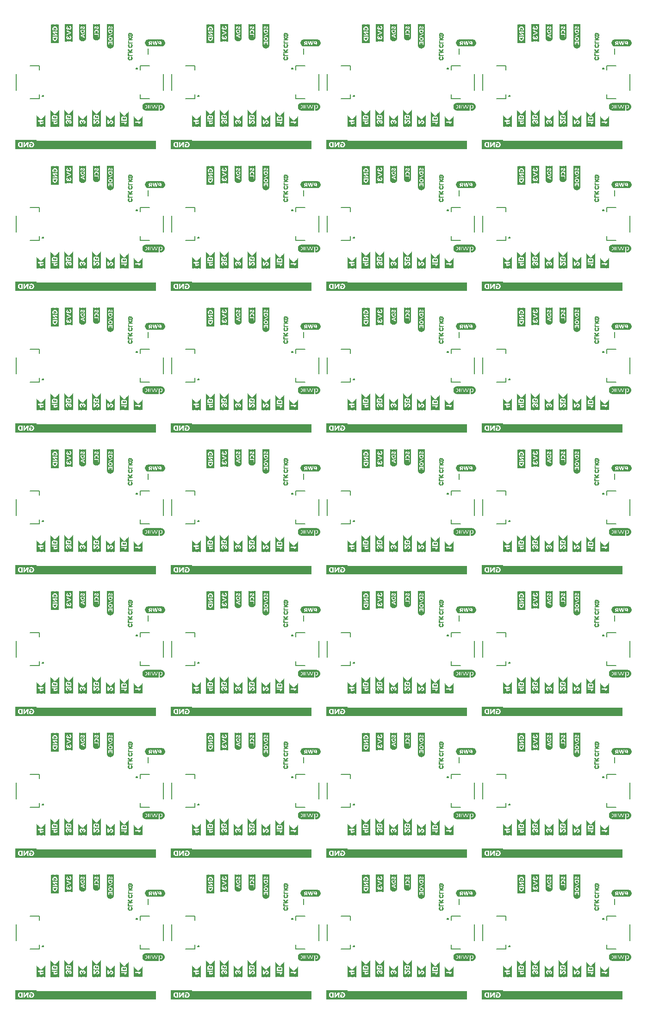
<source format=gbo>
G75*
%MOIN*%
%OFA0B0*%
%FSLAX25Y25*%
%IPPOS*%
%LPD*%
%AMOC8*
5,1,8,0,0,1.08239X$1,22.5*
%
%ADD10R,0.86100X0.06400*%
%ADD11C,0.00800*%
%ADD12C,0.00050*%
%ADD13R,0.10748X0.00118*%
%ADD14R,0.11457X0.00118*%
%ADD15R,0.11929X0.00079*%
%ADD16R,0.12402X0.00157*%
%ADD17R,0.12638X0.00118*%
%ADD18R,0.12874X0.00118*%
%ADD19R,0.13110X0.00079*%
%ADD20R,0.04961X0.00118*%
%ADD21R,0.03071X0.00118*%
%ADD22R,0.05079X0.00118*%
%ADD23R,0.02244X0.00157*%
%ADD24R,0.00945X0.00157*%
%ADD25R,0.01181X0.00157*%
%ADD26R,0.00472X0.00157*%
%ADD27R,0.02835X0.00157*%
%ADD28R,0.02244X0.00118*%
%ADD29R,0.00591X0.00118*%
%ADD30R,0.00945X0.00118*%
%ADD31R,0.00354X0.00118*%
%ADD32R,0.02598X0.00118*%
%ADD33R,0.02362X0.00118*%
%ADD34R,0.00472X0.00118*%
%ADD35R,0.00827X0.00118*%
%ADD36R,0.02480X0.00118*%
%ADD37R,0.02480X0.00157*%
%ADD38R,0.00236X0.00157*%
%ADD39R,0.00709X0.00157*%
%ADD40R,0.00354X0.00157*%
%ADD41R,0.00709X0.00118*%
%ADD42R,0.00236X0.00118*%
%ADD43R,0.02598X0.00157*%
%ADD44R,0.00591X0.00157*%
%ADD45R,0.00118X0.00157*%
%ADD46R,0.02717X0.00118*%
%ADD47R,0.02835X0.00118*%
%ADD48R,0.00827X0.00157*%
%ADD49R,0.01299X0.00118*%
%ADD50R,0.01654X0.00118*%
%ADD51R,0.01063X0.00118*%
%ADD52R,0.01063X0.00157*%
%ADD53R,0.01181X0.00118*%
%ADD54R,0.02126X0.00118*%
%ADD55R,0.02126X0.00157*%
%ADD56R,0.01417X0.00118*%
%ADD57R,0.13110X0.00118*%
%ADD58R,0.12402X0.00118*%
%ADD59R,0.11929X0.00118*%
%ADD60R,0.00157X0.12520*%
%ADD61R,0.00118X0.12520*%
%ADD62R,0.00118X0.02480*%
%ADD63R,0.00118X0.06220*%
%ADD64R,0.00157X0.02047*%
%ADD65R,0.00157X0.00945*%
%ADD66R,0.00118X0.01929*%
%ADD67R,0.00118X0.00709*%
%ADD68R,0.00118X0.02047*%
%ADD69R,0.00157X0.01772*%
%ADD70R,0.00157X0.00551*%
%ADD71R,0.00157X0.01811*%
%ADD72R,0.00118X0.01654*%
%ADD73R,0.00118X0.00433*%
%ADD74R,0.00118X0.01811*%
%ADD75R,0.00157X0.01654*%
%ADD76R,0.00118X0.00276*%
%ADD77R,0.00118X0.00394*%
%ADD78R,0.00118X0.01496*%
%ADD79R,0.00118X0.00551*%
%ADD80R,0.00157X0.00669*%
%ADD81R,0.00157X0.01378*%
%ADD82R,0.00157X0.00709*%
%ADD83R,0.00157X0.01496*%
%ADD84R,0.00118X0.00984*%
%ADD85R,0.00118X0.01260*%
%ADD86R,0.00157X0.01929*%
%ADD87R,0.00157X0.01102*%
%ADD88R,0.00118X0.00827*%
%ADD89R,0.00118X0.00945*%
%ADD90R,0.00157X0.02480*%
%ADD91R,0.00157X0.00984*%
%ADD92R,0.00118X0.01102*%
%ADD93R,0.00118X0.01772*%
%ADD94R,0.00157X0.01260*%
%ADD95R,0.00157X0.00394*%
%ADD96R,0.00157X0.02087*%
%ADD97R,0.00118X0.03031*%
%ADD98R,0.00118X0.02638*%
%ADD99R,0.00157X0.01220*%
%ADD100R,0.00157X0.00157*%
%ADD101R,0.00118X0.01220*%
%ADD102R,0.00118X0.00669*%
%ADD103R,0.00118X0.01378*%
%ADD104R,0.00157X0.02205*%
%ADD105R,0.00118X0.02205*%
%ADD106R,0.00157X0.13386*%
%ADD107R,0.00118X0.13386*%
%ADD108R,0.00118X0.02913*%
%ADD109R,0.00118X0.09646*%
%ADD110R,0.00157X0.02638*%
%ADD111R,0.00118X0.02362*%
%ADD112R,0.00157X0.00433*%
%ADD113R,0.00118X0.02087*%
%ADD114R,0.00157X0.00827*%
%ADD115R,0.00157X0.01535*%
%ADD116R,0.00118X0.01535*%
%ADD117R,0.00157X0.00276*%
%ADD118R,0.00118X0.00118*%
%ADD119R,0.00118X0.02756*%
%ADD120R,0.00118X0.09685*%
%ADD121R,0.00118X0.10039*%
%ADD122R,0.00079X0.10276*%
%ADD123R,0.00157X0.10512*%
%ADD124R,0.00118X0.10630*%
%ADD125R,0.00118X0.10748*%
%ADD126R,0.00079X0.10866*%
%ADD127R,0.00118X0.02126*%
%ADD128R,0.00118X0.05315*%
%ADD129R,0.00157X0.03661*%
%ADD130R,0.00118X0.01299*%
%ADD131R,0.00118X0.00472*%
%ADD132R,0.00118X0.03661*%
%ADD133R,0.00118X0.00354*%
%ADD134R,0.00118X0.00236*%
%ADD135R,0.00157X0.01417*%
%ADD136R,0.00157X0.00236*%
%ADD137R,0.00157X0.03780*%
%ADD138R,0.00118X0.01417*%
%ADD139R,0.00118X0.03780*%
%ADD140R,0.00118X0.01181*%
%ADD141R,0.00118X0.00591*%
%ADD142R,0.00118X0.03898*%
%ADD143R,0.00157X0.02008*%
%ADD144R,0.00157X0.03898*%
%ADD145R,0.00157X0.00354*%
%ADD146R,0.00157X0.02126*%
%ADD147R,0.00118X0.02008*%
%ADD148R,0.00157X0.02717*%
%ADD149R,0.00118X0.01063*%
%ADD150R,0.00157X0.01299*%
%ADD151R,0.00157X0.00591*%
%ADD152R,0.00118X0.02244*%
%ADD153R,0.00118X0.01890*%
%ADD154R,0.00118X0.10866*%
%ADD155R,0.00118X0.10512*%
%ADD156R,0.00118X0.10276*%
%ADD157R,0.00118X0.15591*%
%ADD158R,0.00118X0.15945*%
%ADD159R,0.00079X0.16181*%
%ADD160R,0.00157X0.16417*%
%ADD161R,0.00118X0.16535*%
%ADD162R,0.00118X0.16654*%
%ADD163R,0.00079X0.08268*%
%ADD164R,0.00079X0.08150*%
%ADD165R,0.00118X0.05551*%
%ADD166R,0.00118X0.06024*%
%ADD167R,0.00157X0.01890*%
%ADD168R,0.00157X0.02598*%
%ADD169R,0.00157X0.01063*%
%ADD170R,0.00157X0.02244*%
%ADD171R,0.00157X0.00472*%
%ADD172R,0.00118X0.04134*%
%ADD173R,0.00118X0.04252*%
%ADD174R,0.00157X0.01181*%
%ADD175R,0.00157X0.04252*%
%ADD176R,0.00118X0.03071*%
%ADD177R,0.00157X0.02953*%
%ADD178R,0.00157X0.02835*%
%ADD179R,0.00118X0.04016*%
%ADD180R,0.00118X0.02598*%
%ADD181R,0.00118X0.06850*%
%ADD182R,0.00118X0.09331*%
%ADD183R,0.00118X0.07087*%
%ADD184R,0.00118X0.16417*%
%ADD185R,0.00118X0.16181*%
%ADD186R,0.00118X0.10394*%
%ADD187R,0.00079X0.10984*%
%ADD188R,0.00157X0.11220*%
%ADD189R,0.00118X0.11339*%
%ADD190R,0.00118X0.11457*%
%ADD191R,0.00079X0.11575*%
%ADD192R,0.00118X0.08976*%
%ADD193R,0.00157X0.02362*%
%ADD194R,0.00157X0.03425*%
%ADD195R,0.00118X0.03307*%
%ADD196R,0.00118X0.03425*%
%ADD197R,0.00157X0.03307*%
%ADD198R,0.00118X0.03189*%
%ADD199R,0.00157X0.03071*%
%ADD200R,0.00118X0.02953*%
%ADD201R,0.00118X0.02835*%
%ADD202R,0.00118X0.11575*%
%ADD203R,0.00118X0.11220*%
%ADD204R,0.00118X0.10984*%
%ADD205R,0.15276X0.00157*%
%ADD206R,0.03307X0.00157*%
%ADD207R,0.11024X0.00157*%
%ADD208R,0.02992X0.00157*%
%ADD209R,0.01260X0.00157*%
%ADD210R,0.01890X0.00157*%
%ADD211R,0.00630X0.00157*%
%ADD212R,0.02677X0.00157*%
%ADD213R,0.00787X0.00157*%
%ADD214R,0.01575X0.00157*%
%ADD215R,0.02520X0.00157*%
%ADD216R,0.01417X0.00157*%
%ADD217R,0.02205X0.00157*%
%ADD218R,0.02362X0.00157*%
%ADD219R,0.02047X0.00157*%
%ADD220R,0.01102X0.00157*%
%ADD221R,0.01732X0.00157*%
%ADD222R,0.00315X0.00157*%
%ADD223R,0.03150X0.00157*%
%ADD224R,0.00157X0.08031*%
%ADD225R,0.00157X0.07874*%
%ADD226R,0.00157X0.07717*%
%ADD227R,0.00157X0.07559*%
%ADD228R,0.00157X0.07402*%
%ADD229R,0.00157X0.07244*%
%ADD230R,0.00157X0.07087*%
%ADD231R,0.00157X0.06929*%
%ADD232R,0.00157X0.00787*%
%ADD233R,0.00157X0.01732*%
%ADD234R,0.00157X0.01575*%
%ADD235R,0.00157X0.00630*%
%ADD236R,0.00157X0.03622*%
%ADD237R,0.00157X0.11811*%
%ADD238R,0.00157X0.11654*%
%ADD239R,0.00157X0.11496*%
%ADD240R,0.00157X0.11339*%
%ADD241R,0.00157X0.11181*%
%ADD242R,0.00157X0.11024*%
%ADD243R,0.00157X0.10866*%
%ADD244R,0.00157X0.10709*%
%ADD245R,0.00157X0.02520*%
%ADD246R,0.00157X0.02677*%
%ADD247R,0.00157X0.03937*%
%ADD248R,0.00157X0.03150*%
%ADD249R,0.00157X0.02992*%
%ADD250R,0.00157X0.00315*%
%ADD251R,0.00157X0.03465*%
%ADD252R,0.00157X0.10551*%
%ADD253R,0.00157X0.10394*%
%ADD254R,0.00157X0.10236*%
%ADD255R,0.00157X0.10079*%
%ADD256R,0.00157X0.09921*%
%ADD257R,0.00157X0.09764*%
%ADD258R,0.00157X0.09606*%
%ADD259R,0.00157X0.09449*%
%ADD260R,0.00157X0.06772*%
%ADD261R,0.00157X0.06614*%
%ADD262R,0.00157X0.06457*%
%ADD263R,0.00157X0.06299*%
%ADD264R,0.00157X0.06142*%
%ADD265R,0.00157X0.05984*%
D10*
X0103092Y0033750D03*
X0103092Y0135750D03*
X0103092Y0237750D03*
X0103092Y0339750D03*
X0103092Y0441750D03*
X0103092Y0543750D03*
X0103092Y0645750D03*
X0215092Y0645750D03*
X0215092Y0543750D03*
X0215092Y0441750D03*
X0215092Y0339750D03*
X0215092Y0237750D03*
X0215092Y0135750D03*
X0215092Y0033750D03*
X0327092Y0033750D03*
X0327092Y0135750D03*
X0327092Y0237750D03*
X0327092Y0339750D03*
X0327092Y0441750D03*
X0327092Y0543750D03*
X0327092Y0645750D03*
X0439092Y0645750D03*
X0439092Y0543750D03*
X0439092Y0441750D03*
X0439092Y0339750D03*
X0439092Y0237750D03*
X0439092Y0135750D03*
X0439092Y0033750D03*
D11*
X0470720Y0066939D02*
X0477216Y0066939D01*
X0470720Y0066939D02*
X0470720Y0069892D01*
X0470720Y0087608D02*
X0470720Y0090561D01*
X0477216Y0090561D01*
X0476392Y0099075D02*
X0476392Y0102825D01*
X0467761Y0088593D02*
X0467763Y0088633D01*
X0467769Y0088672D01*
X0467779Y0088711D01*
X0467792Y0088748D01*
X0467810Y0088784D01*
X0467831Y0088818D01*
X0467855Y0088850D01*
X0467882Y0088879D01*
X0467912Y0088906D01*
X0467944Y0088929D01*
X0467979Y0088949D01*
X0468015Y0088965D01*
X0468053Y0088978D01*
X0468092Y0088987D01*
X0468131Y0088992D01*
X0468171Y0088993D01*
X0468211Y0088990D01*
X0468250Y0088983D01*
X0468288Y0088972D01*
X0468326Y0088958D01*
X0468361Y0088939D01*
X0468394Y0088918D01*
X0468426Y0088893D01*
X0468454Y0088865D01*
X0468480Y0088835D01*
X0468502Y0088802D01*
X0468521Y0088767D01*
X0468537Y0088730D01*
X0468549Y0088692D01*
X0468557Y0088653D01*
X0468561Y0088613D01*
X0468561Y0088573D01*
X0468557Y0088533D01*
X0468549Y0088494D01*
X0468537Y0088456D01*
X0468521Y0088419D01*
X0468502Y0088384D01*
X0468480Y0088351D01*
X0468454Y0088321D01*
X0468426Y0088293D01*
X0468394Y0088268D01*
X0468361Y0088247D01*
X0468326Y0088228D01*
X0468288Y0088214D01*
X0468250Y0088203D01*
X0468211Y0088196D01*
X0468171Y0088193D01*
X0468131Y0088194D01*
X0468092Y0088199D01*
X0468053Y0088208D01*
X0468015Y0088221D01*
X0467979Y0088237D01*
X0467944Y0088257D01*
X0467912Y0088280D01*
X0467882Y0088307D01*
X0467855Y0088336D01*
X0467831Y0088368D01*
X0467810Y0088402D01*
X0467792Y0088438D01*
X0467779Y0088475D01*
X0467769Y0088514D01*
X0467763Y0088553D01*
X0467761Y0088593D01*
X0487452Y0084656D02*
X0487452Y0072844D01*
X0477216Y0168939D02*
X0470720Y0168939D01*
X0470720Y0171892D01*
X0470720Y0189608D02*
X0470720Y0192561D01*
X0477216Y0192561D01*
X0476392Y0201075D02*
X0476392Y0204825D01*
X0467761Y0190593D02*
X0467763Y0190633D01*
X0467769Y0190672D01*
X0467779Y0190711D01*
X0467792Y0190748D01*
X0467810Y0190784D01*
X0467831Y0190818D01*
X0467855Y0190850D01*
X0467882Y0190879D01*
X0467912Y0190906D01*
X0467944Y0190929D01*
X0467979Y0190949D01*
X0468015Y0190965D01*
X0468053Y0190978D01*
X0468092Y0190987D01*
X0468131Y0190992D01*
X0468171Y0190993D01*
X0468211Y0190990D01*
X0468250Y0190983D01*
X0468288Y0190972D01*
X0468326Y0190958D01*
X0468361Y0190939D01*
X0468394Y0190918D01*
X0468426Y0190893D01*
X0468454Y0190865D01*
X0468480Y0190835D01*
X0468502Y0190802D01*
X0468521Y0190767D01*
X0468537Y0190730D01*
X0468549Y0190692D01*
X0468557Y0190653D01*
X0468561Y0190613D01*
X0468561Y0190573D01*
X0468557Y0190533D01*
X0468549Y0190494D01*
X0468537Y0190456D01*
X0468521Y0190419D01*
X0468502Y0190384D01*
X0468480Y0190351D01*
X0468454Y0190321D01*
X0468426Y0190293D01*
X0468394Y0190268D01*
X0468361Y0190247D01*
X0468326Y0190228D01*
X0468288Y0190214D01*
X0468250Y0190203D01*
X0468211Y0190196D01*
X0468171Y0190193D01*
X0468131Y0190194D01*
X0468092Y0190199D01*
X0468053Y0190208D01*
X0468015Y0190221D01*
X0467979Y0190237D01*
X0467944Y0190257D01*
X0467912Y0190280D01*
X0467882Y0190307D01*
X0467855Y0190336D01*
X0467831Y0190368D01*
X0467810Y0190402D01*
X0467792Y0190438D01*
X0467779Y0190475D01*
X0467769Y0190514D01*
X0467763Y0190553D01*
X0467761Y0190593D01*
X0487452Y0186656D02*
X0487452Y0174844D01*
X0477216Y0270939D02*
X0470720Y0270939D01*
X0470720Y0273892D01*
X0487452Y0276844D02*
X0487452Y0288656D01*
X0477216Y0294561D02*
X0470720Y0294561D01*
X0470720Y0291608D01*
X0467761Y0292593D02*
X0467763Y0292633D01*
X0467769Y0292672D01*
X0467779Y0292711D01*
X0467792Y0292748D01*
X0467810Y0292784D01*
X0467831Y0292818D01*
X0467855Y0292850D01*
X0467882Y0292879D01*
X0467912Y0292906D01*
X0467944Y0292929D01*
X0467979Y0292949D01*
X0468015Y0292965D01*
X0468053Y0292978D01*
X0468092Y0292987D01*
X0468131Y0292992D01*
X0468171Y0292993D01*
X0468211Y0292990D01*
X0468250Y0292983D01*
X0468288Y0292972D01*
X0468326Y0292958D01*
X0468361Y0292939D01*
X0468394Y0292918D01*
X0468426Y0292893D01*
X0468454Y0292865D01*
X0468480Y0292835D01*
X0468502Y0292802D01*
X0468521Y0292767D01*
X0468537Y0292730D01*
X0468549Y0292692D01*
X0468557Y0292653D01*
X0468561Y0292613D01*
X0468561Y0292573D01*
X0468557Y0292533D01*
X0468549Y0292494D01*
X0468537Y0292456D01*
X0468521Y0292419D01*
X0468502Y0292384D01*
X0468480Y0292351D01*
X0468454Y0292321D01*
X0468426Y0292293D01*
X0468394Y0292268D01*
X0468361Y0292247D01*
X0468326Y0292228D01*
X0468288Y0292214D01*
X0468250Y0292203D01*
X0468211Y0292196D01*
X0468171Y0292193D01*
X0468131Y0292194D01*
X0468092Y0292199D01*
X0468053Y0292208D01*
X0468015Y0292221D01*
X0467979Y0292237D01*
X0467944Y0292257D01*
X0467912Y0292280D01*
X0467882Y0292307D01*
X0467855Y0292336D01*
X0467831Y0292368D01*
X0467810Y0292402D01*
X0467792Y0292438D01*
X0467779Y0292475D01*
X0467769Y0292514D01*
X0467763Y0292553D01*
X0467761Y0292593D01*
X0476392Y0303075D02*
X0476392Y0306825D01*
X0477216Y0372939D02*
X0470720Y0372939D01*
X0470720Y0375892D01*
X0470720Y0393608D02*
X0470720Y0396561D01*
X0477216Y0396561D01*
X0467761Y0394593D02*
X0467763Y0394633D01*
X0467769Y0394672D01*
X0467779Y0394711D01*
X0467792Y0394748D01*
X0467810Y0394784D01*
X0467831Y0394818D01*
X0467855Y0394850D01*
X0467882Y0394879D01*
X0467912Y0394906D01*
X0467944Y0394929D01*
X0467979Y0394949D01*
X0468015Y0394965D01*
X0468053Y0394978D01*
X0468092Y0394987D01*
X0468131Y0394992D01*
X0468171Y0394993D01*
X0468211Y0394990D01*
X0468250Y0394983D01*
X0468288Y0394972D01*
X0468326Y0394958D01*
X0468361Y0394939D01*
X0468394Y0394918D01*
X0468426Y0394893D01*
X0468454Y0394865D01*
X0468480Y0394835D01*
X0468502Y0394802D01*
X0468521Y0394767D01*
X0468537Y0394730D01*
X0468549Y0394692D01*
X0468557Y0394653D01*
X0468561Y0394613D01*
X0468561Y0394573D01*
X0468557Y0394533D01*
X0468549Y0394494D01*
X0468537Y0394456D01*
X0468521Y0394419D01*
X0468502Y0394384D01*
X0468480Y0394351D01*
X0468454Y0394321D01*
X0468426Y0394293D01*
X0468394Y0394268D01*
X0468361Y0394247D01*
X0468326Y0394228D01*
X0468288Y0394214D01*
X0468250Y0394203D01*
X0468211Y0394196D01*
X0468171Y0394193D01*
X0468131Y0394194D01*
X0468092Y0394199D01*
X0468053Y0394208D01*
X0468015Y0394221D01*
X0467979Y0394237D01*
X0467944Y0394257D01*
X0467912Y0394280D01*
X0467882Y0394307D01*
X0467855Y0394336D01*
X0467831Y0394368D01*
X0467810Y0394402D01*
X0467792Y0394438D01*
X0467779Y0394475D01*
X0467769Y0394514D01*
X0467763Y0394553D01*
X0467761Y0394593D01*
X0476392Y0405075D02*
X0476392Y0408825D01*
X0487452Y0390656D02*
X0487452Y0378844D01*
X0477216Y0474939D02*
X0470720Y0474939D01*
X0470720Y0477892D01*
X0470720Y0495608D02*
X0470720Y0498561D01*
X0477216Y0498561D01*
X0476392Y0507075D02*
X0476392Y0510825D01*
X0467761Y0496593D02*
X0467763Y0496633D01*
X0467769Y0496672D01*
X0467779Y0496711D01*
X0467792Y0496748D01*
X0467810Y0496784D01*
X0467831Y0496818D01*
X0467855Y0496850D01*
X0467882Y0496879D01*
X0467912Y0496906D01*
X0467944Y0496929D01*
X0467979Y0496949D01*
X0468015Y0496965D01*
X0468053Y0496978D01*
X0468092Y0496987D01*
X0468131Y0496992D01*
X0468171Y0496993D01*
X0468211Y0496990D01*
X0468250Y0496983D01*
X0468288Y0496972D01*
X0468326Y0496958D01*
X0468361Y0496939D01*
X0468394Y0496918D01*
X0468426Y0496893D01*
X0468454Y0496865D01*
X0468480Y0496835D01*
X0468502Y0496802D01*
X0468521Y0496767D01*
X0468537Y0496730D01*
X0468549Y0496692D01*
X0468557Y0496653D01*
X0468561Y0496613D01*
X0468561Y0496573D01*
X0468557Y0496533D01*
X0468549Y0496494D01*
X0468537Y0496456D01*
X0468521Y0496419D01*
X0468502Y0496384D01*
X0468480Y0496351D01*
X0468454Y0496321D01*
X0468426Y0496293D01*
X0468394Y0496268D01*
X0468361Y0496247D01*
X0468326Y0496228D01*
X0468288Y0496214D01*
X0468250Y0496203D01*
X0468211Y0496196D01*
X0468171Y0496193D01*
X0468131Y0496194D01*
X0468092Y0496199D01*
X0468053Y0496208D01*
X0468015Y0496221D01*
X0467979Y0496237D01*
X0467944Y0496257D01*
X0467912Y0496280D01*
X0467882Y0496307D01*
X0467855Y0496336D01*
X0467831Y0496368D01*
X0467810Y0496402D01*
X0467792Y0496438D01*
X0467779Y0496475D01*
X0467769Y0496514D01*
X0467763Y0496553D01*
X0467761Y0496593D01*
X0487452Y0492656D02*
X0487452Y0480844D01*
X0477216Y0576939D02*
X0470720Y0576939D01*
X0470720Y0579892D01*
X0470720Y0597608D02*
X0470720Y0600561D01*
X0477216Y0600561D01*
X0476392Y0609075D02*
X0476392Y0612825D01*
X0467761Y0598593D02*
X0467763Y0598633D01*
X0467769Y0598672D01*
X0467779Y0598711D01*
X0467792Y0598748D01*
X0467810Y0598784D01*
X0467831Y0598818D01*
X0467855Y0598850D01*
X0467882Y0598879D01*
X0467912Y0598906D01*
X0467944Y0598929D01*
X0467979Y0598949D01*
X0468015Y0598965D01*
X0468053Y0598978D01*
X0468092Y0598987D01*
X0468131Y0598992D01*
X0468171Y0598993D01*
X0468211Y0598990D01*
X0468250Y0598983D01*
X0468288Y0598972D01*
X0468326Y0598958D01*
X0468361Y0598939D01*
X0468394Y0598918D01*
X0468426Y0598893D01*
X0468454Y0598865D01*
X0468480Y0598835D01*
X0468502Y0598802D01*
X0468521Y0598767D01*
X0468537Y0598730D01*
X0468549Y0598692D01*
X0468557Y0598653D01*
X0468561Y0598613D01*
X0468561Y0598573D01*
X0468557Y0598533D01*
X0468549Y0598494D01*
X0468537Y0598456D01*
X0468521Y0598419D01*
X0468502Y0598384D01*
X0468480Y0598351D01*
X0468454Y0598321D01*
X0468426Y0598293D01*
X0468394Y0598268D01*
X0468361Y0598247D01*
X0468326Y0598228D01*
X0468288Y0598214D01*
X0468250Y0598203D01*
X0468211Y0598196D01*
X0468171Y0598193D01*
X0468131Y0598194D01*
X0468092Y0598199D01*
X0468053Y0598208D01*
X0468015Y0598221D01*
X0467979Y0598237D01*
X0467944Y0598257D01*
X0467912Y0598280D01*
X0467882Y0598307D01*
X0467855Y0598336D01*
X0467831Y0598368D01*
X0467810Y0598402D01*
X0467792Y0598438D01*
X0467779Y0598475D01*
X0467769Y0598514D01*
X0467763Y0598553D01*
X0467761Y0598593D01*
X0487452Y0594656D02*
X0487452Y0582844D01*
X0477216Y0678939D02*
X0470720Y0678939D01*
X0470720Y0681892D01*
X0470720Y0699608D02*
X0470720Y0702561D01*
X0477216Y0702561D01*
X0476392Y0711075D02*
X0476392Y0714825D01*
X0467761Y0700593D02*
X0467763Y0700633D01*
X0467769Y0700672D01*
X0467779Y0700711D01*
X0467792Y0700748D01*
X0467810Y0700784D01*
X0467831Y0700818D01*
X0467855Y0700850D01*
X0467882Y0700879D01*
X0467912Y0700906D01*
X0467944Y0700929D01*
X0467979Y0700949D01*
X0468015Y0700965D01*
X0468053Y0700978D01*
X0468092Y0700987D01*
X0468131Y0700992D01*
X0468171Y0700993D01*
X0468211Y0700990D01*
X0468250Y0700983D01*
X0468288Y0700972D01*
X0468326Y0700958D01*
X0468361Y0700939D01*
X0468394Y0700918D01*
X0468426Y0700893D01*
X0468454Y0700865D01*
X0468480Y0700835D01*
X0468502Y0700802D01*
X0468521Y0700767D01*
X0468537Y0700730D01*
X0468549Y0700692D01*
X0468557Y0700653D01*
X0468561Y0700613D01*
X0468561Y0700573D01*
X0468557Y0700533D01*
X0468549Y0700494D01*
X0468537Y0700456D01*
X0468521Y0700419D01*
X0468502Y0700384D01*
X0468480Y0700351D01*
X0468454Y0700321D01*
X0468426Y0700293D01*
X0468394Y0700268D01*
X0468361Y0700247D01*
X0468326Y0700228D01*
X0468288Y0700214D01*
X0468250Y0700203D01*
X0468211Y0700196D01*
X0468171Y0700193D01*
X0468131Y0700194D01*
X0468092Y0700199D01*
X0468053Y0700208D01*
X0468015Y0700221D01*
X0467979Y0700237D01*
X0467944Y0700257D01*
X0467912Y0700280D01*
X0467882Y0700307D01*
X0467855Y0700336D01*
X0467831Y0700368D01*
X0467810Y0700402D01*
X0467792Y0700438D01*
X0467779Y0700475D01*
X0467769Y0700514D01*
X0467763Y0700553D01*
X0467761Y0700593D01*
X0487452Y0696656D02*
X0487452Y0684844D01*
X0400123Y0680907D02*
X0400125Y0680947D01*
X0400131Y0680986D01*
X0400141Y0681025D01*
X0400154Y0681062D01*
X0400172Y0681098D01*
X0400193Y0681132D01*
X0400217Y0681164D01*
X0400244Y0681193D01*
X0400274Y0681220D01*
X0400306Y0681243D01*
X0400341Y0681263D01*
X0400377Y0681279D01*
X0400415Y0681292D01*
X0400454Y0681301D01*
X0400493Y0681306D01*
X0400533Y0681307D01*
X0400573Y0681304D01*
X0400612Y0681297D01*
X0400650Y0681286D01*
X0400688Y0681272D01*
X0400723Y0681253D01*
X0400756Y0681232D01*
X0400788Y0681207D01*
X0400816Y0681179D01*
X0400842Y0681149D01*
X0400864Y0681116D01*
X0400883Y0681081D01*
X0400899Y0681044D01*
X0400911Y0681006D01*
X0400919Y0680967D01*
X0400923Y0680927D01*
X0400923Y0680887D01*
X0400919Y0680847D01*
X0400911Y0680808D01*
X0400899Y0680770D01*
X0400883Y0680733D01*
X0400864Y0680698D01*
X0400842Y0680665D01*
X0400816Y0680635D01*
X0400788Y0680607D01*
X0400756Y0680582D01*
X0400723Y0680561D01*
X0400688Y0680542D01*
X0400650Y0680528D01*
X0400612Y0680517D01*
X0400573Y0680510D01*
X0400533Y0680507D01*
X0400493Y0680508D01*
X0400454Y0680513D01*
X0400415Y0680522D01*
X0400377Y0680535D01*
X0400341Y0680551D01*
X0400306Y0680571D01*
X0400274Y0680594D01*
X0400244Y0680621D01*
X0400217Y0680650D01*
X0400193Y0680682D01*
X0400172Y0680716D01*
X0400154Y0680752D01*
X0400141Y0680789D01*
X0400131Y0680828D01*
X0400125Y0680867D01*
X0400123Y0680907D01*
X0397964Y0681892D02*
X0397964Y0678939D01*
X0391468Y0678939D01*
X0381232Y0684844D02*
X0381232Y0696656D01*
X0375452Y0696656D02*
X0375452Y0684844D01*
X0365216Y0678939D02*
X0358720Y0678939D01*
X0358720Y0681892D01*
X0358720Y0699608D02*
X0358720Y0702561D01*
X0365216Y0702561D01*
X0364392Y0711075D02*
X0364392Y0714825D01*
X0355761Y0700593D02*
X0355763Y0700633D01*
X0355769Y0700672D01*
X0355779Y0700711D01*
X0355792Y0700748D01*
X0355810Y0700784D01*
X0355831Y0700818D01*
X0355855Y0700850D01*
X0355882Y0700879D01*
X0355912Y0700906D01*
X0355944Y0700929D01*
X0355979Y0700949D01*
X0356015Y0700965D01*
X0356053Y0700978D01*
X0356092Y0700987D01*
X0356131Y0700992D01*
X0356171Y0700993D01*
X0356211Y0700990D01*
X0356250Y0700983D01*
X0356288Y0700972D01*
X0356326Y0700958D01*
X0356361Y0700939D01*
X0356394Y0700918D01*
X0356426Y0700893D01*
X0356454Y0700865D01*
X0356480Y0700835D01*
X0356502Y0700802D01*
X0356521Y0700767D01*
X0356537Y0700730D01*
X0356549Y0700692D01*
X0356557Y0700653D01*
X0356561Y0700613D01*
X0356561Y0700573D01*
X0356557Y0700533D01*
X0356549Y0700494D01*
X0356537Y0700456D01*
X0356521Y0700419D01*
X0356502Y0700384D01*
X0356480Y0700351D01*
X0356454Y0700321D01*
X0356426Y0700293D01*
X0356394Y0700268D01*
X0356361Y0700247D01*
X0356326Y0700228D01*
X0356288Y0700214D01*
X0356250Y0700203D01*
X0356211Y0700196D01*
X0356171Y0700193D01*
X0356131Y0700194D01*
X0356092Y0700199D01*
X0356053Y0700208D01*
X0356015Y0700221D01*
X0355979Y0700237D01*
X0355944Y0700257D01*
X0355912Y0700280D01*
X0355882Y0700307D01*
X0355855Y0700336D01*
X0355831Y0700368D01*
X0355810Y0700402D01*
X0355792Y0700438D01*
X0355779Y0700475D01*
X0355769Y0700514D01*
X0355763Y0700553D01*
X0355761Y0700593D01*
X0391468Y0702561D02*
X0397964Y0702561D01*
X0397964Y0699608D01*
X0364392Y0612825D02*
X0364392Y0609075D01*
X0365216Y0600561D02*
X0358720Y0600561D01*
X0358720Y0597608D01*
X0355761Y0598593D02*
X0355763Y0598633D01*
X0355769Y0598672D01*
X0355779Y0598711D01*
X0355792Y0598748D01*
X0355810Y0598784D01*
X0355831Y0598818D01*
X0355855Y0598850D01*
X0355882Y0598879D01*
X0355912Y0598906D01*
X0355944Y0598929D01*
X0355979Y0598949D01*
X0356015Y0598965D01*
X0356053Y0598978D01*
X0356092Y0598987D01*
X0356131Y0598992D01*
X0356171Y0598993D01*
X0356211Y0598990D01*
X0356250Y0598983D01*
X0356288Y0598972D01*
X0356326Y0598958D01*
X0356361Y0598939D01*
X0356394Y0598918D01*
X0356426Y0598893D01*
X0356454Y0598865D01*
X0356480Y0598835D01*
X0356502Y0598802D01*
X0356521Y0598767D01*
X0356537Y0598730D01*
X0356549Y0598692D01*
X0356557Y0598653D01*
X0356561Y0598613D01*
X0356561Y0598573D01*
X0356557Y0598533D01*
X0356549Y0598494D01*
X0356537Y0598456D01*
X0356521Y0598419D01*
X0356502Y0598384D01*
X0356480Y0598351D01*
X0356454Y0598321D01*
X0356426Y0598293D01*
X0356394Y0598268D01*
X0356361Y0598247D01*
X0356326Y0598228D01*
X0356288Y0598214D01*
X0356250Y0598203D01*
X0356211Y0598196D01*
X0356171Y0598193D01*
X0356131Y0598194D01*
X0356092Y0598199D01*
X0356053Y0598208D01*
X0356015Y0598221D01*
X0355979Y0598237D01*
X0355944Y0598257D01*
X0355912Y0598280D01*
X0355882Y0598307D01*
X0355855Y0598336D01*
X0355831Y0598368D01*
X0355810Y0598402D01*
X0355792Y0598438D01*
X0355779Y0598475D01*
X0355769Y0598514D01*
X0355763Y0598553D01*
X0355761Y0598593D01*
X0358720Y0579892D02*
X0358720Y0576939D01*
X0365216Y0576939D01*
X0375452Y0582844D02*
X0375452Y0594656D01*
X0381232Y0594656D02*
X0381232Y0582844D01*
X0391468Y0576939D02*
X0397964Y0576939D01*
X0397964Y0579892D01*
X0400123Y0578907D02*
X0400125Y0578947D01*
X0400131Y0578986D01*
X0400141Y0579025D01*
X0400154Y0579062D01*
X0400172Y0579098D01*
X0400193Y0579132D01*
X0400217Y0579164D01*
X0400244Y0579193D01*
X0400274Y0579220D01*
X0400306Y0579243D01*
X0400341Y0579263D01*
X0400377Y0579279D01*
X0400415Y0579292D01*
X0400454Y0579301D01*
X0400493Y0579306D01*
X0400533Y0579307D01*
X0400573Y0579304D01*
X0400612Y0579297D01*
X0400650Y0579286D01*
X0400688Y0579272D01*
X0400723Y0579253D01*
X0400756Y0579232D01*
X0400788Y0579207D01*
X0400816Y0579179D01*
X0400842Y0579149D01*
X0400864Y0579116D01*
X0400883Y0579081D01*
X0400899Y0579044D01*
X0400911Y0579006D01*
X0400919Y0578967D01*
X0400923Y0578927D01*
X0400923Y0578887D01*
X0400919Y0578847D01*
X0400911Y0578808D01*
X0400899Y0578770D01*
X0400883Y0578733D01*
X0400864Y0578698D01*
X0400842Y0578665D01*
X0400816Y0578635D01*
X0400788Y0578607D01*
X0400756Y0578582D01*
X0400723Y0578561D01*
X0400688Y0578542D01*
X0400650Y0578528D01*
X0400612Y0578517D01*
X0400573Y0578510D01*
X0400533Y0578507D01*
X0400493Y0578508D01*
X0400454Y0578513D01*
X0400415Y0578522D01*
X0400377Y0578535D01*
X0400341Y0578551D01*
X0400306Y0578571D01*
X0400274Y0578594D01*
X0400244Y0578621D01*
X0400217Y0578650D01*
X0400193Y0578682D01*
X0400172Y0578716D01*
X0400154Y0578752D01*
X0400141Y0578789D01*
X0400131Y0578828D01*
X0400125Y0578867D01*
X0400123Y0578907D01*
X0397964Y0597608D02*
X0397964Y0600561D01*
X0391468Y0600561D01*
X0364392Y0510825D02*
X0364392Y0507075D01*
X0365216Y0498561D02*
X0358720Y0498561D01*
X0358720Y0495608D01*
X0355761Y0496593D02*
X0355763Y0496633D01*
X0355769Y0496672D01*
X0355779Y0496711D01*
X0355792Y0496748D01*
X0355810Y0496784D01*
X0355831Y0496818D01*
X0355855Y0496850D01*
X0355882Y0496879D01*
X0355912Y0496906D01*
X0355944Y0496929D01*
X0355979Y0496949D01*
X0356015Y0496965D01*
X0356053Y0496978D01*
X0356092Y0496987D01*
X0356131Y0496992D01*
X0356171Y0496993D01*
X0356211Y0496990D01*
X0356250Y0496983D01*
X0356288Y0496972D01*
X0356326Y0496958D01*
X0356361Y0496939D01*
X0356394Y0496918D01*
X0356426Y0496893D01*
X0356454Y0496865D01*
X0356480Y0496835D01*
X0356502Y0496802D01*
X0356521Y0496767D01*
X0356537Y0496730D01*
X0356549Y0496692D01*
X0356557Y0496653D01*
X0356561Y0496613D01*
X0356561Y0496573D01*
X0356557Y0496533D01*
X0356549Y0496494D01*
X0356537Y0496456D01*
X0356521Y0496419D01*
X0356502Y0496384D01*
X0356480Y0496351D01*
X0356454Y0496321D01*
X0356426Y0496293D01*
X0356394Y0496268D01*
X0356361Y0496247D01*
X0356326Y0496228D01*
X0356288Y0496214D01*
X0356250Y0496203D01*
X0356211Y0496196D01*
X0356171Y0496193D01*
X0356131Y0496194D01*
X0356092Y0496199D01*
X0356053Y0496208D01*
X0356015Y0496221D01*
X0355979Y0496237D01*
X0355944Y0496257D01*
X0355912Y0496280D01*
X0355882Y0496307D01*
X0355855Y0496336D01*
X0355831Y0496368D01*
X0355810Y0496402D01*
X0355792Y0496438D01*
X0355779Y0496475D01*
X0355769Y0496514D01*
X0355763Y0496553D01*
X0355761Y0496593D01*
X0358720Y0477892D02*
X0358720Y0474939D01*
X0365216Y0474939D01*
X0375452Y0480844D02*
X0375452Y0492656D01*
X0381232Y0492656D02*
X0381232Y0480844D01*
X0391468Y0474939D02*
X0397964Y0474939D01*
X0397964Y0477892D01*
X0400123Y0476907D02*
X0400125Y0476947D01*
X0400131Y0476986D01*
X0400141Y0477025D01*
X0400154Y0477062D01*
X0400172Y0477098D01*
X0400193Y0477132D01*
X0400217Y0477164D01*
X0400244Y0477193D01*
X0400274Y0477220D01*
X0400306Y0477243D01*
X0400341Y0477263D01*
X0400377Y0477279D01*
X0400415Y0477292D01*
X0400454Y0477301D01*
X0400493Y0477306D01*
X0400533Y0477307D01*
X0400573Y0477304D01*
X0400612Y0477297D01*
X0400650Y0477286D01*
X0400688Y0477272D01*
X0400723Y0477253D01*
X0400756Y0477232D01*
X0400788Y0477207D01*
X0400816Y0477179D01*
X0400842Y0477149D01*
X0400864Y0477116D01*
X0400883Y0477081D01*
X0400899Y0477044D01*
X0400911Y0477006D01*
X0400919Y0476967D01*
X0400923Y0476927D01*
X0400923Y0476887D01*
X0400919Y0476847D01*
X0400911Y0476808D01*
X0400899Y0476770D01*
X0400883Y0476733D01*
X0400864Y0476698D01*
X0400842Y0476665D01*
X0400816Y0476635D01*
X0400788Y0476607D01*
X0400756Y0476582D01*
X0400723Y0476561D01*
X0400688Y0476542D01*
X0400650Y0476528D01*
X0400612Y0476517D01*
X0400573Y0476510D01*
X0400533Y0476507D01*
X0400493Y0476508D01*
X0400454Y0476513D01*
X0400415Y0476522D01*
X0400377Y0476535D01*
X0400341Y0476551D01*
X0400306Y0476571D01*
X0400274Y0476594D01*
X0400244Y0476621D01*
X0400217Y0476650D01*
X0400193Y0476682D01*
X0400172Y0476716D01*
X0400154Y0476752D01*
X0400141Y0476789D01*
X0400131Y0476828D01*
X0400125Y0476867D01*
X0400123Y0476907D01*
X0397964Y0495608D02*
X0397964Y0498561D01*
X0391468Y0498561D01*
X0364392Y0408825D02*
X0364392Y0405075D01*
X0365216Y0396561D02*
X0358720Y0396561D01*
X0358720Y0393608D01*
X0355761Y0394593D02*
X0355763Y0394633D01*
X0355769Y0394672D01*
X0355779Y0394711D01*
X0355792Y0394748D01*
X0355810Y0394784D01*
X0355831Y0394818D01*
X0355855Y0394850D01*
X0355882Y0394879D01*
X0355912Y0394906D01*
X0355944Y0394929D01*
X0355979Y0394949D01*
X0356015Y0394965D01*
X0356053Y0394978D01*
X0356092Y0394987D01*
X0356131Y0394992D01*
X0356171Y0394993D01*
X0356211Y0394990D01*
X0356250Y0394983D01*
X0356288Y0394972D01*
X0356326Y0394958D01*
X0356361Y0394939D01*
X0356394Y0394918D01*
X0356426Y0394893D01*
X0356454Y0394865D01*
X0356480Y0394835D01*
X0356502Y0394802D01*
X0356521Y0394767D01*
X0356537Y0394730D01*
X0356549Y0394692D01*
X0356557Y0394653D01*
X0356561Y0394613D01*
X0356561Y0394573D01*
X0356557Y0394533D01*
X0356549Y0394494D01*
X0356537Y0394456D01*
X0356521Y0394419D01*
X0356502Y0394384D01*
X0356480Y0394351D01*
X0356454Y0394321D01*
X0356426Y0394293D01*
X0356394Y0394268D01*
X0356361Y0394247D01*
X0356326Y0394228D01*
X0356288Y0394214D01*
X0356250Y0394203D01*
X0356211Y0394196D01*
X0356171Y0394193D01*
X0356131Y0394194D01*
X0356092Y0394199D01*
X0356053Y0394208D01*
X0356015Y0394221D01*
X0355979Y0394237D01*
X0355944Y0394257D01*
X0355912Y0394280D01*
X0355882Y0394307D01*
X0355855Y0394336D01*
X0355831Y0394368D01*
X0355810Y0394402D01*
X0355792Y0394438D01*
X0355779Y0394475D01*
X0355769Y0394514D01*
X0355763Y0394553D01*
X0355761Y0394593D01*
X0358720Y0375892D02*
X0358720Y0372939D01*
X0365216Y0372939D01*
X0375452Y0378844D02*
X0375452Y0390656D01*
X0381232Y0390656D02*
X0381232Y0378844D01*
X0391468Y0372939D02*
X0397964Y0372939D01*
X0397964Y0375892D01*
X0400123Y0374907D02*
X0400125Y0374947D01*
X0400131Y0374986D01*
X0400141Y0375025D01*
X0400154Y0375062D01*
X0400172Y0375098D01*
X0400193Y0375132D01*
X0400217Y0375164D01*
X0400244Y0375193D01*
X0400274Y0375220D01*
X0400306Y0375243D01*
X0400341Y0375263D01*
X0400377Y0375279D01*
X0400415Y0375292D01*
X0400454Y0375301D01*
X0400493Y0375306D01*
X0400533Y0375307D01*
X0400573Y0375304D01*
X0400612Y0375297D01*
X0400650Y0375286D01*
X0400688Y0375272D01*
X0400723Y0375253D01*
X0400756Y0375232D01*
X0400788Y0375207D01*
X0400816Y0375179D01*
X0400842Y0375149D01*
X0400864Y0375116D01*
X0400883Y0375081D01*
X0400899Y0375044D01*
X0400911Y0375006D01*
X0400919Y0374967D01*
X0400923Y0374927D01*
X0400923Y0374887D01*
X0400919Y0374847D01*
X0400911Y0374808D01*
X0400899Y0374770D01*
X0400883Y0374733D01*
X0400864Y0374698D01*
X0400842Y0374665D01*
X0400816Y0374635D01*
X0400788Y0374607D01*
X0400756Y0374582D01*
X0400723Y0374561D01*
X0400688Y0374542D01*
X0400650Y0374528D01*
X0400612Y0374517D01*
X0400573Y0374510D01*
X0400533Y0374507D01*
X0400493Y0374508D01*
X0400454Y0374513D01*
X0400415Y0374522D01*
X0400377Y0374535D01*
X0400341Y0374551D01*
X0400306Y0374571D01*
X0400274Y0374594D01*
X0400244Y0374621D01*
X0400217Y0374650D01*
X0400193Y0374682D01*
X0400172Y0374716D01*
X0400154Y0374752D01*
X0400141Y0374789D01*
X0400131Y0374828D01*
X0400125Y0374867D01*
X0400123Y0374907D01*
X0397964Y0393608D02*
X0397964Y0396561D01*
X0391468Y0396561D01*
X0364392Y0306825D02*
X0364392Y0303075D01*
X0365216Y0294561D02*
X0358720Y0294561D01*
X0358720Y0291608D01*
X0355761Y0292593D02*
X0355763Y0292633D01*
X0355769Y0292672D01*
X0355779Y0292711D01*
X0355792Y0292748D01*
X0355810Y0292784D01*
X0355831Y0292818D01*
X0355855Y0292850D01*
X0355882Y0292879D01*
X0355912Y0292906D01*
X0355944Y0292929D01*
X0355979Y0292949D01*
X0356015Y0292965D01*
X0356053Y0292978D01*
X0356092Y0292987D01*
X0356131Y0292992D01*
X0356171Y0292993D01*
X0356211Y0292990D01*
X0356250Y0292983D01*
X0356288Y0292972D01*
X0356326Y0292958D01*
X0356361Y0292939D01*
X0356394Y0292918D01*
X0356426Y0292893D01*
X0356454Y0292865D01*
X0356480Y0292835D01*
X0356502Y0292802D01*
X0356521Y0292767D01*
X0356537Y0292730D01*
X0356549Y0292692D01*
X0356557Y0292653D01*
X0356561Y0292613D01*
X0356561Y0292573D01*
X0356557Y0292533D01*
X0356549Y0292494D01*
X0356537Y0292456D01*
X0356521Y0292419D01*
X0356502Y0292384D01*
X0356480Y0292351D01*
X0356454Y0292321D01*
X0356426Y0292293D01*
X0356394Y0292268D01*
X0356361Y0292247D01*
X0356326Y0292228D01*
X0356288Y0292214D01*
X0356250Y0292203D01*
X0356211Y0292196D01*
X0356171Y0292193D01*
X0356131Y0292194D01*
X0356092Y0292199D01*
X0356053Y0292208D01*
X0356015Y0292221D01*
X0355979Y0292237D01*
X0355944Y0292257D01*
X0355912Y0292280D01*
X0355882Y0292307D01*
X0355855Y0292336D01*
X0355831Y0292368D01*
X0355810Y0292402D01*
X0355792Y0292438D01*
X0355779Y0292475D01*
X0355769Y0292514D01*
X0355763Y0292553D01*
X0355761Y0292593D01*
X0358720Y0273892D02*
X0358720Y0270939D01*
X0365216Y0270939D01*
X0375452Y0276844D02*
X0375452Y0288656D01*
X0381232Y0288656D02*
X0381232Y0276844D01*
X0391468Y0270939D02*
X0397964Y0270939D01*
X0397964Y0273892D01*
X0400123Y0272907D02*
X0400125Y0272947D01*
X0400131Y0272986D01*
X0400141Y0273025D01*
X0400154Y0273062D01*
X0400172Y0273098D01*
X0400193Y0273132D01*
X0400217Y0273164D01*
X0400244Y0273193D01*
X0400274Y0273220D01*
X0400306Y0273243D01*
X0400341Y0273263D01*
X0400377Y0273279D01*
X0400415Y0273292D01*
X0400454Y0273301D01*
X0400493Y0273306D01*
X0400533Y0273307D01*
X0400573Y0273304D01*
X0400612Y0273297D01*
X0400650Y0273286D01*
X0400688Y0273272D01*
X0400723Y0273253D01*
X0400756Y0273232D01*
X0400788Y0273207D01*
X0400816Y0273179D01*
X0400842Y0273149D01*
X0400864Y0273116D01*
X0400883Y0273081D01*
X0400899Y0273044D01*
X0400911Y0273006D01*
X0400919Y0272967D01*
X0400923Y0272927D01*
X0400923Y0272887D01*
X0400919Y0272847D01*
X0400911Y0272808D01*
X0400899Y0272770D01*
X0400883Y0272733D01*
X0400864Y0272698D01*
X0400842Y0272665D01*
X0400816Y0272635D01*
X0400788Y0272607D01*
X0400756Y0272582D01*
X0400723Y0272561D01*
X0400688Y0272542D01*
X0400650Y0272528D01*
X0400612Y0272517D01*
X0400573Y0272510D01*
X0400533Y0272507D01*
X0400493Y0272508D01*
X0400454Y0272513D01*
X0400415Y0272522D01*
X0400377Y0272535D01*
X0400341Y0272551D01*
X0400306Y0272571D01*
X0400274Y0272594D01*
X0400244Y0272621D01*
X0400217Y0272650D01*
X0400193Y0272682D01*
X0400172Y0272716D01*
X0400154Y0272752D01*
X0400141Y0272789D01*
X0400131Y0272828D01*
X0400125Y0272867D01*
X0400123Y0272907D01*
X0397964Y0291608D02*
X0397964Y0294561D01*
X0391468Y0294561D01*
X0364392Y0204825D02*
X0364392Y0201075D01*
X0365216Y0192561D02*
X0358720Y0192561D01*
X0358720Y0189608D01*
X0355761Y0190593D02*
X0355763Y0190633D01*
X0355769Y0190672D01*
X0355779Y0190711D01*
X0355792Y0190748D01*
X0355810Y0190784D01*
X0355831Y0190818D01*
X0355855Y0190850D01*
X0355882Y0190879D01*
X0355912Y0190906D01*
X0355944Y0190929D01*
X0355979Y0190949D01*
X0356015Y0190965D01*
X0356053Y0190978D01*
X0356092Y0190987D01*
X0356131Y0190992D01*
X0356171Y0190993D01*
X0356211Y0190990D01*
X0356250Y0190983D01*
X0356288Y0190972D01*
X0356326Y0190958D01*
X0356361Y0190939D01*
X0356394Y0190918D01*
X0356426Y0190893D01*
X0356454Y0190865D01*
X0356480Y0190835D01*
X0356502Y0190802D01*
X0356521Y0190767D01*
X0356537Y0190730D01*
X0356549Y0190692D01*
X0356557Y0190653D01*
X0356561Y0190613D01*
X0356561Y0190573D01*
X0356557Y0190533D01*
X0356549Y0190494D01*
X0356537Y0190456D01*
X0356521Y0190419D01*
X0356502Y0190384D01*
X0356480Y0190351D01*
X0356454Y0190321D01*
X0356426Y0190293D01*
X0356394Y0190268D01*
X0356361Y0190247D01*
X0356326Y0190228D01*
X0356288Y0190214D01*
X0356250Y0190203D01*
X0356211Y0190196D01*
X0356171Y0190193D01*
X0356131Y0190194D01*
X0356092Y0190199D01*
X0356053Y0190208D01*
X0356015Y0190221D01*
X0355979Y0190237D01*
X0355944Y0190257D01*
X0355912Y0190280D01*
X0355882Y0190307D01*
X0355855Y0190336D01*
X0355831Y0190368D01*
X0355810Y0190402D01*
X0355792Y0190438D01*
X0355779Y0190475D01*
X0355769Y0190514D01*
X0355763Y0190553D01*
X0355761Y0190593D01*
X0358720Y0171892D02*
X0358720Y0168939D01*
X0365216Y0168939D01*
X0375452Y0174844D02*
X0375452Y0186656D01*
X0381232Y0186656D02*
X0381232Y0174844D01*
X0391468Y0168939D02*
X0397964Y0168939D01*
X0397964Y0171892D01*
X0400123Y0170907D02*
X0400125Y0170947D01*
X0400131Y0170986D01*
X0400141Y0171025D01*
X0400154Y0171062D01*
X0400172Y0171098D01*
X0400193Y0171132D01*
X0400217Y0171164D01*
X0400244Y0171193D01*
X0400274Y0171220D01*
X0400306Y0171243D01*
X0400341Y0171263D01*
X0400377Y0171279D01*
X0400415Y0171292D01*
X0400454Y0171301D01*
X0400493Y0171306D01*
X0400533Y0171307D01*
X0400573Y0171304D01*
X0400612Y0171297D01*
X0400650Y0171286D01*
X0400688Y0171272D01*
X0400723Y0171253D01*
X0400756Y0171232D01*
X0400788Y0171207D01*
X0400816Y0171179D01*
X0400842Y0171149D01*
X0400864Y0171116D01*
X0400883Y0171081D01*
X0400899Y0171044D01*
X0400911Y0171006D01*
X0400919Y0170967D01*
X0400923Y0170927D01*
X0400923Y0170887D01*
X0400919Y0170847D01*
X0400911Y0170808D01*
X0400899Y0170770D01*
X0400883Y0170733D01*
X0400864Y0170698D01*
X0400842Y0170665D01*
X0400816Y0170635D01*
X0400788Y0170607D01*
X0400756Y0170582D01*
X0400723Y0170561D01*
X0400688Y0170542D01*
X0400650Y0170528D01*
X0400612Y0170517D01*
X0400573Y0170510D01*
X0400533Y0170507D01*
X0400493Y0170508D01*
X0400454Y0170513D01*
X0400415Y0170522D01*
X0400377Y0170535D01*
X0400341Y0170551D01*
X0400306Y0170571D01*
X0400274Y0170594D01*
X0400244Y0170621D01*
X0400217Y0170650D01*
X0400193Y0170682D01*
X0400172Y0170716D01*
X0400154Y0170752D01*
X0400141Y0170789D01*
X0400131Y0170828D01*
X0400125Y0170867D01*
X0400123Y0170907D01*
X0397964Y0189608D02*
X0397964Y0192561D01*
X0391468Y0192561D01*
X0364392Y0102825D02*
X0364392Y0099075D01*
X0365216Y0090561D02*
X0358720Y0090561D01*
X0358720Y0087608D01*
X0355761Y0088593D02*
X0355763Y0088633D01*
X0355769Y0088672D01*
X0355779Y0088711D01*
X0355792Y0088748D01*
X0355810Y0088784D01*
X0355831Y0088818D01*
X0355855Y0088850D01*
X0355882Y0088879D01*
X0355912Y0088906D01*
X0355944Y0088929D01*
X0355979Y0088949D01*
X0356015Y0088965D01*
X0356053Y0088978D01*
X0356092Y0088987D01*
X0356131Y0088992D01*
X0356171Y0088993D01*
X0356211Y0088990D01*
X0356250Y0088983D01*
X0356288Y0088972D01*
X0356326Y0088958D01*
X0356361Y0088939D01*
X0356394Y0088918D01*
X0356426Y0088893D01*
X0356454Y0088865D01*
X0356480Y0088835D01*
X0356502Y0088802D01*
X0356521Y0088767D01*
X0356537Y0088730D01*
X0356549Y0088692D01*
X0356557Y0088653D01*
X0356561Y0088613D01*
X0356561Y0088573D01*
X0356557Y0088533D01*
X0356549Y0088494D01*
X0356537Y0088456D01*
X0356521Y0088419D01*
X0356502Y0088384D01*
X0356480Y0088351D01*
X0356454Y0088321D01*
X0356426Y0088293D01*
X0356394Y0088268D01*
X0356361Y0088247D01*
X0356326Y0088228D01*
X0356288Y0088214D01*
X0356250Y0088203D01*
X0356211Y0088196D01*
X0356171Y0088193D01*
X0356131Y0088194D01*
X0356092Y0088199D01*
X0356053Y0088208D01*
X0356015Y0088221D01*
X0355979Y0088237D01*
X0355944Y0088257D01*
X0355912Y0088280D01*
X0355882Y0088307D01*
X0355855Y0088336D01*
X0355831Y0088368D01*
X0355810Y0088402D01*
X0355792Y0088438D01*
X0355779Y0088475D01*
X0355769Y0088514D01*
X0355763Y0088553D01*
X0355761Y0088593D01*
X0358720Y0069892D02*
X0358720Y0066939D01*
X0365216Y0066939D01*
X0375452Y0072844D02*
X0375452Y0084656D01*
X0381232Y0084656D02*
X0381232Y0072844D01*
X0391468Y0066939D02*
X0397964Y0066939D01*
X0397964Y0069892D01*
X0400123Y0068907D02*
X0400125Y0068947D01*
X0400131Y0068986D01*
X0400141Y0069025D01*
X0400154Y0069062D01*
X0400172Y0069098D01*
X0400193Y0069132D01*
X0400217Y0069164D01*
X0400244Y0069193D01*
X0400274Y0069220D01*
X0400306Y0069243D01*
X0400341Y0069263D01*
X0400377Y0069279D01*
X0400415Y0069292D01*
X0400454Y0069301D01*
X0400493Y0069306D01*
X0400533Y0069307D01*
X0400573Y0069304D01*
X0400612Y0069297D01*
X0400650Y0069286D01*
X0400688Y0069272D01*
X0400723Y0069253D01*
X0400756Y0069232D01*
X0400788Y0069207D01*
X0400816Y0069179D01*
X0400842Y0069149D01*
X0400864Y0069116D01*
X0400883Y0069081D01*
X0400899Y0069044D01*
X0400911Y0069006D01*
X0400919Y0068967D01*
X0400923Y0068927D01*
X0400923Y0068887D01*
X0400919Y0068847D01*
X0400911Y0068808D01*
X0400899Y0068770D01*
X0400883Y0068733D01*
X0400864Y0068698D01*
X0400842Y0068665D01*
X0400816Y0068635D01*
X0400788Y0068607D01*
X0400756Y0068582D01*
X0400723Y0068561D01*
X0400688Y0068542D01*
X0400650Y0068528D01*
X0400612Y0068517D01*
X0400573Y0068510D01*
X0400533Y0068507D01*
X0400493Y0068508D01*
X0400454Y0068513D01*
X0400415Y0068522D01*
X0400377Y0068535D01*
X0400341Y0068551D01*
X0400306Y0068571D01*
X0400274Y0068594D01*
X0400244Y0068621D01*
X0400217Y0068650D01*
X0400193Y0068682D01*
X0400172Y0068716D01*
X0400154Y0068752D01*
X0400141Y0068789D01*
X0400131Y0068828D01*
X0400125Y0068867D01*
X0400123Y0068907D01*
X0397964Y0087608D02*
X0397964Y0090561D01*
X0391468Y0090561D01*
X0288123Y0068907D02*
X0288125Y0068947D01*
X0288131Y0068986D01*
X0288141Y0069025D01*
X0288154Y0069062D01*
X0288172Y0069098D01*
X0288193Y0069132D01*
X0288217Y0069164D01*
X0288244Y0069193D01*
X0288274Y0069220D01*
X0288306Y0069243D01*
X0288341Y0069263D01*
X0288377Y0069279D01*
X0288415Y0069292D01*
X0288454Y0069301D01*
X0288493Y0069306D01*
X0288533Y0069307D01*
X0288573Y0069304D01*
X0288612Y0069297D01*
X0288650Y0069286D01*
X0288688Y0069272D01*
X0288723Y0069253D01*
X0288756Y0069232D01*
X0288788Y0069207D01*
X0288816Y0069179D01*
X0288842Y0069149D01*
X0288864Y0069116D01*
X0288883Y0069081D01*
X0288899Y0069044D01*
X0288911Y0069006D01*
X0288919Y0068967D01*
X0288923Y0068927D01*
X0288923Y0068887D01*
X0288919Y0068847D01*
X0288911Y0068808D01*
X0288899Y0068770D01*
X0288883Y0068733D01*
X0288864Y0068698D01*
X0288842Y0068665D01*
X0288816Y0068635D01*
X0288788Y0068607D01*
X0288756Y0068582D01*
X0288723Y0068561D01*
X0288688Y0068542D01*
X0288650Y0068528D01*
X0288612Y0068517D01*
X0288573Y0068510D01*
X0288533Y0068507D01*
X0288493Y0068508D01*
X0288454Y0068513D01*
X0288415Y0068522D01*
X0288377Y0068535D01*
X0288341Y0068551D01*
X0288306Y0068571D01*
X0288274Y0068594D01*
X0288244Y0068621D01*
X0288217Y0068650D01*
X0288193Y0068682D01*
X0288172Y0068716D01*
X0288154Y0068752D01*
X0288141Y0068789D01*
X0288131Y0068828D01*
X0288125Y0068867D01*
X0288123Y0068907D01*
X0285964Y0069892D02*
X0285964Y0066939D01*
X0279468Y0066939D01*
X0269232Y0072844D02*
X0269232Y0084656D01*
X0263452Y0084656D02*
X0263452Y0072844D01*
X0253216Y0066939D02*
X0246720Y0066939D01*
X0246720Y0069892D01*
X0246720Y0087608D02*
X0246720Y0090561D01*
X0253216Y0090561D01*
X0252392Y0099075D02*
X0252392Y0102825D01*
X0243761Y0088593D02*
X0243763Y0088633D01*
X0243769Y0088672D01*
X0243779Y0088711D01*
X0243792Y0088748D01*
X0243810Y0088784D01*
X0243831Y0088818D01*
X0243855Y0088850D01*
X0243882Y0088879D01*
X0243912Y0088906D01*
X0243944Y0088929D01*
X0243979Y0088949D01*
X0244015Y0088965D01*
X0244053Y0088978D01*
X0244092Y0088987D01*
X0244131Y0088992D01*
X0244171Y0088993D01*
X0244211Y0088990D01*
X0244250Y0088983D01*
X0244288Y0088972D01*
X0244326Y0088958D01*
X0244361Y0088939D01*
X0244394Y0088918D01*
X0244426Y0088893D01*
X0244454Y0088865D01*
X0244480Y0088835D01*
X0244502Y0088802D01*
X0244521Y0088767D01*
X0244537Y0088730D01*
X0244549Y0088692D01*
X0244557Y0088653D01*
X0244561Y0088613D01*
X0244561Y0088573D01*
X0244557Y0088533D01*
X0244549Y0088494D01*
X0244537Y0088456D01*
X0244521Y0088419D01*
X0244502Y0088384D01*
X0244480Y0088351D01*
X0244454Y0088321D01*
X0244426Y0088293D01*
X0244394Y0088268D01*
X0244361Y0088247D01*
X0244326Y0088228D01*
X0244288Y0088214D01*
X0244250Y0088203D01*
X0244211Y0088196D01*
X0244171Y0088193D01*
X0244131Y0088194D01*
X0244092Y0088199D01*
X0244053Y0088208D01*
X0244015Y0088221D01*
X0243979Y0088237D01*
X0243944Y0088257D01*
X0243912Y0088280D01*
X0243882Y0088307D01*
X0243855Y0088336D01*
X0243831Y0088368D01*
X0243810Y0088402D01*
X0243792Y0088438D01*
X0243779Y0088475D01*
X0243769Y0088514D01*
X0243763Y0088553D01*
X0243761Y0088593D01*
X0279468Y0090561D02*
X0285964Y0090561D01*
X0285964Y0087608D01*
X0285964Y0168939D02*
X0279468Y0168939D01*
X0285964Y0168939D02*
X0285964Y0171892D01*
X0288123Y0170907D02*
X0288125Y0170947D01*
X0288131Y0170986D01*
X0288141Y0171025D01*
X0288154Y0171062D01*
X0288172Y0171098D01*
X0288193Y0171132D01*
X0288217Y0171164D01*
X0288244Y0171193D01*
X0288274Y0171220D01*
X0288306Y0171243D01*
X0288341Y0171263D01*
X0288377Y0171279D01*
X0288415Y0171292D01*
X0288454Y0171301D01*
X0288493Y0171306D01*
X0288533Y0171307D01*
X0288573Y0171304D01*
X0288612Y0171297D01*
X0288650Y0171286D01*
X0288688Y0171272D01*
X0288723Y0171253D01*
X0288756Y0171232D01*
X0288788Y0171207D01*
X0288816Y0171179D01*
X0288842Y0171149D01*
X0288864Y0171116D01*
X0288883Y0171081D01*
X0288899Y0171044D01*
X0288911Y0171006D01*
X0288919Y0170967D01*
X0288923Y0170927D01*
X0288923Y0170887D01*
X0288919Y0170847D01*
X0288911Y0170808D01*
X0288899Y0170770D01*
X0288883Y0170733D01*
X0288864Y0170698D01*
X0288842Y0170665D01*
X0288816Y0170635D01*
X0288788Y0170607D01*
X0288756Y0170582D01*
X0288723Y0170561D01*
X0288688Y0170542D01*
X0288650Y0170528D01*
X0288612Y0170517D01*
X0288573Y0170510D01*
X0288533Y0170507D01*
X0288493Y0170508D01*
X0288454Y0170513D01*
X0288415Y0170522D01*
X0288377Y0170535D01*
X0288341Y0170551D01*
X0288306Y0170571D01*
X0288274Y0170594D01*
X0288244Y0170621D01*
X0288217Y0170650D01*
X0288193Y0170682D01*
X0288172Y0170716D01*
X0288154Y0170752D01*
X0288141Y0170789D01*
X0288131Y0170828D01*
X0288125Y0170867D01*
X0288123Y0170907D01*
X0285964Y0189608D02*
X0285964Y0192561D01*
X0279468Y0192561D01*
X0269232Y0186656D02*
X0269232Y0174844D01*
X0263452Y0174844D02*
X0263452Y0186656D01*
X0253216Y0192561D02*
X0246720Y0192561D01*
X0246720Y0189608D01*
X0243761Y0190593D02*
X0243763Y0190633D01*
X0243769Y0190672D01*
X0243779Y0190711D01*
X0243792Y0190748D01*
X0243810Y0190784D01*
X0243831Y0190818D01*
X0243855Y0190850D01*
X0243882Y0190879D01*
X0243912Y0190906D01*
X0243944Y0190929D01*
X0243979Y0190949D01*
X0244015Y0190965D01*
X0244053Y0190978D01*
X0244092Y0190987D01*
X0244131Y0190992D01*
X0244171Y0190993D01*
X0244211Y0190990D01*
X0244250Y0190983D01*
X0244288Y0190972D01*
X0244326Y0190958D01*
X0244361Y0190939D01*
X0244394Y0190918D01*
X0244426Y0190893D01*
X0244454Y0190865D01*
X0244480Y0190835D01*
X0244502Y0190802D01*
X0244521Y0190767D01*
X0244537Y0190730D01*
X0244549Y0190692D01*
X0244557Y0190653D01*
X0244561Y0190613D01*
X0244561Y0190573D01*
X0244557Y0190533D01*
X0244549Y0190494D01*
X0244537Y0190456D01*
X0244521Y0190419D01*
X0244502Y0190384D01*
X0244480Y0190351D01*
X0244454Y0190321D01*
X0244426Y0190293D01*
X0244394Y0190268D01*
X0244361Y0190247D01*
X0244326Y0190228D01*
X0244288Y0190214D01*
X0244250Y0190203D01*
X0244211Y0190196D01*
X0244171Y0190193D01*
X0244131Y0190194D01*
X0244092Y0190199D01*
X0244053Y0190208D01*
X0244015Y0190221D01*
X0243979Y0190237D01*
X0243944Y0190257D01*
X0243912Y0190280D01*
X0243882Y0190307D01*
X0243855Y0190336D01*
X0243831Y0190368D01*
X0243810Y0190402D01*
X0243792Y0190438D01*
X0243779Y0190475D01*
X0243769Y0190514D01*
X0243763Y0190553D01*
X0243761Y0190593D01*
X0252392Y0201075D02*
X0252392Y0204825D01*
X0246720Y0171892D02*
X0246720Y0168939D01*
X0253216Y0168939D01*
X0176123Y0170907D02*
X0176125Y0170947D01*
X0176131Y0170986D01*
X0176141Y0171025D01*
X0176154Y0171062D01*
X0176172Y0171098D01*
X0176193Y0171132D01*
X0176217Y0171164D01*
X0176244Y0171193D01*
X0176274Y0171220D01*
X0176306Y0171243D01*
X0176341Y0171263D01*
X0176377Y0171279D01*
X0176415Y0171292D01*
X0176454Y0171301D01*
X0176493Y0171306D01*
X0176533Y0171307D01*
X0176573Y0171304D01*
X0176612Y0171297D01*
X0176650Y0171286D01*
X0176688Y0171272D01*
X0176723Y0171253D01*
X0176756Y0171232D01*
X0176788Y0171207D01*
X0176816Y0171179D01*
X0176842Y0171149D01*
X0176864Y0171116D01*
X0176883Y0171081D01*
X0176899Y0171044D01*
X0176911Y0171006D01*
X0176919Y0170967D01*
X0176923Y0170927D01*
X0176923Y0170887D01*
X0176919Y0170847D01*
X0176911Y0170808D01*
X0176899Y0170770D01*
X0176883Y0170733D01*
X0176864Y0170698D01*
X0176842Y0170665D01*
X0176816Y0170635D01*
X0176788Y0170607D01*
X0176756Y0170582D01*
X0176723Y0170561D01*
X0176688Y0170542D01*
X0176650Y0170528D01*
X0176612Y0170517D01*
X0176573Y0170510D01*
X0176533Y0170507D01*
X0176493Y0170508D01*
X0176454Y0170513D01*
X0176415Y0170522D01*
X0176377Y0170535D01*
X0176341Y0170551D01*
X0176306Y0170571D01*
X0176274Y0170594D01*
X0176244Y0170621D01*
X0176217Y0170650D01*
X0176193Y0170682D01*
X0176172Y0170716D01*
X0176154Y0170752D01*
X0176141Y0170789D01*
X0176131Y0170828D01*
X0176125Y0170867D01*
X0176123Y0170907D01*
X0173964Y0171892D02*
X0173964Y0168939D01*
X0167468Y0168939D01*
X0157232Y0174844D02*
X0157232Y0186656D01*
X0151452Y0186656D02*
X0151452Y0174844D01*
X0141216Y0168939D02*
X0134720Y0168939D01*
X0134720Y0171892D01*
X0134720Y0189608D02*
X0134720Y0192561D01*
X0141216Y0192561D01*
X0140392Y0201075D02*
X0140392Y0204825D01*
X0131761Y0190593D02*
X0131763Y0190633D01*
X0131769Y0190672D01*
X0131779Y0190711D01*
X0131792Y0190748D01*
X0131810Y0190784D01*
X0131831Y0190818D01*
X0131855Y0190850D01*
X0131882Y0190879D01*
X0131912Y0190906D01*
X0131944Y0190929D01*
X0131979Y0190949D01*
X0132015Y0190965D01*
X0132053Y0190978D01*
X0132092Y0190987D01*
X0132131Y0190992D01*
X0132171Y0190993D01*
X0132211Y0190990D01*
X0132250Y0190983D01*
X0132288Y0190972D01*
X0132326Y0190958D01*
X0132361Y0190939D01*
X0132394Y0190918D01*
X0132426Y0190893D01*
X0132454Y0190865D01*
X0132480Y0190835D01*
X0132502Y0190802D01*
X0132521Y0190767D01*
X0132537Y0190730D01*
X0132549Y0190692D01*
X0132557Y0190653D01*
X0132561Y0190613D01*
X0132561Y0190573D01*
X0132557Y0190533D01*
X0132549Y0190494D01*
X0132537Y0190456D01*
X0132521Y0190419D01*
X0132502Y0190384D01*
X0132480Y0190351D01*
X0132454Y0190321D01*
X0132426Y0190293D01*
X0132394Y0190268D01*
X0132361Y0190247D01*
X0132326Y0190228D01*
X0132288Y0190214D01*
X0132250Y0190203D01*
X0132211Y0190196D01*
X0132171Y0190193D01*
X0132131Y0190194D01*
X0132092Y0190199D01*
X0132053Y0190208D01*
X0132015Y0190221D01*
X0131979Y0190237D01*
X0131944Y0190257D01*
X0131912Y0190280D01*
X0131882Y0190307D01*
X0131855Y0190336D01*
X0131831Y0190368D01*
X0131810Y0190402D01*
X0131792Y0190438D01*
X0131779Y0190475D01*
X0131769Y0190514D01*
X0131763Y0190553D01*
X0131761Y0190593D01*
X0167468Y0192561D02*
X0173964Y0192561D01*
X0173964Y0189608D01*
X0173964Y0270939D02*
X0167468Y0270939D01*
X0173964Y0270939D02*
X0173964Y0273892D01*
X0176123Y0272907D02*
X0176125Y0272947D01*
X0176131Y0272986D01*
X0176141Y0273025D01*
X0176154Y0273062D01*
X0176172Y0273098D01*
X0176193Y0273132D01*
X0176217Y0273164D01*
X0176244Y0273193D01*
X0176274Y0273220D01*
X0176306Y0273243D01*
X0176341Y0273263D01*
X0176377Y0273279D01*
X0176415Y0273292D01*
X0176454Y0273301D01*
X0176493Y0273306D01*
X0176533Y0273307D01*
X0176573Y0273304D01*
X0176612Y0273297D01*
X0176650Y0273286D01*
X0176688Y0273272D01*
X0176723Y0273253D01*
X0176756Y0273232D01*
X0176788Y0273207D01*
X0176816Y0273179D01*
X0176842Y0273149D01*
X0176864Y0273116D01*
X0176883Y0273081D01*
X0176899Y0273044D01*
X0176911Y0273006D01*
X0176919Y0272967D01*
X0176923Y0272927D01*
X0176923Y0272887D01*
X0176919Y0272847D01*
X0176911Y0272808D01*
X0176899Y0272770D01*
X0176883Y0272733D01*
X0176864Y0272698D01*
X0176842Y0272665D01*
X0176816Y0272635D01*
X0176788Y0272607D01*
X0176756Y0272582D01*
X0176723Y0272561D01*
X0176688Y0272542D01*
X0176650Y0272528D01*
X0176612Y0272517D01*
X0176573Y0272510D01*
X0176533Y0272507D01*
X0176493Y0272508D01*
X0176454Y0272513D01*
X0176415Y0272522D01*
X0176377Y0272535D01*
X0176341Y0272551D01*
X0176306Y0272571D01*
X0176274Y0272594D01*
X0176244Y0272621D01*
X0176217Y0272650D01*
X0176193Y0272682D01*
X0176172Y0272716D01*
X0176154Y0272752D01*
X0176141Y0272789D01*
X0176131Y0272828D01*
X0176125Y0272867D01*
X0176123Y0272907D01*
X0173964Y0291608D02*
X0173964Y0294561D01*
X0167468Y0294561D01*
X0157232Y0288656D02*
X0157232Y0276844D01*
X0151452Y0276844D02*
X0151452Y0288656D01*
X0141216Y0294561D02*
X0134720Y0294561D01*
X0134720Y0291608D01*
X0131761Y0292593D02*
X0131763Y0292633D01*
X0131769Y0292672D01*
X0131779Y0292711D01*
X0131792Y0292748D01*
X0131810Y0292784D01*
X0131831Y0292818D01*
X0131855Y0292850D01*
X0131882Y0292879D01*
X0131912Y0292906D01*
X0131944Y0292929D01*
X0131979Y0292949D01*
X0132015Y0292965D01*
X0132053Y0292978D01*
X0132092Y0292987D01*
X0132131Y0292992D01*
X0132171Y0292993D01*
X0132211Y0292990D01*
X0132250Y0292983D01*
X0132288Y0292972D01*
X0132326Y0292958D01*
X0132361Y0292939D01*
X0132394Y0292918D01*
X0132426Y0292893D01*
X0132454Y0292865D01*
X0132480Y0292835D01*
X0132502Y0292802D01*
X0132521Y0292767D01*
X0132537Y0292730D01*
X0132549Y0292692D01*
X0132557Y0292653D01*
X0132561Y0292613D01*
X0132561Y0292573D01*
X0132557Y0292533D01*
X0132549Y0292494D01*
X0132537Y0292456D01*
X0132521Y0292419D01*
X0132502Y0292384D01*
X0132480Y0292351D01*
X0132454Y0292321D01*
X0132426Y0292293D01*
X0132394Y0292268D01*
X0132361Y0292247D01*
X0132326Y0292228D01*
X0132288Y0292214D01*
X0132250Y0292203D01*
X0132211Y0292196D01*
X0132171Y0292193D01*
X0132131Y0292194D01*
X0132092Y0292199D01*
X0132053Y0292208D01*
X0132015Y0292221D01*
X0131979Y0292237D01*
X0131944Y0292257D01*
X0131912Y0292280D01*
X0131882Y0292307D01*
X0131855Y0292336D01*
X0131831Y0292368D01*
X0131810Y0292402D01*
X0131792Y0292438D01*
X0131779Y0292475D01*
X0131769Y0292514D01*
X0131763Y0292553D01*
X0131761Y0292593D01*
X0140392Y0303075D02*
X0140392Y0306825D01*
X0134720Y0273892D02*
X0134720Y0270939D01*
X0141216Y0270939D01*
X0064123Y0272907D02*
X0064125Y0272947D01*
X0064131Y0272986D01*
X0064141Y0273025D01*
X0064154Y0273062D01*
X0064172Y0273098D01*
X0064193Y0273132D01*
X0064217Y0273164D01*
X0064244Y0273193D01*
X0064274Y0273220D01*
X0064306Y0273243D01*
X0064341Y0273263D01*
X0064377Y0273279D01*
X0064415Y0273292D01*
X0064454Y0273301D01*
X0064493Y0273306D01*
X0064533Y0273307D01*
X0064573Y0273304D01*
X0064612Y0273297D01*
X0064650Y0273286D01*
X0064688Y0273272D01*
X0064723Y0273253D01*
X0064756Y0273232D01*
X0064788Y0273207D01*
X0064816Y0273179D01*
X0064842Y0273149D01*
X0064864Y0273116D01*
X0064883Y0273081D01*
X0064899Y0273044D01*
X0064911Y0273006D01*
X0064919Y0272967D01*
X0064923Y0272927D01*
X0064923Y0272887D01*
X0064919Y0272847D01*
X0064911Y0272808D01*
X0064899Y0272770D01*
X0064883Y0272733D01*
X0064864Y0272698D01*
X0064842Y0272665D01*
X0064816Y0272635D01*
X0064788Y0272607D01*
X0064756Y0272582D01*
X0064723Y0272561D01*
X0064688Y0272542D01*
X0064650Y0272528D01*
X0064612Y0272517D01*
X0064573Y0272510D01*
X0064533Y0272507D01*
X0064493Y0272508D01*
X0064454Y0272513D01*
X0064415Y0272522D01*
X0064377Y0272535D01*
X0064341Y0272551D01*
X0064306Y0272571D01*
X0064274Y0272594D01*
X0064244Y0272621D01*
X0064217Y0272650D01*
X0064193Y0272682D01*
X0064172Y0272716D01*
X0064154Y0272752D01*
X0064141Y0272789D01*
X0064131Y0272828D01*
X0064125Y0272867D01*
X0064123Y0272907D01*
X0061964Y0273892D02*
X0061964Y0270939D01*
X0055468Y0270939D01*
X0045232Y0276844D02*
X0045232Y0288656D01*
X0055468Y0294561D02*
X0061964Y0294561D01*
X0061964Y0291608D01*
X0061964Y0372939D02*
X0055468Y0372939D01*
X0061964Y0372939D02*
X0061964Y0375892D01*
X0064123Y0374907D02*
X0064125Y0374947D01*
X0064131Y0374986D01*
X0064141Y0375025D01*
X0064154Y0375062D01*
X0064172Y0375098D01*
X0064193Y0375132D01*
X0064217Y0375164D01*
X0064244Y0375193D01*
X0064274Y0375220D01*
X0064306Y0375243D01*
X0064341Y0375263D01*
X0064377Y0375279D01*
X0064415Y0375292D01*
X0064454Y0375301D01*
X0064493Y0375306D01*
X0064533Y0375307D01*
X0064573Y0375304D01*
X0064612Y0375297D01*
X0064650Y0375286D01*
X0064688Y0375272D01*
X0064723Y0375253D01*
X0064756Y0375232D01*
X0064788Y0375207D01*
X0064816Y0375179D01*
X0064842Y0375149D01*
X0064864Y0375116D01*
X0064883Y0375081D01*
X0064899Y0375044D01*
X0064911Y0375006D01*
X0064919Y0374967D01*
X0064923Y0374927D01*
X0064923Y0374887D01*
X0064919Y0374847D01*
X0064911Y0374808D01*
X0064899Y0374770D01*
X0064883Y0374733D01*
X0064864Y0374698D01*
X0064842Y0374665D01*
X0064816Y0374635D01*
X0064788Y0374607D01*
X0064756Y0374582D01*
X0064723Y0374561D01*
X0064688Y0374542D01*
X0064650Y0374528D01*
X0064612Y0374517D01*
X0064573Y0374510D01*
X0064533Y0374507D01*
X0064493Y0374508D01*
X0064454Y0374513D01*
X0064415Y0374522D01*
X0064377Y0374535D01*
X0064341Y0374551D01*
X0064306Y0374571D01*
X0064274Y0374594D01*
X0064244Y0374621D01*
X0064217Y0374650D01*
X0064193Y0374682D01*
X0064172Y0374716D01*
X0064154Y0374752D01*
X0064141Y0374789D01*
X0064131Y0374828D01*
X0064125Y0374867D01*
X0064123Y0374907D01*
X0061964Y0393608D02*
X0061964Y0396561D01*
X0055468Y0396561D01*
X0045232Y0390656D02*
X0045232Y0378844D01*
X0055468Y0474939D02*
X0061964Y0474939D01*
X0061964Y0477892D01*
X0064123Y0476907D02*
X0064125Y0476947D01*
X0064131Y0476986D01*
X0064141Y0477025D01*
X0064154Y0477062D01*
X0064172Y0477098D01*
X0064193Y0477132D01*
X0064217Y0477164D01*
X0064244Y0477193D01*
X0064274Y0477220D01*
X0064306Y0477243D01*
X0064341Y0477263D01*
X0064377Y0477279D01*
X0064415Y0477292D01*
X0064454Y0477301D01*
X0064493Y0477306D01*
X0064533Y0477307D01*
X0064573Y0477304D01*
X0064612Y0477297D01*
X0064650Y0477286D01*
X0064688Y0477272D01*
X0064723Y0477253D01*
X0064756Y0477232D01*
X0064788Y0477207D01*
X0064816Y0477179D01*
X0064842Y0477149D01*
X0064864Y0477116D01*
X0064883Y0477081D01*
X0064899Y0477044D01*
X0064911Y0477006D01*
X0064919Y0476967D01*
X0064923Y0476927D01*
X0064923Y0476887D01*
X0064919Y0476847D01*
X0064911Y0476808D01*
X0064899Y0476770D01*
X0064883Y0476733D01*
X0064864Y0476698D01*
X0064842Y0476665D01*
X0064816Y0476635D01*
X0064788Y0476607D01*
X0064756Y0476582D01*
X0064723Y0476561D01*
X0064688Y0476542D01*
X0064650Y0476528D01*
X0064612Y0476517D01*
X0064573Y0476510D01*
X0064533Y0476507D01*
X0064493Y0476508D01*
X0064454Y0476513D01*
X0064415Y0476522D01*
X0064377Y0476535D01*
X0064341Y0476551D01*
X0064306Y0476571D01*
X0064274Y0476594D01*
X0064244Y0476621D01*
X0064217Y0476650D01*
X0064193Y0476682D01*
X0064172Y0476716D01*
X0064154Y0476752D01*
X0064141Y0476789D01*
X0064131Y0476828D01*
X0064125Y0476867D01*
X0064123Y0476907D01*
X0061964Y0495608D02*
X0061964Y0498561D01*
X0055468Y0498561D01*
X0045232Y0492656D02*
X0045232Y0480844D01*
X0055468Y0576939D02*
X0061964Y0576939D01*
X0061964Y0579892D01*
X0064123Y0578907D02*
X0064125Y0578947D01*
X0064131Y0578986D01*
X0064141Y0579025D01*
X0064154Y0579062D01*
X0064172Y0579098D01*
X0064193Y0579132D01*
X0064217Y0579164D01*
X0064244Y0579193D01*
X0064274Y0579220D01*
X0064306Y0579243D01*
X0064341Y0579263D01*
X0064377Y0579279D01*
X0064415Y0579292D01*
X0064454Y0579301D01*
X0064493Y0579306D01*
X0064533Y0579307D01*
X0064573Y0579304D01*
X0064612Y0579297D01*
X0064650Y0579286D01*
X0064688Y0579272D01*
X0064723Y0579253D01*
X0064756Y0579232D01*
X0064788Y0579207D01*
X0064816Y0579179D01*
X0064842Y0579149D01*
X0064864Y0579116D01*
X0064883Y0579081D01*
X0064899Y0579044D01*
X0064911Y0579006D01*
X0064919Y0578967D01*
X0064923Y0578927D01*
X0064923Y0578887D01*
X0064919Y0578847D01*
X0064911Y0578808D01*
X0064899Y0578770D01*
X0064883Y0578733D01*
X0064864Y0578698D01*
X0064842Y0578665D01*
X0064816Y0578635D01*
X0064788Y0578607D01*
X0064756Y0578582D01*
X0064723Y0578561D01*
X0064688Y0578542D01*
X0064650Y0578528D01*
X0064612Y0578517D01*
X0064573Y0578510D01*
X0064533Y0578507D01*
X0064493Y0578508D01*
X0064454Y0578513D01*
X0064415Y0578522D01*
X0064377Y0578535D01*
X0064341Y0578551D01*
X0064306Y0578571D01*
X0064274Y0578594D01*
X0064244Y0578621D01*
X0064217Y0578650D01*
X0064193Y0578682D01*
X0064172Y0578716D01*
X0064154Y0578752D01*
X0064141Y0578789D01*
X0064131Y0578828D01*
X0064125Y0578867D01*
X0064123Y0578907D01*
X0061964Y0597608D02*
X0061964Y0600561D01*
X0055468Y0600561D01*
X0045232Y0594656D02*
X0045232Y0582844D01*
X0055468Y0678939D02*
X0061964Y0678939D01*
X0061964Y0681892D01*
X0064123Y0680907D02*
X0064125Y0680947D01*
X0064131Y0680986D01*
X0064141Y0681025D01*
X0064154Y0681062D01*
X0064172Y0681098D01*
X0064193Y0681132D01*
X0064217Y0681164D01*
X0064244Y0681193D01*
X0064274Y0681220D01*
X0064306Y0681243D01*
X0064341Y0681263D01*
X0064377Y0681279D01*
X0064415Y0681292D01*
X0064454Y0681301D01*
X0064493Y0681306D01*
X0064533Y0681307D01*
X0064573Y0681304D01*
X0064612Y0681297D01*
X0064650Y0681286D01*
X0064688Y0681272D01*
X0064723Y0681253D01*
X0064756Y0681232D01*
X0064788Y0681207D01*
X0064816Y0681179D01*
X0064842Y0681149D01*
X0064864Y0681116D01*
X0064883Y0681081D01*
X0064899Y0681044D01*
X0064911Y0681006D01*
X0064919Y0680967D01*
X0064923Y0680927D01*
X0064923Y0680887D01*
X0064919Y0680847D01*
X0064911Y0680808D01*
X0064899Y0680770D01*
X0064883Y0680733D01*
X0064864Y0680698D01*
X0064842Y0680665D01*
X0064816Y0680635D01*
X0064788Y0680607D01*
X0064756Y0680582D01*
X0064723Y0680561D01*
X0064688Y0680542D01*
X0064650Y0680528D01*
X0064612Y0680517D01*
X0064573Y0680510D01*
X0064533Y0680507D01*
X0064493Y0680508D01*
X0064454Y0680513D01*
X0064415Y0680522D01*
X0064377Y0680535D01*
X0064341Y0680551D01*
X0064306Y0680571D01*
X0064274Y0680594D01*
X0064244Y0680621D01*
X0064217Y0680650D01*
X0064193Y0680682D01*
X0064172Y0680716D01*
X0064154Y0680752D01*
X0064141Y0680789D01*
X0064131Y0680828D01*
X0064125Y0680867D01*
X0064123Y0680907D01*
X0061964Y0699608D02*
X0061964Y0702561D01*
X0055468Y0702561D01*
X0045232Y0696656D02*
X0045232Y0684844D01*
X0131761Y0700593D02*
X0131763Y0700633D01*
X0131769Y0700672D01*
X0131779Y0700711D01*
X0131792Y0700748D01*
X0131810Y0700784D01*
X0131831Y0700818D01*
X0131855Y0700850D01*
X0131882Y0700879D01*
X0131912Y0700906D01*
X0131944Y0700929D01*
X0131979Y0700949D01*
X0132015Y0700965D01*
X0132053Y0700978D01*
X0132092Y0700987D01*
X0132131Y0700992D01*
X0132171Y0700993D01*
X0132211Y0700990D01*
X0132250Y0700983D01*
X0132288Y0700972D01*
X0132326Y0700958D01*
X0132361Y0700939D01*
X0132394Y0700918D01*
X0132426Y0700893D01*
X0132454Y0700865D01*
X0132480Y0700835D01*
X0132502Y0700802D01*
X0132521Y0700767D01*
X0132537Y0700730D01*
X0132549Y0700692D01*
X0132557Y0700653D01*
X0132561Y0700613D01*
X0132561Y0700573D01*
X0132557Y0700533D01*
X0132549Y0700494D01*
X0132537Y0700456D01*
X0132521Y0700419D01*
X0132502Y0700384D01*
X0132480Y0700351D01*
X0132454Y0700321D01*
X0132426Y0700293D01*
X0132394Y0700268D01*
X0132361Y0700247D01*
X0132326Y0700228D01*
X0132288Y0700214D01*
X0132250Y0700203D01*
X0132211Y0700196D01*
X0132171Y0700193D01*
X0132131Y0700194D01*
X0132092Y0700199D01*
X0132053Y0700208D01*
X0132015Y0700221D01*
X0131979Y0700237D01*
X0131944Y0700257D01*
X0131912Y0700280D01*
X0131882Y0700307D01*
X0131855Y0700336D01*
X0131831Y0700368D01*
X0131810Y0700402D01*
X0131792Y0700438D01*
X0131779Y0700475D01*
X0131769Y0700514D01*
X0131763Y0700553D01*
X0131761Y0700593D01*
X0134720Y0699608D02*
X0134720Y0702561D01*
X0141216Y0702561D01*
X0140392Y0711075D02*
X0140392Y0714825D01*
X0151452Y0696656D02*
X0151452Y0684844D01*
X0157232Y0684844D02*
X0157232Y0696656D01*
X0167468Y0702561D02*
X0173964Y0702561D01*
X0173964Y0699608D01*
X0173964Y0681892D02*
X0173964Y0678939D01*
X0167468Y0678939D01*
X0176123Y0680907D02*
X0176125Y0680947D01*
X0176131Y0680986D01*
X0176141Y0681025D01*
X0176154Y0681062D01*
X0176172Y0681098D01*
X0176193Y0681132D01*
X0176217Y0681164D01*
X0176244Y0681193D01*
X0176274Y0681220D01*
X0176306Y0681243D01*
X0176341Y0681263D01*
X0176377Y0681279D01*
X0176415Y0681292D01*
X0176454Y0681301D01*
X0176493Y0681306D01*
X0176533Y0681307D01*
X0176573Y0681304D01*
X0176612Y0681297D01*
X0176650Y0681286D01*
X0176688Y0681272D01*
X0176723Y0681253D01*
X0176756Y0681232D01*
X0176788Y0681207D01*
X0176816Y0681179D01*
X0176842Y0681149D01*
X0176864Y0681116D01*
X0176883Y0681081D01*
X0176899Y0681044D01*
X0176911Y0681006D01*
X0176919Y0680967D01*
X0176923Y0680927D01*
X0176923Y0680887D01*
X0176919Y0680847D01*
X0176911Y0680808D01*
X0176899Y0680770D01*
X0176883Y0680733D01*
X0176864Y0680698D01*
X0176842Y0680665D01*
X0176816Y0680635D01*
X0176788Y0680607D01*
X0176756Y0680582D01*
X0176723Y0680561D01*
X0176688Y0680542D01*
X0176650Y0680528D01*
X0176612Y0680517D01*
X0176573Y0680510D01*
X0176533Y0680507D01*
X0176493Y0680508D01*
X0176454Y0680513D01*
X0176415Y0680522D01*
X0176377Y0680535D01*
X0176341Y0680551D01*
X0176306Y0680571D01*
X0176274Y0680594D01*
X0176244Y0680621D01*
X0176217Y0680650D01*
X0176193Y0680682D01*
X0176172Y0680716D01*
X0176154Y0680752D01*
X0176141Y0680789D01*
X0176131Y0680828D01*
X0176125Y0680867D01*
X0176123Y0680907D01*
X0141216Y0678939D02*
X0134720Y0678939D01*
X0134720Y0681892D01*
X0140392Y0612825D02*
X0140392Y0609075D01*
X0141216Y0600561D02*
X0134720Y0600561D01*
X0134720Y0597608D01*
X0131761Y0598593D02*
X0131763Y0598633D01*
X0131769Y0598672D01*
X0131779Y0598711D01*
X0131792Y0598748D01*
X0131810Y0598784D01*
X0131831Y0598818D01*
X0131855Y0598850D01*
X0131882Y0598879D01*
X0131912Y0598906D01*
X0131944Y0598929D01*
X0131979Y0598949D01*
X0132015Y0598965D01*
X0132053Y0598978D01*
X0132092Y0598987D01*
X0132131Y0598992D01*
X0132171Y0598993D01*
X0132211Y0598990D01*
X0132250Y0598983D01*
X0132288Y0598972D01*
X0132326Y0598958D01*
X0132361Y0598939D01*
X0132394Y0598918D01*
X0132426Y0598893D01*
X0132454Y0598865D01*
X0132480Y0598835D01*
X0132502Y0598802D01*
X0132521Y0598767D01*
X0132537Y0598730D01*
X0132549Y0598692D01*
X0132557Y0598653D01*
X0132561Y0598613D01*
X0132561Y0598573D01*
X0132557Y0598533D01*
X0132549Y0598494D01*
X0132537Y0598456D01*
X0132521Y0598419D01*
X0132502Y0598384D01*
X0132480Y0598351D01*
X0132454Y0598321D01*
X0132426Y0598293D01*
X0132394Y0598268D01*
X0132361Y0598247D01*
X0132326Y0598228D01*
X0132288Y0598214D01*
X0132250Y0598203D01*
X0132211Y0598196D01*
X0132171Y0598193D01*
X0132131Y0598194D01*
X0132092Y0598199D01*
X0132053Y0598208D01*
X0132015Y0598221D01*
X0131979Y0598237D01*
X0131944Y0598257D01*
X0131912Y0598280D01*
X0131882Y0598307D01*
X0131855Y0598336D01*
X0131831Y0598368D01*
X0131810Y0598402D01*
X0131792Y0598438D01*
X0131779Y0598475D01*
X0131769Y0598514D01*
X0131763Y0598553D01*
X0131761Y0598593D01*
X0134720Y0579892D02*
X0134720Y0576939D01*
X0141216Y0576939D01*
X0151452Y0582844D02*
X0151452Y0594656D01*
X0157232Y0594656D02*
X0157232Y0582844D01*
X0167468Y0576939D02*
X0173964Y0576939D01*
X0173964Y0579892D01*
X0176123Y0578907D02*
X0176125Y0578947D01*
X0176131Y0578986D01*
X0176141Y0579025D01*
X0176154Y0579062D01*
X0176172Y0579098D01*
X0176193Y0579132D01*
X0176217Y0579164D01*
X0176244Y0579193D01*
X0176274Y0579220D01*
X0176306Y0579243D01*
X0176341Y0579263D01*
X0176377Y0579279D01*
X0176415Y0579292D01*
X0176454Y0579301D01*
X0176493Y0579306D01*
X0176533Y0579307D01*
X0176573Y0579304D01*
X0176612Y0579297D01*
X0176650Y0579286D01*
X0176688Y0579272D01*
X0176723Y0579253D01*
X0176756Y0579232D01*
X0176788Y0579207D01*
X0176816Y0579179D01*
X0176842Y0579149D01*
X0176864Y0579116D01*
X0176883Y0579081D01*
X0176899Y0579044D01*
X0176911Y0579006D01*
X0176919Y0578967D01*
X0176923Y0578927D01*
X0176923Y0578887D01*
X0176919Y0578847D01*
X0176911Y0578808D01*
X0176899Y0578770D01*
X0176883Y0578733D01*
X0176864Y0578698D01*
X0176842Y0578665D01*
X0176816Y0578635D01*
X0176788Y0578607D01*
X0176756Y0578582D01*
X0176723Y0578561D01*
X0176688Y0578542D01*
X0176650Y0578528D01*
X0176612Y0578517D01*
X0176573Y0578510D01*
X0176533Y0578507D01*
X0176493Y0578508D01*
X0176454Y0578513D01*
X0176415Y0578522D01*
X0176377Y0578535D01*
X0176341Y0578551D01*
X0176306Y0578571D01*
X0176274Y0578594D01*
X0176244Y0578621D01*
X0176217Y0578650D01*
X0176193Y0578682D01*
X0176172Y0578716D01*
X0176154Y0578752D01*
X0176141Y0578789D01*
X0176131Y0578828D01*
X0176125Y0578867D01*
X0176123Y0578907D01*
X0173964Y0597608D02*
X0173964Y0600561D01*
X0167468Y0600561D01*
X0140392Y0510825D02*
X0140392Y0507075D01*
X0141216Y0498561D02*
X0134720Y0498561D01*
X0134720Y0495608D01*
X0131761Y0496593D02*
X0131763Y0496633D01*
X0131769Y0496672D01*
X0131779Y0496711D01*
X0131792Y0496748D01*
X0131810Y0496784D01*
X0131831Y0496818D01*
X0131855Y0496850D01*
X0131882Y0496879D01*
X0131912Y0496906D01*
X0131944Y0496929D01*
X0131979Y0496949D01*
X0132015Y0496965D01*
X0132053Y0496978D01*
X0132092Y0496987D01*
X0132131Y0496992D01*
X0132171Y0496993D01*
X0132211Y0496990D01*
X0132250Y0496983D01*
X0132288Y0496972D01*
X0132326Y0496958D01*
X0132361Y0496939D01*
X0132394Y0496918D01*
X0132426Y0496893D01*
X0132454Y0496865D01*
X0132480Y0496835D01*
X0132502Y0496802D01*
X0132521Y0496767D01*
X0132537Y0496730D01*
X0132549Y0496692D01*
X0132557Y0496653D01*
X0132561Y0496613D01*
X0132561Y0496573D01*
X0132557Y0496533D01*
X0132549Y0496494D01*
X0132537Y0496456D01*
X0132521Y0496419D01*
X0132502Y0496384D01*
X0132480Y0496351D01*
X0132454Y0496321D01*
X0132426Y0496293D01*
X0132394Y0496268D01*
X0132361Y0496247D01*
X0132326Y0496228D01*
X0132288Y0496214D01*
X0132250Y0496203D01*
X0132211Y0496196D01*
X0132171Y0496193D01*
X0132131Y0496194D01*
X0132092Y0496199D01*
X0132053Y0496208D01*
X0132015Y0496221D01*
X0131979Y0496237D01*
X0131944Y0496257D01*
X0131912Y0496280D01*
X0131882Y0496307D01*
X0131855Y0496336D01*
X0131831Y0496368D01*
X0131810Y0496402D01*
X0131792Y0496438D01*
X0131779Y0496475D01*
X0131769Y0496514D01*
X0131763Y0496553D01*
X0131761Y0496593D01*
X0134720Y0477892D02*
X0134720Y0474939D01*
X0141216Y0474939D01*
X0151452Y0480844D02*
X0151452Y0492656D01*
X0157232Y0492656D02*
X0157232Y0480844D01*
X0167468Y0474939D02*
X0173964Y0474939D01*
X0173964Y0477892D01*
X0176123Y0476907D02*
X0176125Y0476947D01*
X0176131Y0476986D01*
X0176141Y0477025D01*
X0176154Y0477062D01*
X0176172Y0477098D01*
X0176193Y0477132D01*
X0176217Y0477164D01*
X0176244Y0477193D01*
X0176274Y0477220D01*
X0176306Y0477243D01*
X0176341Y0477263D01*
X0176377Y0477279D01*
X0176415Y0477292D01*
X0176454Y0477301D01*
X0176493Y0477306D01*
X0176533Y0477307D01*
X0176573Y0477304D01*
X0176612Y0477297D01*
X0176650Y0477286D01*
X0176688Y0477272D01*
X0176723Y0477253D01*
X0176756Y0477232D01*
X0176788Y0477207D01*
X0176816Y0477179D01*
X0176842Y0477149D01*
X0176864Y0477116D01*
X0176883Y0477081D01*
X0176899Y0477044D01*
X0176911Y0477006D01*
X0176919Y0476967D01*
X0176923Y0476927D01*
X0176923Y0476887D01*
X0176919Y0476847D01*
X0176911Y0476808D01*
X0176899Y0476770D01*
X0176883Y0476733D01*
X0176864Y0476698D01*
X0176842Y0476665D01*
X0176816Y0476635D01*
X0176788Y0476607D01*
X0176756Y0476582D01*
X0176723Y0476561D01*
X0176688Y0476542D01*
X0176650Y0476528D01*
X0176612Y0476517D01*
X0176573Y0476510D01*
X0176533Y0476507D01*
X0176493Y0476508D01*
X0176454Y0476513D01*
X0176415Y0476522D01*
X0176377Y0476535D01*
X0176341Y0476551D01*
X0176306Y0476571D01*
X0176274Y0476594D01*
X0176244Y0476621D01*
X0176217Y0476650D01*
X0176193Y0476682D01*
X0176172Y0476716D01*
X0176154Y0476752D01*
X0176141Y0476789D01*
X0176131Y0476828D01*
X0176125Y0476867D01*
X0176123Y0476907D01*
X0173964Y0495608D02*
X0173964Y0498561D01*
X0167468Y0498561D01*
X0140392Y0408825D02*
X0140392Y0405075D01*
X0141216Y0396561D02*
X0134720Y0396561D01*
X0134720Y0393608D01*
X0131761Y0394593D02*
X0131763Y0394633D01*
X0131769Y0394672D01*
X0131779Y0394711D01*
X0131792Y0394748D01*
X0131810Y0394784D01*
X0131831Y0394818D01*
X0131855Y0394850D01*
X0131882Y0394879D01*
X0131912Y0394906D01*
X0131944Y0394929D01*
X0131979Y0394949D01*
X0132015Y0394965D01*
X0132053Y0394978D01*
X0132092Y0394987D01*
X0132131Y0394992D01*
X0132171Y0394993D01*
X0132211Y0394990D01*
X0132250Y0394983D01*
X0132288Y0394972D01*
X0132326Y0394958D01*
X0132361Y0394939D01*
X0132394Y0394918D01*
X0132426Y0394893D01*
X0132454Y0394865D01*
X0132480Y0394835D01*
X0132502Y0394802D01*
X0132521Y0394767D01*
X0132537Y0394730D01*
X0132549Y0394692D01*
X0132557Y0394653D01*
X0132561Y0394613D01*
X0132561Y0394573D01*
X0132557Y0394533D01*
X0132549Y0394494D01*
X0132537Y0394456D01*
X0132521Y0394419D01*
X0132502Y0394384D01*
X0132480Y0394351D01*
X0132454Y0394321D01*
X0132426Y0394293D01*
X0132394Y0394268D01*
X0132361Y0394247D01*
X0132326Y0394228D01*
X0132288Y0394214D01*
X0132250Y0394203D01*
X0132211Y0394196D01*
X0132171Y0394193D01*
X0132131Y0394194D01*
X0132092Y0394199D01*
X0132053Y0394208D01*
X0132015Y0394221D01*
X0131979Y0394237D01*
X0131944Y0394257D01*
X0131912Y0394280D01*
X0131882Y0394307D01*
X0131855Y0394336D01*
X0131831Y0394368D01*
X0131810Y0394402D01*
X0131792Y0394438D01*
X0131779Y0394475D01*
X0131769Y0394514D01*
X0131763Y0394553D01*
X0131761Y0394593D01*
X0134720Y0375892D02*
X0134720Y0372939D01*
X0141216Y0372939D01*
X0151452Y0378844D02*
X0151452Y0390656D01*
X0157232Y0390656D02*
X0157232Y0378844D01*
X0167468Y0372939D02*
X0173964Y0372939D01*
X0173964Y0375892D01*
X0176123Y0374907D02*
X0176125Y0374947D01*
X0176131Y0374986D01*
X0176141Y0375025D01*
X0176154Y0375062D01*
X0176172Y0375098D01*
X0176193Y0375132D01*
X0176217Y0375164D01*
X0176244Y0375193D01*
X0176274Y0375220D01*
X0176306Y0375243D01*
X0176341Y0375263D01*
X0176377Y0375279D01*
X0176415Y0375292D01*
X0176454Y0375301D01*
X0176493Y0375306D01*
X0176533Y0375307D01*
X0176573Y0375304D01*
X0176612Y0375297D01*
X0176650Y0375286D01*
X0176688Y0375272D01*
X0176723Y0375253D01*
X0176756Y0375232D01*
X0176788Y0375207D01*
X0176816Y0375179D01*
X0176842Y0375149D01*
X0176864Y0375116D01*
X0176883Y0375081D01*
X0176899Y0375044D01*
X0176911Y0375006D01*
X0176919Y0374967D01*
X0176923Y0374927D01*
X0176923Y0374887D01*
X0176919Y0374847D01*
X0176911Y0374808D01*
X0176899Y0374770D01*
X0176883Y0374733D01*
X0176864Y0374698D01*
X0176842Y0374665D01*
X0176816Y0374635D01*
X0176788Y0374607D01*
X0176756Y0374582D01*
X0176723Y0374561D01*
X0176688Y0374542D01*
X0176650Y0374528D01*
X0176612Y0374517D01*
X0176573Y0374510D01*
X0176533Y0374507D01*
X0176493Y0374508D01*
X0176454Y0374513D01*
X0176415Y0374522D01*
X0176377Y0374535D01*
X0176341Y0374551D01*
X0176306Y0374571D01*
X0176274Y0374594D01*
X0176244Y0374621D01*
X0176217Y0374650D01*
X0176193Y0374682D01*
X0176172Y0374716D01*
X0176154Y0374752D01*
X0176141Y0374789D01*
X0176131Y0374828D01*
X0176125Y0374867D01*
X0176123Y0374907D01*
X0173964Y0393608D02*
X0173964Y0396561D01*
X0167468Y0396561D01*
X0243761Y0394593D02*
X0243763Y0394633D01*
X0243769Y0394672D01*
X0243779Y0394711D01*
X0243792Y0394748D01*
X0243810Y0394784D01*
X0243831Y0394818D01*
X0243855Y0394850D01*
X0243882Y0394879D01*
X0243912Y0394906D01*
X0243944Y0394929D01*
X0243979Y0394949D01*
X0244015Y0394965D01*
X0244053Y0394978D01*
X0244092Y0394987D01*
X0244131Y0394992D01*
X0244171Y0394993D01*
X0244211Y0394990D01*
X0244250Y0394983D01*
X0244288Y0394972D01*
X0244326Y0394958D01*
X0244361Y0394939D01*
X0244394Y0394918D01*
X0244426Y0394893D01*
X0244454Y0394865D01*
X0244480Y0394835D01*
X0244502Y0394802D01*
X0244521Y0394767D01*
X0244537Y0394730D01*
X0244549Y0394692D01*
X0244557Y0394653D01*
X0244561Y0394613D01*
X0244561Y0394573D01*
X0244557Y0394533D01*
X0244549Y0394494D01*
X0244537Y0394456D01*
X0244521Y0394419D01*
X0244502Y0394384D01*
X0244480Y0394351D01*
X0244454Y0394321D01*
X0244426Y0394293D01*
X0244394Y0394268D01*
X0244361Y0394247D01*
X0244326Y0394228D01*
X0244288Y0394214D01*
X0244250Y0394203D01*
X0244211Y0394196D01*
X0244171Y0394193D01*
X0244131Y0394194D01*
X0244092Y0394199D01*
X0244053Y0394208D01*
X0244015Y0394221D01*
X0243979Y0394237D01*
X0243944Y0394257D01*
X0243912Y0394280D01*
X0243882Y0394307D01*
X0243855Y0394336D01*
X0243831Y0394368D01*
X0243810Y0394402D01*
X0243792Y0394438D01*
X0243779Y0394475D01*
X0243769Y0394514D01*
X0243763Y0394553D01*
X0243761Y0394593D01*
X0246720Y0393608D02*
X0246720Y0396561D01*
X0253216Y0396561D01*
X0252392Y0405075D02*
X0252392Y0408825D01*
X0263452Y0390656D02*
X0263452Y0378844D01*
X0269232Y0378844D02*
X0269232Y0390656D01*
X0279468Y0396561D02*
X0285964Y0396561D01*
X0285964Y0393608D01*
X0285964Y0375892D02*
X0285964Y0372939D01*
X0279468Y0372939D01*
X0288123Y0374907D02*
X0288125Y0374947D01*
X0288131Y0374986D01*
X0288141Y0375025D01*
X0288154Y0375062D01*
X0288172Y0375098D01*
X0288193Y0375132D01*
X0288217Y0375164D01*
X0288244Y0375193D01*
X0288274Y0375220D01*
X0288306Y0375243D01*
X0288341Y0375263D01*
X0288377Y0375279D01*
X0288415Y0375292D01*
X0288454Y0375301D01*
X0288493Y0375306D01*
X0288533Y0375307D01*
X0288573Y0375304D01*
X0288612Y0375297D01*
X0288650Y0375286D01*
X0288688Y0375272D01*
X0288723Y0375253D01*
X0288756Y0375232D01*
X0288788Y0375207D01*
X0288816Y0375179D01*
X0288842Y0375149D01*
X0288864Y0375116D01*
X0288883Y0375081D01*
X0288899Y0375044D01*
X0288911Y0375006D01*
X0288919Y0374967D01*
X0288923Y0374927D01*
X0288923Y0374887D01*
X0288919Y0374847D01*
X0288911Y0374808D01*
X0288899Y0374770D01*
X0288883Y0374733D01*
X0288864Y0374698D01*
X0288842Y0374665D01*
X0288816Y0374635D01*
X0288788Y0374607D01*
X0288756Y0374582D01*
X0288723Y0374561D01*
X0288688Y0374542D01*
X0288650Y0374528D01*
X0288612Y0374517D01*
X0288573Y0374510D01*
X0288533Y0374507D01*
X0288493Y0374508D01*
X0288454Y0374513D01*
X0288415Y0374522D01*
X0288377Y0374535D01*
X0288341Y0374551D01*
X0288306Y0374571D01*
X0288274Y0374594D01*
X0288244Y0374621D01*
X0288217Y0374650D01*
X0288193Y0374682D01*
X0288172Y0374716D01*
X0288154Y0374752D01*
X0288141Y0374789D01*
X0288131Y0374828D01*
X0288125Y0374867D01*
X0288123Y0374907D01*
X0253216Y0372939D02*
X0246720Y0372939D01*
X0246720Y0375892D01*
X0252392Y0306825D02*
X0252392Y0303075D01*
X0253216Y0294561D02*
X0246720Y0294561D01*
X0246720Y0291608D01*
X0243761Y0292593D02*
X0243763Y0292633D01*
X0243769Y0292672D01*
X0243779Y0292711D01*
X0243792Y0292748D01*
X0243810Y0292784D01*
X0243831Y0292818D01*
X0243855Y0292850D01*
X0243882Y0292879D01*
X0243912Y0292906D01*
X0243944Y0292929D01*
X0243979Y0292949D01*
X0244015Y0292965D01*
X0244053Y0292978D01*
X0244092Y0292987D01*
X0244131Y0292992D01*
X0244171Y0292993D01*
X0244211Y0292990D01*
X0244250Y0292983D01*
X0244288Y0292972D01*
X0244326Y0292958D01*
X0244361Y0292939D01*
X0244394Y0292918D01*
X0244426Y0292893D01*
X0244454Y0292865D01*
X0244480Y0292835D01*
X0244502Y0292802D01*
X0244521Y0292767D01*
X0244537Y0292730D01*
X0244549Y0292692D01*
X0244557Y0292653D01*
X0244561Y0292613D01*
X0244561Y0292573D01*
X0244557Y0292533D01*
X0244549Y0292494D01*
X0244537Y0292456D01*
X0244521Y0292419D01*
X0244502Y0292384D01*
X0244480Y0292351D01*
X0244454Y0292321D01*
X0244426Y0292293D01*
X0244394Y0292268D01*
X0244361Y0292247D01*
X0244326Y0292228D01*
X0244288Y0292214D01*
X0244250Y0292203D01*
X0244211Y0292196D01*
X0244171Y0292193D01*
X0244131Y0292194D01*
X0244092Y0292199D01*
X0244053Y0292208D01*
X0244015Y0292221D01*
X0243979Y0292237D01*
X0243944Y0292257D01*
X0243912Y0292280D01*
X0243882Y0292307D01*
X0243855Y0292336D01*
X0243831Y0292368D01*
X0243810Y0292402D01*
X0243792Y0292438D01*
X0243779Y0292475D01*
X0243769Y0292514D01*
X0243763Y0292553D01*
X0243761Y0292593D01*
X0246720Y0273892D02*
X0246720Y0270939D01*
X0253216Y0270939D01*
X0263452Y0276844D02*
X0263452Y0288656D01*
X0269232Y0288656D02*
X0269232Y0276844D01*
X0279468Y0270939D02*
X0285964Y0270939D01*
X0285964Y0273892D01*
X0288123Y0272907D02*
X0288125Y0272947D01*
X0288131Y0272986D01*
X0288141Y0273025D01*
X0288154Y0273062D01*
X0288172Y0273098D01*
X0288193Y0273132D01*
X0288217Y0273164D01*
X0288244Y0273193D01*
X0288274Y0273220D01*
X0288306Y0273243D01*
X0288341Y0273263D01*
X0288377Y0273279D01*
X0288415Y0273292D01*
X0288454Y0273301D01*
X0288493Y0273306D01*
X0288533Y0273307D01*
X0288573Y0273304D01*
X0288612Y0273297D01*
X0288650Y0273286D01*
X0288688Y0273272D01*
X0288723Y0273253D01*
X0288756Y0273232D01*
X0288788Y0273207D01*
X0288816Y0273179D01*
X0288842Y0273149D01*
X0288864Y0273116D01*
X0288883Y0273081D01*
X0288899Y0273044D01*
X0288911Y0273006D01*
X0288919Y0272967D01*
X0288923Y0272927D01*
X0288923Y0272887D01*
X0288919Y0272847D01*
X0288911Y0272808D01*
X0288899Y0272770D01*
X0288883Y0272733D01*
X0288864Y0272698D01*
X0288842Y0272665D01*
X0288816Y0272635D01*
X0288788Y0272607D01*
X0288756Y0272582D01*
X0288723Y0272561D01*
X0288688Y0272542D01*
X0288650Y0272528D01*
X0288612Y0272517D01*
X0288573Y0272510D01*
X0288533Y0272507D01*
X0288493Y0272508D01*
X0288454Y0272513D01*
X0288415Y0272522D01*
X0288377Y0272535D01*
X0288341Y0272551D01*
X0288306Y0272571D01*
X0288274Y0272594D01*
X0288244Y0272621D01*
X0288217Y0272650D01*
X0288193Y0272682D01*
X0288172Y0272716D01*
X0288154Y0272752D01*
X0288141Y0272789D01*
X0288131Y0272828D01*
X0288125Y0272867D01*
X0288123Y0272907D01*
X0285964Y0291608D02*
X0285964Y0294561D01*
X0279468Y0294561D01*
X0279468Y0474939D02*
X0285964Y0474939D01*
X0285964Y0477892D01*
X0288123Y0476907D02*
X0288125Y0476947D01*
X0288131Y0476986D01*
X0288141Y0477025D01*
X0288154Y0477062D01*
X0288172Y0477098D01*
X0288193Y0477132D01*
X0288217Y0477164D01*
X0288244Y0477193D01*
X0288274Y0477220D01*
X0288306Y0477243D01*
X0288341Y0477263D01*
X0288377Y0477279D01*
X0288415Y0477292D01*
X0288454Y0477301D01*
X0288493Y0477306D01*
X0288533Y0477307D01*
X0288573Y0477304D01*
X0288612Y0477297D01*
X0288650Y0477286D01*
X0288688Y0477272D01*
X0288723Y0477253D01*
X0288756Y0477232D01*
X0288788Y0477207D01*
X0288816Y0477179D01*
X0288842Y0477149D01*
X0288864Y0477116D01*
X0288883Y0477081D01*
X0288899Y0477044D01*
X0288911Y0477006D01*
X0288919Y0476967D01*
X0288923Y0476927D01*
X0288923Y0476887D01*
X0288919Y0476847D01*
X0288911Y0476808D01*
X0288899Y0476770D01*
X0288883Y0476733D01*
X0288864Y0476698D01*
X0288842Y0476665D01*
X0288816Y0476635D01*
X0288788Y0476607D01*
X0288756Y0476582D01*
X0288723Y0476561D01*
X0288688Y0476542D01*
X0288650Y0476528D01*
X0288612Y0476517D01*
X0288573Y0476510D01*
X0288533Y0476507D01*
X0288493Y0476508D01*
X0288454Y0476513D01*
X0288415Y0476522D01*
X0288377Y0476535D01*
X0288341Y0476551D01*
X0288306Y0476571D01*
X0288274Y0476594D01*
X0288244Y0476621D01*
X0288217Y0476650D01*
X0288193Y0476682D01*
X0288172Y0476716D01*
X0288154Y0476752D01*
X0288141Y0476789D01*
X0288131Y0476828D01*
X0288125Y0476867D01*
X0288123Y0476907D01*
X0285964Y0495608D02*
X0285964Y0498561D01*
X0279468Y0498561D01*
X0269232Y0492656D02*
X0269232Y0480844D01*
X0263452Y0480844D02*
X0263452Y0492656D01*
X0253216Y0498561D02*
X0246720Y0498561D01*
X0246720Y0495608D01*
X0243761Y0496593D02*
X0243763Y0496633D01*
X0243769Y0496672D01*
X0243779Y0496711D01*
X0243792Y0496748D01*
X0243810Y0496784D01*
X0243831Y0496818D01*
X0243855Y0496850D01*
X0243882Y0496879D01*
X0243912Y0496906D01*
X0243944Y0496929D01*
X0243979Y0496949D01*
X0244015Y0496965D01*
X0244053Y0496978D01*
X0244092Y0496987D01*
X0244131Y0496992D01*
X0244171Y0496993D01*
X0244211Y0496990D01*
X0244250Y0496983D01*
X0244288Y0496972D01*
X0244326Y0496958D01*
X0244361Y0496939D01*
X0244394Y0496918D01*
X0244426Y0496893D01*
X0244454Y0496865D01*
X0244480Y0496835D01*
X0244502Y0496802D01*
X0244521Y0496767D01*
X0244537Y0496730D01*
X0244549Y0496692D01*
X0244557Y0496653D01*
X0244561Y0496613D01*
X0244561Y0496573D01*
X0244557Y0496533D01*
X0244549Y0496494D01*
X0244537Y0496456D01*
X0244521Y0496419D01*
X0244502Y0496384D01*
X0244480Y0496351D01*
X0244454Y0496321D01*
X0244426Y0496293D01*
X0244394Y0496268D01*
X0244361Y0496247D01*
X0244326Y0496228D01*
X0244288Y0496214D01*
X0244250Y0496203D01*
X0244211Y0496196D01*
X0244171Y0496193D01*
X0244131Y0496194D01*
X0244092Y0496199D01*
X0244053Y0496208D01*
X0244015Y0496221D01*
X0243979Y0496237D01*
X0243944Y0496257D01*
X0243912Y0496280D01*
X0243882Y0496307D01*
X0243855Y0496336D01*
X0243831Y0496368D01*
X0243810Y0496402D01*
X0243792Y0496438D01*
X0243779Y0496475D01*
X0243769Y0496514D01*
X0243763Y0496553D01*
X0243761Y0496593D01*
X0252392Y0507075D02*
X0252392Y0510825D01*
X0246720Y0477892D02*
X0246720Y0474939D01*
X0253216Y0474939D01*
X0253216Y0576939D02*
X0246720Y0576939D01*
X0246720Y0579892D01*
X0246720Y0597608D02*
X0246720Y0600561D01*
X0253216Y0600561D01*
X0252392Y0609075D02*
X0252392Y0612825D01*
X0243761Y0598593D02*
X0243763Y0598633D01*
X0243769Y0598672D01*
X0243779Y0598711D01*
X0243792Y0598748D01*
X0243810Y0598784D01*
X0243831Y0598818D01*
X0243855Y0598850D01*
X0243882Y0598879D01*
X0243912Y0598906D01*
X0243944Y0598929D01*
X0243979Y0598949D01*
X0244015Y0598965D01*
X0244053Y0598978D01*
X0244092Y0598987D01*
X0244131Y0598992D01*
X0244171Y0598993D01*
X0244211Y0598990D01*
X0244250Y0598983D01*
X0244288Y0598972D01*
X0244326Y0598958D01*
X0244361Y0598939D01*
X0244394Y0598918D01*
X0244426Y0598893D01*
X0244454Y0598865D01*
X0244480Y0598835D01*
X0244502Y0598802D01*
X0244521Y0598767D01*
X0244537Y0598730D01*
X0244549Y0598692D01*
X0244557Y0598653D01*
X0244561Y0598613D01*
X0244561Y0598573D01*
X0244557Y0598533D01*
X0244549Y0598494D01*
X0244537Y0598456D01*
X0244521Y0598419D01*
X0244502Y0598384D01*
X0244480Y0598351D01*
X0244454Y0598321D01*
X0244426Y0598293D01*
X0244394Y0598268D01*
X0244361Y0598247D01*
X0244326Y0598228D01*
X0244288Y0598214D01*
X0244250Y0598203D01*
X0244211Y0598196D01*
X0244171Y0598193D01*
X0244131Y0598194D01*
X0244092Y0598199D01*
X0244053Y0598208D01*
X0244015Y0598221D01*
X0243979Y0598237D01*
X0243944Y0598257D01*
X0243912Y0598280D01*
X0243882Y0598307D01*
X0243855Y0598336D01*
X0243831Y0598368D01*
X0243810Y0598402D01*
X0243792Y0598438D01*
X0243779Y0598475D01*
X0243769Y0598514D01*
X0243763Y0598553D01*
X0243761Y0598593D01*
X0263452Y0594656D02*
X0263452Y0582844D01*
X0269232Y0582844D02*
X0269232Y0594656D01*
X0279468Y0600561D02*
X0285964Y0600561D01*
X0285964Y0597608D01*
X0285964Y0579892D02*
X0285964Y0576939D01*
X0279468Y0576939D01*
X0288123Y0578907D02*
X0288125Y0578947D01*
X0288131Y0578986D01*
X0288141Y0579025D01*
X0288154Y0579062D01*
X0288172Y0579098D01*
X0288193Y0579132D01*
X0288217Y0579164D01*
X0288244Y0579193D01*
X0288274Y0579220D01*
X0288306Y0579243D01*
X0288341Y0579263D01*
X0288377Y0579279D01*
X0288415Y0579292D01*
X0288454Y0579301D01*
X0288493Y0579306D01*
X0288533Y0579307D01*
X0288573Y0579304D01*
X0288612Y0579297D01*
X0288650Y0579286D01*
X0288688Y0579272D01*
X0288723Y0579253D01*
X0288756Y0579232D01*
X0288788Y0579207D01*
X0288816Y0579179D01*
X0288842Y0579149D01*
X0288864Y0579116D01*
X0288883Y0579081D01*
X0288899Y0579044D01*
X0288911Y0579006D01*
X0288919Y0578967D01*
X0288923Y0578927D01*
X0288923Y0578887D01*
X0288919Y0578847D01*
X0288911Y0578808D01*
X0288899Y0578770D01*
X0288883Y0578733D01*
X0288864Y0578698D01*
X0288842Y0578665D01*
X0288816Y0578635D01*
X0288788Y0578607D01*
X0288756Y0578582D01*
X0288723Y0578561D01*
X0288688Y0578542D01*
X0288650Y0578528D01*
X0288612Y0578517D01*
X0288573Y0578510D01*
X0288533Y0578507D01*
X0288493Y0578508D01*
X0288454Y0578513D01*
X0288415Y0578522D01*
X0288377Y0578535D01*
X0288341Y0578551D01*
X0288306Y0578571D01*
X0288274Y0578594D01*
X0288244Y0578621D01*
X0288217Y0578650D01*
X0288193Y0578682D01*
X0288172Y0578716D01*
X0288154Y0578752D01*
X0288141Y0578789D01*
X0288131Y0578828D01*
X0288125Y0578867D01*
X0288123Y0578907D01*
X0285964Y0678939D02*
X0279468Y0678939D01*
X0285964Y0678939D02*
X0285964Y0681892D01*
X0288123Y0680907D02*
X0288125Y0680947D01*
X0288131Y0680986D01*
X0288141Y0681025D01*
X0288154Y0681062D01*
X0288172Y0681098D01*
X0288193Y0681132D01*
X0288217Y0681164D01*
X0288244Y0681193D01*
X0288274Y0681220D01*
X0288306Y0681243D01*
X0288341Y0681263D01*
X0288377Y0681279D01*
X0288415Y0681292D01*
X0288454Y0681301D01*
X0288493Y0681306D01*
X0288533Y0681307D01*
X0288573Y0681304D01*
X0288612Y0681297D01*
X0288650Y0681286D01*
X0288688Y0681272D01*
X0288723Y0681253D01*
X0288756Y0681232D01*
X0288788Y0681207D01*
X0288816Y0681179D01*
X0288842Y0681149D01*
X0288864Y0681116D01*
X0288883Y0681081D01*
X0288899Y0681044D01*
X0288911Y0681006D01*
X0288919Y0680967D01*
X0288923Y0680927D01*
X0288923Y0680887D01*
X0288919Y0680847D01*
X0288911Y0680808D01*
X0288899Y0680770D01*
X0288883Y0680733D01*
X0288864Y0680698D01*
X0288842Y0680665D01*
X0288816Y0680635D01*
X0288788Y0680607D01*
X0288756Y0680582D01*
X0288723Y0680561D01*
X0288688Y0680542D01*
X0288650Y0680528D01*
X0288612Y0680517D01*
X0288573Y0680510D01*
X0288533Y0680507D01*
X0288493Y0680508D01*
X0288454Y0680513D01*
X0288415Y0680522D01*
X0288377Y0680535D01*
X0288341Y0680551D01*
X0288306Y0680571D01*
X0288274Y0680594D01*
X0288244Y0680621D01*
X0288217Y0680650D01*
X0288193Y0680682D01*
X0288172Y0680716D01*
X0288154Y0680752D01*
X0288141Y0680789D01*
X0288131Y0680828D01*
X0288125Y0680867D01*
X0288123Y0680907D01*
X0285964Y0699608D02*
X0285964Y0702561D01*
X0279468Y0702561D01*
X0269232Y0696656D02*
X0269232Y0684844D01*
X0263452Y0684844D02*
X0263452Y0696656D01*
X0253216Y0702561D02*
X0246720Y0702561D01*
X0246720Y0699608D01*
X0243761Y0700593D02*
X0243763Y0700633D01*
X0243769Y0700672D01*
X0243779Y0700711D01*
X0243792Y0700748D01*
X0243810Y0700784D01*
X0243831Y0700818D01*
X0243855Y0700850D01*
X0243882Y0700879D01*
X0243912Y0700906D01*
X0243944Y0700929D01*
X0243979Y0700949D01*
X0244015Y0700965D01*
X0244053Y0700978D01*
X0244092Y0700987D01*
X0244131Y0700992D01*
X0244171Y0700993D01*
X0244211Y0700990D01*
X0244250Y0700983D01*
X0244288Y0700972D01*
X0244326Y0700958D01*
X0244361Y0700939D01*
X0244394Y0700918D01*
X0244426Y0700893D01*
X0244454Y0700865D01*
X0244480Y0700835D01*
X0244502Y0700802D01*
X0244521Y0700767D01*
X0244537Y0700730D01*
X0244549Y0700692D01*
X0244557Y0700653D01*
X0244561Y0700613D01*
X0244561Y0700573D01*
X0244557Y0700533D01*
X0244549Y0700494D01*
X0244537Y0700456D01*
X0244521Y0700419D01*
X0244502Y0700384D01*
X0244480Y0700351D01*
X0244454Y0700321D01*
X0244426Y0700293D01*
X0244394Y0700268D01*
X0244361Y0700247D01*
X0244326Y0700228D01*
X0244288Y0700214D01*
X0244250Y0700203D01*
X0244211Y0700196D01*
X0244171Y0700193D01*
X0244131Y0700194D01*
X0244092Y0700199D01*
X0244053Y0700208D01*
X0244015Y0700221D01*
X0243979Y0700237D01*
X0243944Y0700257D01*
X0243912Y0700280D01*
X0243882Y0700307D01*
X0243855Y0700336D01*
X0243831Y0700368D01*
X0243810Y0700402D01*
X0243792Y0700438D01*
X0243779Y0700475D01*
X0243769Y0700514D01*
X0243763Y0700553D01*
X0243761Y0700593D01*
X0252392Y0711075D02*
X0252392Y0714825D01*
X0246720Y0681892D02*
X0246720Y0678939D01*
X0253216Y0678939D01*
X0061964Y0192561D02*
X0055468Y0192561D01*
X0061964Y0192561D02*
X0061964Y0189608D01*
X0061964Y0171892D02*
X0061964Y0168939D01*
X0055468Y0168939D01*
X0064123Y0170907D02*
X0064125Y0170947D01*
X0064131Y0170986D01*
X0064141Y0171025D01*
X0064154Y0171062D01*
X0064172Y0171098D01*
X0064193Y0171132D01*
X0064217Y0171164D01*
X0064244Y0171193D01*
X0064274Y0171220D01*
X0064306Y0171243D01*
X0064341Y0171263D01*
X0064377Y0171279D01*
X0064415Y0171292D01*
X0064454Y0171301D01*
X0064493Y0171306D01*
X0064533Y0171307D01*
X0064573Y0171304D01*
X0064612Y0171297D01*
X0064650Y0171286D01*
X0064688Y0171272D01*
X0064723Y0171253D01*
X0064756Y0171232D01*
X0064788Y0171207D01*
X0064816Y0171179D01*
X0064842Y0171149D01*
X0064864Y0171116D01*
X0064883Y0171081D01*
X0064899Y0171044D01*
X0064911Y0171006D01*
X0064919Y0170967D01*
X0064923Y0170927D01*
X0064923Y0170887D01*
X0064919Y0170847D01*
X0064911Y0170808D01*
X0064899Y0170770D01*
X0064883Y0170733D01*
X0064864Y0170698D01*
X0064842Y0170665D01*
X0064816Y0170635D01*
X0064788Y0170607D01*
X0064756Y0170582D01*
X0064723Y0170561D01*
X0064688Y0170542D01*
X0064650Y0170528D01*
X0064612Y0170517D01*
X0064573Y0170510D01*
X0064533Y0170507D01*
X0064493Y0170508D01*
X0064454Y0170513D01*
X0064415Y0170522D01*
X0064377Y0170535D01*
X0064341Y0170551D01*
X0064306Y0170571D01*
X0064274Y0170594D01*
X0064244Y0170621D01*
X0064217Y0170650D01*
X0064193Y0170682D01*
X0064172Y0170716D01*
X0064154Y0170752D01*
X0064141Y0170789D01*
X0064131Y0170828D01*
X0064125Y0170867D01*
X0064123Y0170907D01*
X0045232Y0174844D02*
X0045232Y0186656D01*
X0055468Y0090561D02*
X0061964Y0090561D01*
X0061964Y0087608D01*
X0061964Y0069892D02*
X0061964Y0066939D01*
X0055468Y0066939D01*
X0064123Y0068907D02*
X0064125Y0068947D01*
X0064131Y0068986D01*
X0064141Y0069025D01*
X0064154Y0069062D01*
X0064172Y0069098D01*
X0064193Y0069132D01*
X0064217Y0069164D01*
X0064244Y0069193D01*
X0064274Y0069220D01*
X0064306Y0069243D01*
X0064341Y0069263D01*
X0064377Y0069279D01*
X0064415Y0069292D01*
X0064454Y0069301D01*
X0064493Y0069306D01*
X0064533Y0069307D01*
X0064573Y0069304D01*
X0064612Y0069297D01*
X0064650Y0069286D01*
X0064688Y0069272D01*
X0064723Y0069253D01*
X0064756Y0069232D01*
X0064788Y0069207D01*
X0064816Y0069179D01*
X0064842Y0069149D01*
X0064864Y0069116D01*
X0064883Y0069081D01*
X0064899Y0069044D01*
X0064911Y0069006D01*
X0064919Y0068967D01*
X0064923Y0068927D01*
X0064923Y0068887D01*
X0064919Y0068847D01*
X0064911Y0068808D01*
X0064899Y0068770D01*
X0064883Y0068733D01*
X0064864Y0068698D01*
X0064842Y0068665D01*
X0064816Y0068635D01*
X0064788Y0068607D01*
X0064756Y0068582D01*
X0064723Y0068561D01*
X0064688Y0068542D01*
X0064650Y0068528D01*
X0064612Y0068517D01*
X0064573Y0068510D01*
X0064533Y0068507D01*
X0064493Y0068508D01*
X0064454Y0068513D01*
X0064415Y0068522D01*
X0064377Y0068535D01*
X0064341Y0068551D01*
X0064306Y0068571D01*
X0064274Y0068594D01*
X0064244Y0068621D01*
X0064217Y0068650D01*
X0064193Y0068682D01*
X0064172Y0068716D01*
X0064154Y0068752D01*
X0064141Y0068789D01*
X0064131Y0068828D01*
X0064125Y0068867D01*
X0064123Y0068907D01*
X0045232Y0072844D02*
X0045232Y0084656D01*
X0131761Y0088593D02*
X0131763Y0088633D01*
X0131769Y0088672D01*
X0131779Y0088711D01*
X0131792Y0088748D01*
X0131810Y0088784D01*
X0131831Y0088818D01*
X0131855Y0088850D01*
X0131882Y0088879D01*
X0131912Y0088906D01*
X0131944Y0088929D01*
X0131979Y0088949D01*
X0132015Y0088965D01*
X0132053Y0088978D01*
X0132092Y0088987D01*
X0132131Y0088992D01*
X0132171Y0088993D01*
X0132211Y0088990D01*
X0132250Y0088983D01*
X0132288Y0088972D01*
X0132326Y0088958D01*
X0132361Y0088939D01*
X0132394Y0088918D01*
X0132426Y0088893D01*
X0132454Y0088865D01*
X0132480Y0088835D01*
X0132502Y0088802D01*
X0132521Y0088767D01*
X0132537Y0088730D01*
X0132549Y0088692D01*
X0132557Y0088653D01*
X0132561Y0088613D01*
X0132561Y0088573D01*
X0132557Y0088533D01*
X0132549Y0088494D01*
X0132537Y0088456D01*
X0132521Y0088419D01*
X0132502Y0088384D01*
X0132480Y0088351D01*
X0132454Y0088321D01*
X0132426Y0088293D01*
X0132394Y0088268D01*
X0132361Y0088247D01*
X0132326Y0088228D01*
X0132288Y0088214D01*
X0132250Y0088203D01*
X0132211Y0088196D01*
X0132171Y0088193D01*
X0132131Y0088194D01*
X0132092Y0088199D01*
X0132053Y0088208D01*
X0132015Y0088221D01*
X0131979Y0088237D01*
X0131944Y0088257D01*
X0131912Y0088280D01*
X0131882Y0088307D01*
X0131855Y0088336D01*
X0131831Y0088368D01*
X0131810Y0088402D01*
X0131792Y0088438D01*
X0131779Y0088475D01*
X0131769Y0088514D01*
X0131763Y0088553D01*
X0131761Y0088593D01*
X0134720Y0087608D02*
X0134720Y0090561D01*
X0141216Y0090561D01*
X0140392Y0099075D02*
X0140392Y0102825D01*
X0151452Y0084656D02*
X0151452Y0072844D01*
X0157232Y0072844D02*
X0157232Y0084656D01*
X0167468Y0090561D02*
X0173964Y0090561D01*
X0173964Y0087608D01*
X0173964Y0069892D02*
X0173964Y0066939D01*
X0167468Y0066939D01*
X0176123Y0068907D02*
X0176125Y0068947D01*
X0176131Y0068986D01*
X0176141Y0069025D01*
X0176154Y0069062D01*
X0176172Y0069098D01*
X0176193Y0069132D01*
X0176217Y0069164D01*
X0176244Y0069193D01*
X0176274Y0069220D01*
X0176306Y0069243D01*
X0176341Y0069263D01*
X0176377Y0069279D01*
X0176415Y0069292D01*
X0176454Y0069301D01*
X0176493Y0069306D01*
X0176533Y0069307D01*
X0176573Y0069304D01*
X0176612Y0069297D01*
X0176650Y0069286D01*
X0176688Y0069272D01*
X0176723Y0069253D01*
X0176756Y0069232D01*
X0176788Y0069207D01*
X0176816Y0069179D01*
X0176842Y0069149D01*
X0176864Y0069116D01*
X0176883Y0069081D01*
X0176899Y0069044D01*
X0176911Y0069006D01*
X0176919Y0068967D01*
X0176923Y0068927D01*
X0176923Y0068887D01*
X0176919Y0068847D01*
X0176911Y0068808D01*
X0176899Y0068770D01*
X0176883Y0068733D01*
X0176864Y0068698D01*
X0176842Y0068665D01*
X0176816Y0068635D01*
X0176788Y0068607D01*
X0176756Y0068582D01*
X0176723Y0068561D01*
X0176688Y0068542D01*
X0176650Y0068528D01*
X0176612Y0068517D01*
X0176573Y0068510D01*
X0176533Y0068507D01*
X0176493Y0068508D01*
X0176454Y0068513D01*
X0176415Y0068522D01*
X0176377Y0068535D01*
X0176341Y0068551D01*
X0176306Y0068571D01*
X0176274Y0068594D01*
X0176244Y0068621D01*
X0176217Y0068650D01*
X0176193Y0068682D01*
X0176172Y0068716D01*
X0176154Y0068752D01*
X0176141Y0068789D01*
X0176131Y0068828D01*
X0176125Y0068867D01*
X0176123Y0068907D01*
X0141216Y0066939D02*
X0134720Y0066939D01*
X0134720Y0069892D01*
D12*
X0137662Y0063604D02*
X0137853Y0063683D01*
X0138253Y0063802D01*
X0138668Y0063844D01*
X0138742Y0063851D01*
X0149378Y0063851D01*
X0149793Y0063810D01*
X0149997Y0063769D01*
X0150394Y0063642D01*
X0150760Y0063443D01*
X0150928Y0063320D01*
X0151088Y0063187D01*
X0151239Y0063044D01*
X0151504Y0062722D01*
X0151703Y0062355D01*
X0151778Y0062162D01*
X0151839Y0061963D01*
X0151891Y0061761D01*
X0151933Y0061346D01*
X0151922Y0061139D01*
X0151901Y0060931D01*
X0151868Y0060726D01*
X0151744Y0060328D01*
X0151550Y0059959D01*
X0151433Y0059788D01*
X0151163Y0059471D01*
X0150841Y0059205D01*
X0150478Y0059001D01*
X0150288Y0058918D01*
X0149889Y0058797D01*
X0149474Y0058755D01*
X0149266Y0058746D01*
X0148600Y0058746D01*
X0148595Y0058910D01*
X0148595Y0060161D01*
X0148721Y0060043D01*
X0148886Y0059917D01*
X0149074Y0059827D01*
X0149276Y0059779D01*
X0149484Y0059765D01*
X0149691Y0059784D01*
X0149894Y0059831D01*
X0150087Y0059905D01*
X0150268Y0060009D01*
X0150424Y0060148D01*
X0150554Y0060310D01*
X0150660Y0060488D01*
X0150743Y0060679D01*
X0150793Y0060882D01*
X0150822Y0061088D01*
X0150836Y0061295D01*
X0150820Y0061503D01*
X0150787Y0061709D01*
X0150735Y0061910D01*
X0150648Y0062100D01*
X0150535Y0062274D01*
X0150398Y0062429D01*
X0150237Y0062561D01*
X0150055Y0062663D01*
X0149856Y0062726D01*
X0149652Y0062762D01*
X0149444Y0062775D01*
X0149237Y0062752D01*
X0149038Y0062692D01*
X0148853Y0062597D01*
X0148691Y0062465D01*
X0148595Y0062465D01*
X0148595Y0062417D02*
X0148627Y0062417D01*
X0148595Y0062393D02*
X0148595Y0062631D01*
X0148590Y0062744D01*
X0147636Y0062744D01*
X0147638Y0062623D01*
X0147423Y0062636D01*
X0147464Y0062744D01*
X0146490Y0062744D01*
X0146462Y0062649D01*
X0145931Y0060849D01*
X0145872Y0060858D01*
X0145340Y0062740D01*
X0145205Y0062744D01*
X0144579Y0062744D01*
X0144403Y0062745D01*
X0143866Y0060914D01*
X0143827Y0060773D01*
X0143276Y0062593D01*
X0143230Y0062744D01*
X0142395Y0062744D01*
X0142127Y0062736D01*
X0141978Y0062744D01*
X0141213Y0062744D01*
X0141217Y0062697D01*
X0141013Y0062663D01*
X0141015Y0062744D01*
X0140051Y0062744D01*
X0140052Y0062601D01*
X0139478Y0062315D01*
X0139366Y0062422D01*
X0139015Y0062646D01*
X0138815Y0062697D01*
X0138405Y0062769D01*
X0138167Y0062769D01*
X0138169Y0062587D01*
X0138169Y0061961D01*
X0138326Y0061976D01*
X0138530Y0061932D01*
X0138700Y0061814D01*
X0138816Y0061645D01*
X0138879Y0061450D01*
X0138904Y0061244D01*
X0138874Y0061037D01*
X0138797Y0060846D01*
X0138668Y0060688D01*
X0138490Y0060588D01*
X0138285Y0060553D01*
X0138169Y0060535D01*
X0138169Y0059749D01*
X0138306Y0059770D01*
X0138513Y0059793D01*
X0138924Y0059864D01*
X0139109Y0059952D01*
X0139461Y0060175D01*
X0139691Y0060523D01*
X0139783Y0060706D01*
X0139855Y0061117D01*
X0139870Y0061322D01*
X0139797Y0061733D01*
X0139740Y0061930D01*
X0139481Y0062310D01*
X0140055Y0062608D01*
X0140055Y0059801D01*
X0140100Y0059801D01*
X0140935Y0059801D01*
X0141018Y0059807D01*
X0141014Y0062667D01*
X0141217Y0062701D01*
X0141213Y0059804D01*
X0141355Y0059801D01*
X0141980Y0059801D01*
X0142176Y0059814D01*
X0142176Y0062736D01*
X0142291Y0062735D01*
X0142336Y0062606D01*
X0143349Y0059804D01*
X0143496Y0059801D01*
X0144121Y0059801D01*
X0144323Y0059811D01*
X0144876Y0061605D01*
X0144938Y0061433D01*
X0145444Y0059810D01*
X0145614Y0059801D01*
X0146240Y0059801D01*
X0146399Y0059803D01*
X0147428Y0062635D01*
X0147635Y0062624D01*
X0147627Y0058821D01*
X0147623Y0058746D01*
X0138734Y0058747D01*
X0138319Y0058788D01*
X0138117Y0058832D01*
X0137721Y0058962D01*
X0137354Y0059161D01*
X0137028Y0059419D01*
X0136879Y0059564D01*
X0136617Y0059888D01*
X0136418Y0060254D01*
X0136345Y0060449D01*
X0136284Y0060648D01*
X0136235Y0060850D01*
X0136193Y0061265D01*
X0136228Y0061680D01*
X0136264Y0061885D01*
X0136387Y0062283D01*
X0136585Y0062650D01*
X0136704Y0062821D01*
X0136836Y0062981D01*
X0136976Y0063135D01*
X0137298Y0063401D01*
X0137662Y0063604D01*
X0137621Y0063581D02*
X0150507Y0063581D01*
X0150596Y0063533D02*
X0137534Y0063533D01*
X0137447Y0063484D02*
X0150685Y0063484D01*
X0150771Y0063436D02*
X0137360Y0063436D01*
X0137281Y0063387D02*
X0150837Y0063387D01*
X0150903Y0063339D02*
X0137222Y0063339D01*
X0137163Y0063290D02*
X0150964Y0063290D01*
X0151023Y0063242D02*
X0137104Y0063242D01*
X0137046Y0063193D02*
X0151082Y0063193D01*
X0151134Y0063145D02*
X0136987Y0063145D01*
X0136940Y0063096D02*
X0151185Y0063096D01*
X0151236Y0063048D02*
X0136896Y0063048D01*
X0136852Y0062999D02*
X0151276Y0062999D01*
X0151316Y0062950D02*
X0136811Y0062950D01*
X0136771Y0062902D02*
X0151356Y0062902D01*
X0151396Y0062853D02*
X0136731Y0062853D01*
X0136693Y0062805D02*
X0151436Y0062805D01*
X0151475Y0062756D02*
X0149682Y0062756D01*
X0149913Y0062708D02*
X0151511Y0062708D01*
X0151538Y0062659D02*
X0150060Y0062659D01*
X0150147Y0062611D02*
X0151564Y0062611D01*
X0151590Y0062562D02*
X0150234Y0062562D01*
X0150294Y0062514D02*
X0151617Y0062514D01*
X0151643Y0062465D02*
X0150354Y0062465D01*
X0150409Y0062417D02*
X0151669Y0062417D01*
X0151696Y0062368D02*
X0150452Y0062368D01*
X0150495Y0062320D02*
X0151716Y0062320D01*
X0151735Y0062271D02*
X0150537Y0062271D01*
X0150568Y0062223D02*
X0151754Y0062223D01*
X0151773Y0062174D02*
X0150600Y0062174D01*
X0150631Y0062126D02*
X0151789Y0062126D01*
X0151804Y0062077D02*
X0150658Y0062077D01*
X0150680Y0062029D02*
X0151819Y0062029D01*
X0151834Y0061980D02*
X0150702Y0061980D01*
X0150725Y0061932D02*
X0151847Y0061932D01*
X0151860Y0061883D02*
X0150742Y0061883D01*
X0150754Y0061835D02*
X0151872Y0061835D01*
X0151885Y0061786D02*
X0150767Y0061786D01*
X0150780Y0061738D02*
X0151893Y0061738D01*
X0151898Y0061689D02*
X0150790Y0061689D01*
X0150798Y0061641D02*
X0151903Y0061641D01*
X0151908Y0061592D02*
X0150806Y0061592D01*
X0150814Y0061544D02*
X0151913Y0061544D01*
X0151918Y0061495D02*
X0150821Y0061495D01*
X0150825Y0061447D02*
X0151923Y0061447D01*
X0151928Y0061398D02*
X0150828Y0061398D01*
X0150832Y0061350D02*
X0151932Y0061350D01*
X0151930Y0061301D02*
X0150836Y0061301D01*
X0150833Y0061253D02*
X0151928Y0061253D01*
X0151925Y0061204D02*
X0150830Y0061204D01*
X0150826Y0061156D02*
X0151922Y0061156D01*
X0151918Y0061107D02*
X0150823Y0061107D01*
X0150818Y0061059D02*
X0151913Y0061059D01*
X0151909Y0061010D02*
X0150811Y0061010D01*
X0150804Y0060962D02*
X0151904Y0060962D01*
X0151898Y0060913D02*
X0150797Y0060913D01*
X0150789Y0060864D02*
X0151890Y0060864D01*
X0151882Y0060816D02*
X0150777Y0060816D01*
X0150765Y0060767D02*
X0151874Y0060767D01*
X0151866Y0060719D02*
X0150753Y0060719D01*
X0150739Y0060670D02*
X0151851Y0060670D01*
X0151835Y0060622D02*
X0150718Y0060622D01*
X0150697Y0060573D02*
X0151820Y0060573D01*
X0151805Y0060525D02*
X0150676Y0060525D01*
X0150653Y0060476D02*
X0151790Y0060476D01*
X0151775Y0060428D02*
X0150624Y0060428D01*
X0150595Y0060379D02*
X0151760Y0060379D01*
X0151745Y0060331D02*
X0150566Y0060331D01*
X0150532Y0060282D02*
X0151720Y0060282D01*
X0151694Y0060234D02*
X0150493Y0060234D01*
X0150454Y0060185D02*
X0151669Y0060185D01*
X0151643Y0060137D02*
X0150411Y0060137D01*
X0150357Y0060088D02*
X0151618Y0060088D01*
X0151592Y0060040D02*
X0150303Y0060040D01*
X0150238Y0059991D02*
X0151566Y0059991D01*
X0151538Y0059943D02*
X0150153Y0059943D01*
X0150058Y0059894D02*
X0151505Y0059894D01*
X0151472Y0059846D02*
X0149931Y0059846D01*
X0149747Y0059797D02*
X0151439Y0059797D01*
X0151399Y0059749D02*
X0148595Y0059749D01*
X0148595Y0059797D02*
X0149198Y0059797D01*
X0149034Y0059846D02*
X0148595Y0059846D01*
X0148595Y0059894D02*
X0148932Y0059894D01*
X0148852Y0059943D02*
X0148595Y0059943D01*
X0148595Y0059991D02*
X0148788Y0059991D01*
X0148725Y0060040D02*
X0148595Y0060040D01*
X0148595Y0060088D02*
X0148673Y0060088D01*
X0148621Y0060137D02*
X0148595Y0060137D01*
X0148595Y0059700D02*
X0151358Y0059700D01*
X0151317Y0059652D02*
X0148595Y0059652D01*
X0148595Y0059603D02*
X0151275Y0059603D01*
X0151234Y0059555D02*
X0148595Y0059555D01*
X0148595Y0059506D02*
X0151193Y0059506D01*
X0151147Y0059458D02*
X0148595Y0059458D01*
X0148595Y0059409D02*
X0151088Y0059409D01*
X0151029Y0059361D02*
X0148595Y0059361D01*
X0148595Y0059312D02*
X0150970Y0059312D01*
X0150911Y0059264D02*
X0148595Y0059264D01*
X0148595Y0059215D02*
X0150853Y0059215D01*
X0150772Y0059167D02*
X0148595Y0059167D01*
X0148595Y0059118D02*
X0150686Y0059118D01*
X0150600Y0059070D02*
X0148595Y0059070D01*
X0148595Y0059021D02*
X0150515Y0059021D01*
X0150413Y0058973D02*
X0148595Y0058973D01*
X0148595Y0058924D02*
X0150301Y0058924D01*
X0150148Y0058876D02*
X0148596Y0058876D01*
X0148598Y0058827D02*
X0149989Y0058827D01*
X0149709Y0058779D02*
X0148599Y0058779D01*
X0147627Y0058827D02*
X0138141Y0058827D01*
X0137984Y0058876D02*
X0147627Y0058876D01*
X0147627Y0058924D02*
X0137836Y0058924D01*
X0137701Y0058973D02*
X0147627Y0058973D01*
X0147628Y0059021D02*
X0137611Y0059021D01*
X0137522Y0059070D02*
X0147628Y0059070D01*
X0147628Y0059118D02*
X0137433Y0059118D01*
X0137347Y0059167D02*
X0147628Y0059167D01*
X0147628Y0059215D02*
X0137285Y0059215D01*
X0137224Y0059264D02*
X0147628Y0059264D01*
X0147628Y0059312D02*
X0137163Y0059312D01*
X0137101Y0059361D02*
X0147628Y0059361D01*
X0147628Y0059409D02*
X0137040Y0059409D01*
X0136988Y0059458D02*
X0147628Y0059458D01*
X0147629Y0059506D02*
X0136938Y0059506D01*
X0136889Y0059555D02*
X0147629Y0059555D01*
X0147629Y0059603D02*
X0136847Y0059603D01*
X0136808Y0059652D02*
X0147629Y0059652D01*
X0147629Y0059700D02*
X0136769Y0059700D01*
X0136729Y0059749D02*
X0147629Y0059749D01*
X0147629Y0059797D02*
X0138535Y0059797D01*
X0138817Y0059846D02*
X0140055Y0059846D01*
X0140055Y0059894D02*
X0138987Y0059894D01*
X0139090Y0059943D02*
X0140055Y0059943D01*
X0140055Y0059991D02*
X0139171Y0059991D01*
X0139248Y0060040D02*
X0140055Y0060040D01*
X0140055Y0060088D02*
X0139325Y0060088D01*
X0139401Y0060137D02*
X0140055Y0060137D01*
X0140055Y0060185D02*
X0139468Y0060185D01*
X0139500Y0060234D02*
X0140055Y0060234D01*
X0140055Y0060282D02*
X0139532Y0060282D01*
X0139564Y0060331D02*
X0140055Y0060331D01*
X0140055Y0060379D02*
X0139596Y0060379D01*
X0139628Y0060428D02*
X0140055Y0060428D01*
X0140055Y0060476D02*
X0139660Y0060476D01*
X0139692Y0060525D02*
X0140055Y0060525D01*
X0140055Y0060573D02*
X0139716Y0060573D01*
X0139740Y0060622D02*
X0140055Y0060622D01*
X0140055Y0060670D02*
X0139765Y0060670D01*
X0139785Y0060719D02*
X0140055Y0060719D01*
X0140055Y0060767D02*
X0139793Y0060767D01*
X0139802Y0060816D02*
X0140055Y0060816D01*
X0140055Y0060864D02*
X0139811Y0060864D01*
X0139819Y0060913D02*
X0140055Y0060913D01*
X0140055Y0060962D02*
X0139828Y0060962D01*
X0139836Y0061010D02*
X0140055Y0061010D01*
X0140055Y0061059D02*
X0139845Y0061059D01*
X0139854Y0061107D02*
X0140055Y0061107D01*
X0140055Y0061156D02*
X0139858Y0061156D01*
X0139861Y0061204D02*
X0140055Y0061204D01*
X0140055Y0061253D02*
X0139865Y0061253D01*
X0139868Y0061301D02*
X0140055Y0061301D01*
X0140055Y0061350D02*
X0139865Y0061350D01*
X0139856Y0061398D02*
X0140055Y0061398D01*
X0140055Y0061447D02*
X0139848Y0061447D01*
X0139839Y0061495D02*
X0140055Y0061495D01*
X0140055Y0061544D02*
X0139831Y0061544D01*
X0139822Y0061592D02*
X0140055Y0061592D01*
X0140055Y0061641D02*
X0139814Y0061641D01*
X0139805Y0061689D02*
X0140055Y0061689D01*
X0140055Y0061738D02*
X0139796Y0061738D01*
X0139782Y0061786D02*
X0140055Y0061786D01*
X0140055Y0061835D02*
X0139768Y0061835D01*
X0139754Y0061883D02*
X0140055Y0061883D01*
X0140055Y0061932D02*
X0139739Y0061932D01*
X0139706Y0061980D02*
X0140055Y0061980D01*
X0140055Y0062029D02*
X0139673Y0062029D01*
X0139640Y0062077D02*
X0140055Y0062077D01*
X0140055Y0062126D02*
X0139607Y0062126D01*
X0139574Y0062174D02*
X0140055Y0062174D01*
X0140055Y0062223D02*
X0139541Y0062223D01*
X0139508Y0062271D02*
X0140055Y0062271D01*
X0140055Y0062320D02*
X0139500Y0062320D01*
X0139489Y0062320D02*
X0139473Y0062320D01*
X0139422Y0062368D02*
X0139586Y0062368D01*
X0139593Y0062368D02*
X0140055Y0062368D01*
X0140055Y0062417D02*
X0139687Y0062417D01*
X0139683Y0062417D02*
X0139372Y0062417D01*
X0139298Y0062465D02*
X0139780Y0062465D01*
X0140055Y0062465D01*
X0140055Y0062514D02*
X0139877Y0062514D01*
X0139874Y0062514D02*
X0139222Y0062514D01*
X0139147Y0062562D02*
X0139967Y0062562D01*
X0139974Y0062562D02*
X0140055Y0062562D01*
X0140052Y0062611D02*
X0139071Y0062611D01*
X0138964Y0062659D02*
X0140052Y0062659D01*
X0140051Y0062708D02*
X0138754Y0062708D01*
X0138475Y0062756D02*
X0149275Y0062756D01*
X0149089Y0062708D02*
X0148592Y0062708D01*
X0148594Y0062659D02*
X0148974Y0062659D01*
X0148880Y0062611D02*
X0148595Y0062611D01*
X0148595Y0062562D02*
X0148811Y0062562D01*
X0148751Y0062514D02*
X0148595Y0062514D01*
X0148691Y0062465D02*
X0148595Y0062393D01*
X0148966Y0061932D02*
X0149451Y0061932D01*
X0149387Y0061961D02*
X0149570Y0061877D01*
X0149717Y0061738D01*
X0148753Y0061738D01*
X0148787Y0061786D02*
X0149666Y0061786D01*
X0149717Y0061738D02*
X0149817Y0061558D01*
X0149849Y0061354D01*
X0149846Y0061150D01*
X0149810Y0060948D01*
X0149710Y0060768D01*
X0149559Y0060632D01*
X0149373Y0060555D01*
X0149171Y0060536D01*
X0148969Y0060579D01*
X0148805Y0060703D01*
X0148691Y0060871D01*
X0148626Y0061063D01*
X0148597Y0061267D01*
X0148628Y0061471D01*
X0148698Y0061661D01*
X0148816Y0061826D01*
X0148983Y0061944D01*
X0149185Y0061985D01*
X0149387Y0061961D01*
X0149225Y0061980D02*
X0149161Y0061980D01*
X0148897Y0061883D02*
X0149558Y0061883D01*
X0149615Y0061835D02*
X0148829Y0061835D01*
X0148718Y0061689D02*
X0149744Y0061689D01*
X0149771Y0061641D02*
X0148690Y0061641D01*
X0148672Y0061592D02*
X0149798Y0061592D01*
X0149819Y0061544D02*
X0148654Y0061544D01*
X0148637Y0061495D02*
X0149827Y0061495D01*
X0149834Y0061447D02*
X0148624Y0061447D01*
X0148617Y0061398D02*
X0149842Y0061398D01*
X0149848Y0061350D02*
X0148609Y0061350D01*
X0148602Y0061301D02*
X0149848Y0061301D01*
X0149847Y0061253D02*
X0148599Y0061253D01*
X0148606Y0061204D02*
X0149847Y0061204D01*
X0149846Y0061156D02*
X0148612Y0061156D01*
X0148619Y0061107D02*
X0149839Y0061107D01*
X0149830Y0061059D02*
X0148627Y0061059D01*
X0148644Y0061010D02*
X0149821Y0061010D01*
X0149812Y0060962D02*
X0148660Y0060962D01*
X0148677Y0060913D02*
X0149790Y0060913D01*
X0149763Y0060864D02*
X0148696Y0060864D01*
X0148728Y0060816D02*
X0149736Y0060816D01*
X0149709Y0060767D02*
X0148761Y0060767D01*
X0148794Y0060719D02*
X0149655Y0060719D01*
X0149601Y0060670D02*
X0148848Y0060670D01*
X0148912Y0060622D02*
X0149534Y0060622D01*
X0149417Y0060573D02*
X0148994Y0060573D01*
X0147631Y0060573D02*
X0146679Y0060573D01*
X0146661Y0060525D02*
X0147631Y0060525D01*
X0147631Y0060476D02*
X0146643Y0060476D01*
X0146626Y0060428D02*
X0147630Y0060428D01*
X0147630Y0060379D02*
X0146608Y0060379D01*
X0146590Y0060331D02*
X0147630Y0060331D01*
X0147630Y0060282D02*
X0146573Y0060282D01*
X0146555Y0060234D02*
X0147630Y0060234D01*
X0147630Y0060185D02*
X0146537Y0060185D01*
X0146520Y0060137D02*
X0147630Y0060137D01*
X0147630Y0060088D02*
X0146502Y0060088D01*
X0146484Y0060040D02*
X0147630Y0060040D01*
X0147630Y0059991D02*
X0146467Y0059991D01*
X0146449Y0059943D02*
X0147629Y0059943D01*
X0147629Y0059894D02*
X0146432Y0059894D01*
X0146414Y0059846D02*
X0147629Y0059846D01*
X0147631Y0060622D02*
X0146696Y0060622D01*
X0146714Y0060670D02*
X0147631Y0060670D01*
X0147631Y0060719D02*
X0146731Y0060719D01*
X0146749Y0060767D02*
X0147631Y0060767D01*
X0147631Y0060816D02*
X0146767Y0060816D01*
X0146784Y0060864D02*
X0147631Y0060864D01*
X0147631Y0060913D02*
X0146802Y0060913D01*
X0146820Y0060962D02*
X0147632Y0060962D01*
X0147632Y0061010D02*
X0146837Y0061010D01*
X0146855Y0061059D02*
X0147632Y0061059D01*
X0147632Y0061107D02*
X0146873Y0061107D01*
X0146890Y0061156D02*
X0147632Y0061156D01*
X0147632Y0061204D02*
X0146908Y0061204D01*
X0146925Y0061253D02*
X0147632Y0061253D01*
X0147632Y0061301D02*
X0146943Y0061301D01*
X0146961Y0061350D02*
X0147632Y0061350D01*
X0147632Y0061398D02*
X0146978Y0061398D01*
X0146996Y0061447D02*
X0147633Y0061447D01*
X0147633Y0061495D02*
X0147014Y0061495D01*
X0147031Y0061544D02*
X0147633Y0061544D01*
X0147633Y0061592D02*
X0147049Y0061592D01*
X0147067Y0061641D02*
X0147633Y0061641D01*
X0147633Y0061689D02*
X0147084Y0061689D01*
X0147102Y0061738D02*
X0147633Y0061738D01*
X0147633Y0061786D02*
X0147120Y0061786D01*
X0147137Y0061835D02*
X0147633Y0061835D01*
X0147633Y0061883D02*
X0147155Y0061883D01*
X0147172Y0061932D02*
X0147634Y0061932D01*
X0147634Y0061980D02*
X0147190Y0061980D01*
X0147208Y0062029D02*
X0147634Y0062029D01*
X0147634Y0062077D02*
X0147225Y0062077D01*
X0147243Y0062126D02*
X0147634Y0062126D01*
X0147634Y0062174D02*
X0147261Y0062174D01*
X0147278Y0062223D02*
X0147634Y0062223D01*
X0147634Y0062271D02*
X0147296Y0062271D01*
X0147314Y0062320D02*
X0147634Y0062320D01*
X0147634Y0062368D02*
X0147331Y0062368D01*
X0147349Y0062417D02*
X0147635Y0062417D01*
X0147635Y0062465D02*
X0147367Y0062465D01*
X0147384Y0062514D02*
X0147635Y0062514D01*
X0147635Y0062562D02*
X0147402Y0062562D01*
X0147419Y0062611D02*
X0147635Y0062611D01*
X0147637Y0062659D02*
X0147432Y0062659D01*
X0147450Y0062708D02*
X0147637Y0062708D01*
X0146479Y0062708D02*
X0145350Y0062708D01*
X0145363Y0062659D02*
X0146465Y0062659D01*
X0146451Y0062611D02*
X0145377Y0062611D01*
X0145391Y0062562D02*
X0146437Y0062562D01*
X0146422Y0062514D02*
X0145404Y0062514D01*
X0145418Y0062465D02*
X0146408Y0062465D01*
X0146394Y0062417D02*
X0145432Y0062417D01*
X0145445Y0062368D02*
X0146379Y0062368D01*
X0146365Y0062320D02*
X0145459Y0062320D01*
X0145473Y0062271D02*
X0146351Y0062271D01*
X0146336Y0062223D02*
X0145487Y0062223D01*
X0145500Y0062174D02*
X0146322Y0062174D01*
X0146308Y0062126D02*
X0145514Y0062126D01*
X0145528Y0062077D02*
X0146293Y0062077D01*
X0146279Y0062029D02*
X0145541Y0062029D01*
X0145555Y0061980D02*
X0146265Y0061980D01*
X0146250Y0061932D02*
X0145569Y0061932D01*
X0145583Y0061883D02*
X0146236Y0061883D01*
X0146222Y0061835D02*
X0145596Y0061835D01*
X0145610Y0061786D02*
X0146207Y0061786D01*
X0146193Y0061738D02*
X0145624Y0061738D01*
X0145637Y0061689D02*
X0146179Y0061689D01*
X0146165Y0061641D02*
X0145651Y0061641D01*
X0145665Y0061592D02*
X0146150Y0061592D01*
X0146136Y0061544D02*
X0145679Y0061544D01*
X0145692Y0061495D02*
X0146122Y0061495D01*
X0146107Y0061447D02*
X0145706Y0061447D01*
X0145720Y0061398D02*
X0146093Y0061398D01*
X0146079Y0061350D02*
X0145733Y0061350D01*
X0145747Y0061301D02*
X0146064Y0061301D01*
X0146050Y0061253D02*
X0145761Y0061253D01*
X0145775Y0061204D02*
X0146036Y0061204D01*
X0146021Y0061156D02*
X0145788Y0061156D01*
X0145802Y0061107D02*
X0146007Y0061107D01*
X0145993Y0061059D02*
X0145816Y0061059D01*
X0145829Y0061010D02*
X0145978Y0061010D01*
X0145964Y0060962D02*
X0145843Y0060962D01*
X0145857Y0060913D02*
X0145950Y0060913D01*
X0145936Y0060864D02*
X0145871Y0060864D01*
X0145175Y0060670D02*
X0144588Y0060670D01*
X0144573Y0060622D02*
X0145190Y0060622D01*
X0145206Y0060573D02*
X0144558Y0060573D01*
X0144543Y0060525D02*
X0145221Y0060525D01*
X0145236Y0060476D02*
X0144528Y0060476D01*
X0144513Y0060428D02*
X0145251Y0060428D01*
X0145266Y0060379D02*
X0144498Y0060379D01*
X0144483Y0060331D02*
X0145281Y0060331D01*
X0145296Y0060282D02*
X0144468Y0060282D01*
X0144453Y0060234D02*
X0145311Y0060234D01*
X0145327Y0060185D02*
X0144438Y0060185D01*
X0144423Y0060137D02*
X0145342Y0060137D01*
X0145357Y0060088D02*
X0144408Y0060088D01*
X0144393Y0060040D02*
X0145372Y0060040D01*
X0145387Y0059991D02*
X0144378Y0059991D01*
X0144363Y0059943D02*
X0145402Y0059943D01*
X0145417Y0059894D02*
X0144348Y0059894D01*
X0144333Y0059846D02*
X0145432Y0059846D01*
X0145160Y0060719D02*
X0144603Y0060719D01*
X0144618Y0060767D02*
X0145145Y0060767D01*
X0145130Y0060816D02*
X0144632Y0060816D01*
X0144647Y0060864D02*
X0145115Y0060864D01*
X0145100Y0060913D02*
X0144662Y0060913D01*
X0144677Y0060962D02*
X0145085Y0060962D01*
X0145069Y0061010D02*
X0144692Y0061010D01*
X0144707Y0061059D02*
X0145054Y0061059D01*
X0145039Y0061107D02*
X0144722Y0061107D01*
X0144737Y0061156D02*
X0145024Y0061156D01*
X0145009Y0061204D02*
X0144752Y0061204D01*
X0144767Y0061253D02*
X0144994Y0061253D01*
X0144979Y0061301D02*
X0144782Y0061301D01*
X0144797Y0061350D02*
X0144964Y0061350D01*
X0144948Y0061398D02*
X0144812Y0061398D01*
X0144827Y0061447D02*
X0144933Y0061447D01*
X0144915Y0061495D02*
X0144842Y0061495D01*
X0144857Y0061544D02*
X0144898Y0061544D01*
X0144880Y0061592D02*
X0144872Y0061592D01*
X0144122Y0061786D02*
X0143521Y0061786D01*
X0143535Y0061738D02*
X0144107Y0061738D01*
X0144093Y0061689D02*
X0143550Y0061689D01*
X0143565Y0061641D02*
X0144079Y0061641D01*
X0144065Y0061592D02*
X0143579Y0061592D01*
X0143594Y0061544D02*
X0144051Y0061544D01*
X0144036Y0061495D02*
X0143609Y0061495D01*
X0143623Y0061447D02*
X0144022Y0061447D01*
X0144008Y0061398D02*
X0143638Y0061398D01*
X0143653Y0061350D02*
X0143994Y0061350D01*
X0143980Y0061301D02*
X0143667Y0061301D01*
X0143682Y0061253D02*
X0143965Y0061253D01*
X0143951Y0061204D02*
X0143697Y0061204D01*
X0143711Y0061156D02*
X0143937Y0061156D01*
X0143923Y0061107D02*
X0143726Y0061107D01*
X0143741Y0061059D02*
X0143908Y0061059D01*
X0143894Y0061010D02*
X0143756Y0061010D01*
X0143770Y0060962D02*
X0143880Y0060962D01*
X0143866Y0060913D02*
X0143785Y0060913D01*
X0143800Y0060864D02*
X0143852Y0060864D01*
X0143839Y0060816D02*
X0143814Y0060816D01*
X0143071Y0060573D02*
X0142176Y0060573D01*
X0142176Y0060525D02*
X0143088Y0060525D01*
X0143106Y0060476D02*
X0142176Y0060476D01*
X0142176Y0060428D02*
X0143123Y0060428D01*
X0143141Y0060379D02*
X0142176Y0060379D01*
X0142176Y0060331D02*
X0143159Y0060331D01*
X0143176Y0060282D02*
X0142176Y0060282D01*
X0142176Y0060234D02*
X0143194Y0060234D01*
X0143211Y0060185D02*
X0142176Y0060185D01*
X0142176Y0060137D02*
X0143229Y0060137D01*
X0143246Y0060088D02*
X0142176Y0060088D01*
X0142176Y0060040D02*
X0143264Y0060040D01*
X0143281Y0059991D02*
X0142176Y0059991D01*
X0142176Y0059943D02*
X0143299Y0059943D01*
X0143316Y0059894D02*
X0142176Y0059894D01*
X0142176Y0059846D02*
X0143334Y0059846D01*
X0143053Y0060622D02*
X0142176Y0060622D01*
X0142176Y0060670D02*
X0143036Y0060670D01*
X0143018Y0060719D02*
X0142176Y0060719D01*
X0142176Y0060767D02*
X0143001Y0060767D01*
X0142983Y0060816D02*
X0142176Y0060816D01*
X0142176Y0060864D02*
X0142966Y0060864D01*
X0142948Y0060913D02*
X0142176Y0060913D01*
X0142176Y0060962D02*
X0142930Y0060962D01*
X0142913Y0061010D02*
X0142176Y0061010D01*
X0142176Y0061059D02*
X0142895Y0061059D01*
X0142878Y0061107D02*
X0142176Y0061107D01*
X0142176Y0061156D02*
X0142860Y0061156D01*
X0142843Y0061204D02*
X0142176Y0061204D01*
X0142176Y0061253D02*
X0142825Y0061253D01*
X0142808Y0061301D02*
X0142176Y0061301D01*
X0142176Y0061350D02*
X0142790Y0061350D01*
X0142772Y0061398D02*
X0142176Y0061398D01*
X0142176Y0061447D02*
X0142755Y0061447D01*
X0142737Y0061495D02*
X0142176Y0061495D01*
X0142176Y0061544D02*
X0142720Y0061544D01*
X0142702Y0061592D02*
X0142176Y0061592D01*
X0142176Y0061641D02*
X0142685Y0061641D01*
X0142667Y0061689D02*
X0142176Y0061689D01*
X0142176Y0061738D02*
X0142650Y0061738D01*
X0142632Y0061786D02*
X0142176Y0061786D01*
X0142176Y0061835D02*
X0142615Y0061835D01*
X0142597Y0061883D02*
X0142176Y0061883D01*
X0142176Y0061932D02*
X0142579Y0061932D01*
X0142562Y0061980D02*
X0142176Y0061980D01*
X0142176Y0062029D02*
X0142544Y0062029D01*
X0142527Y0062077D02*
X0142176Y0062077D01*
X0142176Y0062126D02*
X0142509Y0062126D01*
X0142492Y0062174D02*
X0142176Y0062174D01*
X0142176Y0062223D02*
X0142474Y0062223D01*
X0142457Y0062271D02*
X0142176Y0062271D01*
X0142176Y0062320D02*
X0142439Y0062320D01*
X0142422Y0062368D02*
X0142176Y0062368D01*
X0142176Y0062417D02*
X0142404Y0062417D01*
X0142386Y0062465D02*
X0142176Y0062465D01*
X0142176Y0062514D02*
X0142369Y0062514D01*
X0142351Y0062562D02*
X0142176Y0062562D01*
X0142176Y0062611D02*
X0142334Y0062611D01*
X0142317Y0062659D02*
X0142176Y0062659D01*
X0142176Y0062708D02*
X0142300Y0062708D01*
X0143241Y0062708D02*
X0144392Y0062708D01*
X0144378Y0062659D02*
X0143256Y0062659D01*
X0143271Y0062611D02*
X0144363Y0062611D01*
X0144349Y0062562D02*
X0143285Y0062562D01*
X0143300Y0062514D02*
X0144335Y0062514D01*
X0144321Y0062465D02*
X0143315Y0062465D01*
X0143330Y0062417D02*
X0144306Y0062417D01*
X0144292Y0062368D02*
X0143344Y0062368D01*
X0143359Y0062320D02*
X0144278Y0062320D01*
X0144264Y0062271D02*
X0143374Y0062271D01*
X0143388Y0062223D02*
X0144250Y0062223D01*
X0144235Y0062174D02*
X0143403Y0062174D01*
X0143418Y0062126D02*
X0144221Y0062126D01*
X0144207Y0062077D02*
X0143432Y0062077D01*
X0143447Y0062029D02*
X0144193Y0062029D01*
X0144179Y0061980D02*
X0143462Y0061980D01*
X0143476Y0061932D02*
X0144164Y0061932D01*
X0144150Y0061883D02*
X0143491Y0061883D01*
X0143506Y0061835D02*
X0144136Y0061835D01*
X0141216Y0061835D02*
X0141015Y0061835D01*
X0141015Y0061883D02*
X0141216Y0061883D01*
X0141216Y0061932D02*
X0141015Y0061932D01*
X0141015Y0061980D02*
X0141216Y0061980D01*
X0141216Y0062029D02*
X0141015Y0062029D01*
X0141014Y0062077D02*
X0141216Y0062077D01*
X0141216Y0062126D02*
X0141014Y0062126D01*
X0141014Y0062174D02*
X0141217Y0062174D01*
X0141217Y0062223D02*
X0141014Y0062223D01*
X0141014Y0062271D02*
X0141217Y0062271D01*
X0141217Y0062320D02*
X0141014Y0062320D01*
X0141014Y0062368D02*
X0141217Y0062368D01*
X0141217Y0062417D02*
X0141014Y0062417D01*
X0141014Y0062465D02*
X0141217Y0062465D01*
X0141217Y0062514D02*
X0141014Y0062514D01*
X0141014Y0062562D02*
X0141217Y0062562D01*
X0141217Y0062611D02*
X0141014Y0062611D01*
X0141014Y0062659D02*
X0141217Y0062659D01*
X0141216Y0062708D02*
X0141015Y0062708D01*
X0141015Y0061786D02*
X0141216Y0061786D01*
X0141216Y0061738D02*
X0141015Y0061738D01*
X0141015Y0061689D02*
X0141216Y0061689D01*
X0141216Y0061641D02*
X0141015Y0061641D01*
X0141015Y0061592D02*
X0141216Y0061592D01*
X0141216Y0061544D02*
X0141015Y0061544D01*
X0141015Y0061495D02*
X0141216Y0061495D01*
X0141216Y0061447D02*
X0141015Y0061447D01*
X0141015Y0061398D02*
X0141215Y0061398D01*
X0141215Y0061350D02*
X0141015Y0061350D01*
X0141016Y0061301D02*
X0141215Y0061301D01*
X0141215Y0061253D02*
X0141016Y0061253D01*
X0141016Y0061204D02*
X0141215Y0061204D01*
X0141215Y0061156D02*
X0141016Y0061156D01*
X0141016Y0061107D02*
X0141215Y0061107D01*
X0141215Y0061059D02*
X0141016Y0061059D01*
X0141016Y0061010D02*
X0141215Y0061010D01*
X0141215Y0060962D02*
X0141016Y0060962D01*
X0141016Y0060913D02*
X0141215Y0060913D01*
X0141215Y0060864D02*
X0141016Y0060864D01*
X0141016Y0060816D02*
X0141215Y0060816D01*
X0141215Y0060767D02*
X0141016Y0060767D01*
X0141016Y0060719D02*
X0141215Y0060719D01*
X0141214Y0060670D02*
X0141016Y0060670D01*
X0141016Y0060622D02*
X0141214Y0060622D01*
X0141214Y0060573D02*
X0141017Y0060573D01*
X0141017Y0060525D02*
X0141214Y0060525D01*
X0141214Y0060476D02*
X0141017Y0060476D01*
X0141017Y0060428D02*
X0141214Y0060428D01*
X0141214Y0060379D02*
X0141017Y0060379D01*
X0141017Y0060331D02*
X0141214Y0060331D01*
X0141214Y0060282D02*
X0141017Y0060282D01*
X0141017Y0060234D02*
X0141214Y0060234D01*
X0141214Y0060185D02*
X0141017Y0060185D01*
X0141017Y0060137D02*
X0141214Y0060137D01*
X0141214Y0060088D02*
X0141017Y0060088D01*
X0141017Y0060040D02*
X0141214Y0060040D01*
X0141214Y0059991D02*
X0141017Y0059991D01*
X0141017Y0059943D02*
X0141214Y0059943D01*
X0141213Y0059894D02*
X0141017Y0059894D01*
X0141018Y0059846D02*
X0141213Y0059846D01*
X0138804Y0060864D02*
X0136233Y0060864D01*
X0136243Y0060816D02*
X0138772Y0060816D01*
X0138732Y0060767D02*
X0136255Y0060767D01*
X0136267Y0060719D02*
X0138693Y0060719D01*
X0138636Y0060670D02*
X0136278Y0060670D01*
X0136292Y0060622D02*
X0138550Y0060622D01*
X0138404Y0060573D02*
X0136307Y0060573D01*
X0136322Y0060525D02*
X0138169Y0060525D01*
X0138169Y0060476D02*
X0136337Y0060476D01*
X0136353Y0060428D02*
X0138169Y0060428D01*
X0138169Y0060379D02*
X0136371Y0060379D01*
X0136389Y0060331D02*
X0138169Y0060331D01*
X0138169Y0060282D02*
X0136407Y0060282D01*
X0136429Y0060234D02*
X0138169Y0060234D01*
X0138169Y0060185D02*
X0136455Y0060185D01*
X0136481Y0060137D02*
X0138169Y0060137D01*
X0138169Y0060088D02*
X0136508Y0060088D01*
X0136534Y0060040D02*
X0138169Y0060040D01*
X0138169Y0059991D02*
X0136560Y0059991D01*
X0136587Y0059943D02*
X0138169Y0059943D01*
X0138169Y0059894D02*
X0136613Y0059894D01*
X0136651Y0059846D02*
X0138169Y0059846D01*
X0138169Y0059797D02*
X0136690Y0059797D01*
X0136228Y0060913D02*
X0138824Y0060913D01*
X0138843Y0060962D02*
X0136224Y0060962D01*
X0136219Y0061010D02*
X0138863Y0061010D01*
X0138877Y0061059D02*
X0136214Y0061059D01*
X0136209Y0061107D02*
X0138884Y0061107D01*
X0138891Y0061156D02*
X0136204Y0061156D01*
X0136199Y0061204D02*
X0138898Y0061204D01*
X0138903Y0061253D02*
X0136194Y0061253D01*
X0136196Y0061301D02*
X0138897Y0061301D01*
X0138891Y0061350D02*
X0136200Y0061350D01*
X0136204Y0061398D02*
X0138886Y0061398D01*
X0138880Y0061447D02*
X0136208Y0061447D01*
X0136212Y0061495D02*
X0138865Y0061495D01*
X0138849Y0061544D02*
X0136217Y0061544D01*
X0136221Y0061592D02*
X0138833Y0061592D01*
X0138817Y0061641D02*
X0136225Y0061641D01*
X0136230Y0061689D02*
X0138786Y0061689D01*
X0138752Y0061738D02*
X0136238Y0061738D01*
X0136247Y0061786D02*
X0138719Y0061786D01*
X0138670Y0061835D02*
X0136255Y0061835D01*
X0136263Y0061883D02*
X0138600Y0061883D01*
X0138530Y0061932D02*
X0136278Y0061932D01*
X0136293Y0061980D02*
X0138169Y0061980D01*
X0138169Y0062029D02*
X0136308Y0062029D01*
X0136323Y0062077D02*
X0138169Y0062077D01*
X0138169Y0062126D02*
X0136339Y0062126D01*
X0136354Y0062174D02*
X0138169Y0062174D01*
X0138169Y0062223D02*
X0136369Y0062223D01*
X0136384Y0062271D02*
X0138169Y0062271D01*
X0138169Y0062320D02*
X0136407Y0062320D01*
X0136433Y0062368D02*
X0138169Y0062368D01*
X0138169Y0062417D02*
X0136459Y0062417D01*
X0136485Y0062465D02*
X0138169Y0062465D01*
X0138169Y0062514D02*
X0136511Y0062514D01*
X0136537Y0062562D02*
X0138169Y0062562D01*
X0138169Y0062611D02*
X0136563Y0062611D01*
X0136591Y0062659D02*
X0138168Y0062659D01*
X0138168Y0062708D02*
X0136625Y0062708D01*
X0136659Y0062756D02*
X0138167Y0062756D01*
X0137841Y0063678D02*
X0150282Y0063678D01*
X0150417Y0063630D02*
X0137725Y0063630D01*
X0138000Y0063727D02*
X0150130Y0063727D01*
X0149967Y0063775D02*
X0138163Y0063775D01*
X0138468Y0063824D02*
X0149657Y0063824D01*
X0147625Y0058779D02*
X0138418Y0058779D01*
X0138734Y0160747D02*
X0138319Y0160788D01*
X0138117Y0160832D01*
X0137721Y0160962D01*
X0137354Y0161161D01*
X0137028Y0161419D01*
X0136879Y0161564D01*
X0136617Y0161888D01*
X0136418Y0162254D01*
X0136345Y0162449D01*
X0136284Y0162648D01*
X0136235Y0162850D01*
X0136193Y0163265D01*
X0136228Y0163680D01*
X0136264Y0163885D01*
X0136387Y0164283D01*
X0136585Y0164650D01*
X0136704Y0164821D01*
X0136836Y0164981D01*
X0136976Y0165135D01*
X0137298Y0165401D01*
X0137662Y0165604D01*
X0137853Y0165683D01*
X0138253Y0165802D01*
X0138668Y0165844D01*
X0138742Y0165851D01*
X0149378Y0165851D01*
X0149793Y0165810D01*
X0149997Y0165769D01*
X0150394Y0165642D01*
X0150760Y0165443D01*
X0150928Y0165320D01*
X0151088Y0165187D01*
X0151239Y0165044D01*
X0151504Y0164722D01*
X0151703Y0164355D01*
X0151778Y0164162D01*
X0151839Y0163963D01*
X0151891Y0163761D01*
X0151933Y0163346D01*
X0151922Y0163139D01*
X0151901Y0162931D01*
X0151868Y0162726D01*
X0151744Y0162328D01*
X0151550Y0161959D01*
X0151433Y0161788D01*
X0151163Y0161471D01*
X0150841Y0161205D01*
X0150478Y0161001D01*
X0150288Y0160918D01*
X0149889Y0160797D01*
X0149474Y0160755D01*
X0149266Y0160746D01*
X0148600Y0160746D01*
X0148595Y0160910D01*
X0148595Y0162161D01*
X0148721Y0162043D01*
X0148886Y0161917D01*
X0149074Y0161827D01*
X0149276Y0161779D01*
X0149484Y0161765D01*
X0149691Y0161784D01*
X0149894Y0161831D01*
X0150087Y0161905D01*
X0150268Y0162009D01*
X0150424Y0162148D01*
X0150554Y0162310D01*
X0150660Y0162488D01*
X0150743Y0162679D01*
X0150793Y0162882D01*
X0150822Y0163088D01*
X0150836Y0163295D01*
X0150820Y0163503D01*
X0150787Y0163709D01*
X0150735Y0163910D01*
X0150648Y0164100D01*
X0150535Y0164274D01*
X0150398Y0164429D01*
X0150237Y0164561D01*
X0150055Y0164663D01*
X0149856Y0164726D01*
X0149652Y0164762D01*
X0149444Y0164775D01*
X0149237Y0164752D01*
X0149038Y0164692D01*
X0148853Y0164597D01*
X0148691Y0164465D01*
X0148595Y0164393D01*
X0148595Y0164631D01*
X0148590Y0164744D01*
X0147636Y0164744D01*
X0147638Y0164623D01*
X0147423Y0164636D01*
X0147464Y0164744D01*
X0146490Y0164744D01*
X0146462Y0164649D01*
X0145931Y0162849D01*
X0145872Y0162858D01*
X0145340Y0164740D01*
X0145205Y0164744D01*
X0144579Y0164744D01*
X0144403Y0164745D01*
X0143866Y0162914D01*
X0143827Y0162773D01*
X0143276Y0164593D01*
X0143230Y0164744D01*
X0142395Y0164744D01*
X0142127Y0164736D01*
X0141978Y0164744D01*
X0141213Y0164744D01*
X0141217Y0164697D01*
X0141013Y0164663D01*
X0141015Y0164744D01*
X0140051Y0164744D01*
X0140052Y0164601D01*
X0139478Y0164315D01*
X0139366Y0164422D01*
X0139015Y0164646D01*
X0138815Y0164697D01*
X0138405Y0164769D01*
X0138167Y0164769D01*
X0138169Y0164587D01*
X0138169Y0163961D01*
X0138326Y0163976D01*
X0138530Y0163932D01*
X0138700Y0163814D01*
X0138816Y0163645D01*
X0138879Y0163450D01*
X0138904Y0163244D01*
X0138874Y0163037D01*
X0138797Y0162846D01*
X0138668Y0162688D01*
X0138490Y0162588D01*
X0138285Y0162553D01*
X0138169Y0162535D01*
X0138169Y0161749D01*
X0138306Y0161770D01*
X0138513Y0161793D01*
X0138924Y0161864D01*
X0139109Y0161952D01*
X0139461Y0162175D01*
X0139691Y0162523D01*
X0139783Y0162706D01*
X0139855Y0163117D01*
X0139870Y0163322D01*
X0139797Y0163733D01*
X0139740Y0163930D01*
X0139481Y0164310D01*
X0140055Y0164608D01*
X0140055Y0161801D01*
X0140100Y0161801D01*
X0140935Y0161801D01*
X0141018Y0161807D01*
X0141014Y0164667D01*
X0141217Y0164701D01*
X0141213Y0161804D01*
X0141355Y0161801D01*
X0141980Y0161801D01*
X0142176Y0161814D01*
X0142176Y0164736D01*
X0142291Y0164735D01*
X0142336Y0164606D01*
X0143349Y0161804D01*
X0143496Y0161801D01*
X0144121Y0161801D01*
X0144323Y0161811D01*
X0144876Y0163605D01*
X0144938Y0163433D01*
X0145444Y0161810D01*
X0145614Y0161801D01*
X0146240Y0161801D01*
X0146399Y0161803D01*
X0147428Y0164635D01*
X0147635Y0164624D01*
X0147627Y0160821D01*
X0147623Y0160746D01*
X0138734Y0160747D01*
X0138708Y0160749D02*
X0147624Y0160749D01*
X0147626Y0160798D02*
X0138276Y0160798D01*
X0138074Y0160846D02*
X0147627Y0160846D01*
X0147627Y0160895D02*
X0137925Y0160895D01*
X0137777Y0160943D02*
X0147627Y0160943D01*
X0147627Y0160992D02*
X0137665Y0160992D01*
X0137576Y0161040D02*
X0147628Y0161040D01*
X0147628Y0161089D02*
X0137486Y0161089D01*
X0137397Y0161137D02*
X0147628Y0161137D01*
X0147628Y0161186D02*
X0137322Y0161186D01*
X0137261Y0161234D02*
X0147628Y0161234D01*
X0147628Y0161283D02*
X0137200Y0161283D01*
X0137138Y0161331D02*
X0147628Y0161331D01*
X0147628Y0161380D02*
X0137077Y0161380D01*
X0137018Y0161428D02*
X0147628Y0161428D01*
X0147629Y0161477D02*
X0136968Y0161477D01*
X0136919Y0161525D02*
X0147629Y0161525D01*
X0147629Y0161574D02*
X0136871Y0161574D01*
X0136832Y0161623D02*
X0147629Y0161623D01*
X0147629Y0161671D02*
X0136792Y0161671D01*
X0136753Y0161720D02*
X0147629Y0161720D01*
X0147629Y0161768D02*
X0138292Y0161768D01*
X0138169Y0161768D02*
X0136714Y0161768D01*
X0136674Y0161817D02*
X0138169Y0161817D01*
X0138169Y0161865D02*
X0136635Y0161865D01*
X0136603Y0161914D02*
X0138169Y0161914D01*
X0138169Y0161962D02*
X0136576Y0161962D01*
X0136550Y0162011D02*
X0138169Y0162011D01*
X0138169Y0162059D02*
X0136524Y0162059D01*
X0136497Y0162108D02*
X0138169Y0162108D01*
X0138169Y0162156D02*
X0136471Y0162156D01*
X0136445Y0162205D02*
X0138169Y0162205D01*
X0138169Y0162253D02*
X0136418Y0162253D01*
X0136400Y0162302D02*
X0138169Y0162302D01*
X0138169Y0162350D02*
X0136382Y0162350D01*
X0136364Y0162399D02*
X0138169Y0162399D01*
X0138169Y0162447D02*
X0136346Y0162447D01*
X0136331Y0162496D02*
X0138169Y0162496D01*
X0138229Y0162544D02*
X0136316Y0162544D01*
X0136301Y0162593D02*
X0138498Y0162593D01*
X0138584Y0162641D02*
X0136286Y0162641D01*
X0136274Y0162690D02*
X0138669Y0162690D01*
X0138709Y0162738D02*
X0136262Y0162738D01*
X0136250Y0162787D02*
X0138748Y0162787D01*
X0138788Y0162835D02*
X0136238Y0162835D01*
X0136231Y0162884D02*
X0138812Y0162884D01*
X0138831Y0162932D02*
X0136227Y0162932D01*
X0136222Y0162981D02*
X0138851Y0162981D01*
X0138870Y0163029D02*
X0136217Y0163029D01*
X0136212Y0163078D02*
X0138880Y0163078D01*
X0138887Y0163126D02*
X0136207Y0163126D01*
X0136202Y0163175D02*
X0138894Y0163175D01*
X0138901Y0163223D02*
X0136197Y0163223D01*
X0136194Y0163272D02*
X0138900Y0163272D01*
X0138895Y0163320D02*
X0136198Y0163320D01*
X0136202Y0163369D02*
X0138889Y0163369D01*
X0138883Y0163417D02*
X0136206Y0163417D01*
X0136210Y0163466D02*
X0138874Y0163466D01*
X0138858Y0163514D02*
X0136214Y0163514D01*
X0136218Y0163563D02*
X0138843Y0163563D01*
X0138827Y0163611D02*
X0136222Y0163611D01*
X0136226Y0163660D02*
X0138806Y0163660D01*
X0138772Y0163708D02*
X0136233Y0163708D01*
X0136241Y0163757D02*
X0138739Y0163757D01*
X0138706Y0163806D02*
X0136250Y0163806D01*
X0136258Y0163854D02*
X0138642Y0163854D01*
X0138572Y0163903D02*
X0136269Y0163903D01*
X0136284Y0163951D02*
X0138440Y0163951D01*
X0138169Y0164000D02*
X0136299Y0164000D01*
X0136314Y0164048D02*
X0138169Y0164048D01*
X0138169Y0164097D02*
X0136329Y0164097D01*
X0136345Y0164145D02*
X0138169Y0164145D01*
X0138169Y0164194D02*
X0136360Y0164194D01*
X0136375Y0164242D02*
X0138169Y0164242D01*
X0138169Y0164291D02*
X0136391Y0164291D01*
X0136417Y0164339D02*
X0138169Y0164339D01*
X0138169Y0164388D02*
X0136444Y0164388D01*
X0136470Y0164436D02*
X0138169Y0164436D01*
X0138169Y0164485D02*
X0136496Y0164485D01*
X0136522Y0164533D02*
X0138169Y0164533D01*
X0138169Y0164582D02*
X0136548Y0164582D01*
X0136574Y0164630D02*
X0138169Y0164630D01*
X0138168Y0164679D02*
X0136604Y0164679D01*
X0136638Y0164727D02*
X0138167Y0164727D01*
X0138643Y0164727D02*
X0140051Y0164727D01*
X0140051Y0164679D02*
X0138888Y0164679D01*
X0139041Y0164630D02*
X0140052Y0164630D01*
X0140055Y0164582D02*
X0140013Y0164582D01*
X0140005Y0164582D02*
X0139116Y0164582D01*
X0139192Y0164533D02*
X0139911Y0164533D01*
X0139916Y0164533D02*
X0140055Y0164533D01*
X0140055Y0164485D02*
X0139819Y0164485D01*
X0139818Y0164485D02*
X0139268Y0164485D01*
X0139344Y0164436D02*
X0139721Y0164436D01*
X0139724Y0164436D02*
X0140055Y0164436D01*
X0140055Y0164388D02*
X0139631Y0164388D01*
X0139624Y0164388D02*
X0139402Y0164388D01*
X0139453Y0164339D02*
X0139527Y0164339D01*
X0139537Y0164339D02*
X0140055Y0164339D01*
X0140055Y0164291D02*
X0139494Y0164291D01*
X0139527Y0164242D02*
X0140055Y0164242D01*
X0140055Y0164194D02*
X0139561Y0164194D01*
X0139594Y0164145D02*
X0140055Y0164145D01*
X0140055Y0164097D02*
X0139627Y0164097D01*
X0139660Y0164048D02*
X0140055Y0164048D01*
X0140055Y0164000D02*
X0139693Y0164000D01*
X0139726Y0163951D02*
X0140055Y0163951D01*
X0140055Y0163903D02*
X0139748Y0163903D01*
X0139762Y0163854D02*
X0140055Y0163854D01*
X0140055Y0163806D02*
X0139776Y0163806D01*
X0139790Y0163757D02*
X0140055Y0163757D01*
X0140055Y0163708D02*
X0139802Y0163708D01*
X0139810Y0163660D02*
X0140055Y0163660D01*
X0140055Y0163611D02*
X0139819Y0163611D01*
X0139827Y0163563D02*
X0140055Y0163563D01*
X0140055Y0163514D02*
X0139836Y0163514D01*
X0139844Y0163466D02*
X0140055Y0163466D01*
X0140055Y0163417D02*
X0139853Y0163417D01*
X0139861Y0163369D02*
X0140055Y0163369D01*
X0140055Y0163320D02*
X0139869Y0163320D01*
X0139866Y0163272D02*
X0140055Y0163272D01*
X0140055Y0163223D02*
X0139863Y0163223D01*
X0139859Y0163175D02*
X0140055Y0163175D01*
X0140055Y0163126D02*
X0139856Y0163126D01*
X0139848Y0163078D02*
X0140055Y0163078D01*
X0140055Y0163029D02*
X0139840Y0163029D01*
X0139831Y0162981D02*
X0140055Y0162981D01*
X0140055Y0162932D02*
X0139823Y0162932D01*
X0139814Y0162884D02*
X0140055Y0162884D01*
X0140055Y0162835D02*
X0139805Y0162835D01*
X0139797Y0162787D02*
X0140055Y0162787D01*
X0140055Y0162738D02*
X0139788Y0162738D01*
X0139774Y0162690D02*
X0140055Y0162690D01*
X0140055Y0162641D02*
X0139750Y0162641D01*
X0139726Y0162593D02*
X0140055Y0162593D01*
X0140055Y0162544D02*
X0139701Y0162544D01*
X0139673Y0162496D02*
X0140055Y0162496D01*
X0140055Y0162447D02*
X0139641Y0162447D01*
X0139609Y0162399D02*
X0140055Y0162399D01*
X0140055Y0162350D02*
X0139577Y0162350D01*
X0139545Y0162302D02*
X0140055Y0162302D01*
X0140055Y0162253D02*
X0139513Y0162253D01*
X0139481Y0162205D02*
X0140055Y0162205D01*
X0140055Y0162156D02*
X0139432Y0162156D01*
X0139355Y0162108D02*
X0140055Y0162108D01*
X0140055Y0162059D02*
X0139278Y0162059D01*
X0139202Y0162011D02*
X0140055Y0162011D01*
X0140055Y0161962D02*
X0139125Y0161962D01*
X0139028Y0161914D02*
X0140055Y0161914D01*
X0140055Y0161865D02*
X0138926Y0161865D01*
X0138647Y0161817D02*
X0140055Y0161817D01*
X0141018Y0161817D02*
X0141213Y0161817D01*
X0141213Y0161865D02*
X0141017Y0161865D01*
X0141017Y0161914D02*
X0141213Y0161914D01*
X0141214Y0161962D02*
X0141017Y0161962D01*
X0141017Y0162011D02*
X0141214Y0162011D01*
X0141214Y0162059D02*
X0141017Y0162059D01*
X0141017Y0162108D02*
X0141214Y0162108D01*
X0141214Y0162156D02*
X0141017Y0162156D01*
X0141017Y0162205D02*
X0141214Y0162205D01*
X0141214Y0162253D02*
X0141017Y0162253D01*
X0141017Y0162302D02*
X0141214Y0162302D01*
X0141214Y0162350D02*
X0141017Y0162350D01*
X0141017Y0162399D02*
X0141214Y0162399D01*
X0141214Y0162447D02*
X0141017Y0162447D01*
X0141017Y0162496D02*
X0141214Y0162496D01*
X0141214Y0162544D02*
X0141017Y0162544D01*
X0141016Y0162593D02*
X0141214Y0162593D01*
X0141214Y0162641D02*
X0141016Y0162641D01*
X0141016Y0162690D02*
X0141215Y0162690D01*
X0141215Y0162738D02*
X0141016Y0162738D01*
X0141016Y0162787D02*
X0141215Y0162787D01*
X0141215Y0162835D02*
X0141016Y0162835D01*
X0141016Y0162884D02*
X0141215Y0162884D01*
X0141215Y0162932D02*
X0141016Y0162932D01*
X0141016Y0162981D02*
X0141215Y0162981D01*
X0141215Y0163029D02*
X0141016Y0163029D01*
X0141016Y0163078D02*
X0141215Y0163078D01*
X0141215Y0163126D02*
X0141016Y0163126D01*
X0141016Y0163175D02*
X0141215Y0163175D01*
X0141215Y0163223D02*
X0141016Y0163223D01*
X0141016Y0163272D02*
X0141215Y0163272D01*
X0141215Y0163320D02*
X0141015Y0163320D01*
X0141015Y0163369D02*
X0141215Y0163369D01*
X0141216Y0163417D02*
X0141015Y0163417D01*
X0141015Y0163466D02*
X0141216Y0163466D01*
X0141216Y0163514D02*
X0141015Y0163514D01*
X0141015Y0163563D02*
X0141216Y0163563D01*
X0141216Y0163611D02*
X0141015Y0163611D01*
X0141015Y0163660D02*
X0141216Y0163660D01*
X0141216Y0163708D02*
X0141015Y0163708D01*
X0141015Y0163757D02*
X0141216Y0163757D01*
X0141216Y0163806D02*
X0141015Y0163806D01*
X0141015Y0163854D02*
X0141216Y0163854D01*
X0141216Y0163903D02*
X0141015Y0163903D01*
X0141015Y0163951D02*
X0141216Y0163951D01*
X0141216Y0164000D02*
X0141015Y0164000D01*
X0141014Y0164048D02*
X0141216Y0164048D01*
X0141216Y0164097D02*
X0141014Y0164097D01*
X0141014Y0164145D02*
X0141216Y0164145D01*
X0141217Y0164194D02*
X0141014Y0164194D01*
X0141014Y0164242D02*
X0141217Y0164242D01*
X0141217Y0164291D02*
X0141014Y0164291D01*
X0141014Y0164339D02*
X0141217Y0164339D01*
X0141217Y0164388D02*
X0141014Y0164388D01*
X0141014Y0164436D02*
X0141217Y0164436D01*
X0141217Y0164485D02*
X0141014Y0164485D01*
X0141014Y0164533D02*
X0141217Y0164533D01*
X0141217Y0164582D02*
X0141014Y0164582D01*
X0141014Y0164630D02*
X0141217Y0164630D01*
X0141217Y0164679D02*
X0141106Y0164679D01*
X0141082Y0164679D02*
X0141014Y0164679D01*
X0141015Y0164727D02*
X0141214Y0164727D01*
X0142176Y0164727D02*
X0142294Y0164727D01*
X0142311Y0164679D02*
X0142176Y0164679D01*
X0142176Y0164630D02*
X0142327Y0164630D01*
X0142344Y0164582D02*
X0142176Y0164582D01*
X0142176Y0164533D02*
X0142362Y0164533D01*
X0142379Y0164485D02*
X0142176Y0164485D01*
X0142176Y0164436D02*
X0142397Y0164436D01*
X0142415Y0164388D02*
X0142176Y0164388D01*
X0142176Y0164339D02*
X0142432Y0164339D01*
X0142450Y0164291D02*
X0142176Y0164291D01*
X0142176Y0164242D02*
X0142467Y0164242D01*
X0142485Y0164194D02*
X0142176Y0164194D01*
X0142176Y0164145D02*
X0142502Y0164145D01*
X0142520Y0164097D02*
X0142176Y0164097D01*
X0142176Y0164048D02*
X0142537Y0164048D01*
X0142555Y0164000D02*
X0142176Y0164000D01*
X0142176Y0163951D02*
X0142572Y0163951D01*
X0142590Y0163903D02*
X0142176Y0163903D01*
X0142176Y0163854D02*
X0142608Y0163854D01*
X0142625Y0163806D02*
X0142176Y0163806D01*
X0142176Y0163757D02*
X0142643Y0163757D01*
X0142660Y0163708D02*
X0142176Y0163708D01*
X0142176Y0163660D02*
X0142678Y0163660D01*
X0142695Y0163611D02*
X0142176Y0163611D01*
X0142176Y0163563D02*
X0142713Y0163563D01*
X0142730Y0163514D02*
X0142176Y0163514D01*
X0142176Y0163466D02*
X0142748Y0163466D01*
X0142766Y0163417D02*
X0142176Y0163417D01*
X0142176Y0163369D02*
X0142783Y0163369D01*
X0142801Y0163320D02*
X0142176Y0163320D01*
X0142176Y0163272D02*
X0142818Y0163272D01*
X0142836Y0163223D02*
X0142176Y0163223D01*
X0142176Y0163175D02*
X0142853Y0163175D01*
X0142871Y0163126D02*
X0142176Y0163126D01*
X0142176Y0163078D02*
X0142888Y0163078D01*
X0142906Y0163029D02*
X0142176Y0163029D01*
X0142176Y0162981D02*
X0142923Y0162981D01*
X0142941Y0162932D02*
X0142176Y0162932D01*
X0142176Y0162884D02*
X0142959Y0162884D01*
X0142976Y0162835D02*
X0142176Y0162835D01*
X0142176Y0162787D02*
X0142994Y0162787D01*
X0143011Y0162738D02*
X0142176Y0162738D01*
X0142176Y0162690D02*
X0143029Y0162690D01*
X0143046Y0162641D02*
X0142176Y0162641D01*
X0142176Y0162593D02*
X0143064Y0162593D01*
X0143081Y0162544D02*
X0142176Y0162544D01*
X0142176Y0162496D02*
X0143099Y0162496D01*
X0143116Y0162447D02*
X0142176Y0162447D01*
X0142176Y0162399D02*
X0143134Y0162399D01*
X0143152Y0162350D02*
X0142176Y0162350D01*
X0142176Y0162302D02*
X0143169Y0162302D01*
X0143187Y0162253D02*
X0142176Y0162253D01*
X0142176Y0162205D02*
X0143204Y0162205D01*
X0143222Y0162156D02*
X0142176Y0162156D01*
X0142176Y0162108D02*
X0143239Y0162108D01*
X0143257Y0162059D02*
X0142176Y0162059D01*
X0142176Y0162011D02*
X0143274Y0162011D01*
X0143292Y0161962D02*
X0142176Y0161962D01*
X0142176Y0161914D02*
X0143309Y0161914D01*
X0143327Y0161865D02*
X0142176Y0161865D01*
X0142176Y0161817D02*
X0143345Y0161817D01*
X0144324Y0161817D02*
X0145442Y0161817D01*
X0145426Y0161865D02*
X0144339Y0161865D01*
X0144354Y0161914D02*
X0145411Y0161914D01*
X0145396Y0161962D02*
X0144369Y0161962D01*
X0144384Y0162011D02*
X0145381Y0162011D01*
X0145366Y0162059D02*
X0144399Y0162059D01*
X0144414Y0162108D02*
X0145351Y0162108D01*
X0145336Y0162156D02*
X0144429Y0162156D01*
X0144444Y0162205D02*
X0145321Y0162205D01*
X0145305Y0162253D02*
X0144459Y0162253D01*
X0144474Y0162302D02*
X0145290Y0162302D01*
X0145275Y0162350D02*
X0144489Y0162350D01*
X0144504Y0162399D02*
X0145260Y0162399D01*
X0145245Y0162447D02*
X0144519Y0162447D01*
X0144534Y0162496D02*
X0145230Y0162496D01*
X0145215Y0162544D02*
X0144549Y0162544D01*
X0144564Y0162593D02*
X0145200Y0162593D01*
X0145184Y0162641D02*
X0144579Y0162641D01*
X0144594Y0162690D02*
X0145169Y0162690D01*
X0145154Y0162738D02*
X0144609Y0162738D01*
X0144623Y0162787D02*
X0145139Y0162787D01*
X0145124Y0162835D02*
X0144638Y0162835D01*
X0144653Y0162884D02*
X0145109Y0162884D01*
X0145094Y0162932D02*
X0144668Y0162932D01*
X0144683Y0162981D02*
X0145079Y0162981D01*
X0145063Y0163029D02*
X0144698Y0163029D01*
X0144713Y0163078D02*
X0145048Y0163078D01*
X0145033Y0163126D02*
X0144728Y0163126D01*
X0144743Y0163175D02*
X0145018Y0163175D01*
X0145003Y0163223D02*
X0144758Y0163223D01*
X0144773Y0163272D02*
X0144988Y0163272D01*
X0144973Y0163320D02*
X0144788Y0163320D01*
X0144803Y0163369D02*
X0144958Y0163369D01*
X0144942Y0163417D02*
X0144818Y0163417D01*
X0144833Y0163466D02*
X0144926Y0163466D01*
X0144908Y0163514D02*
X0144848Y0163514D01*
X0144863Y0163563D02*
X0144891Y0163563D01*
X0145618Y0163757D02*
X0146199Y0163757D01*
X0146213Y0163806D02*
X0145605Y0163806D01*
X0145591Y0163854D02*
X0146227Y0163854D01*
X0146242Y0163903D02*
X0145577Y0163903D01*
X0145563Y0163951D02*
X0146256Y0163951D01*
X0146270Y0164000D02*
X0145550Y0164000D01*
X0145536Y0164048D02*
X0146285Y0164048D01*
X0146299Y0164097D02*
X0145522Y0164097D01*
X0145509Y0164145D02*
X0146313Y0164145D01*
X0146328Y0164194D02*
X0145495Y0164194D01*
X0145481Y0164242D02*
X0146342Y0164242D01*
X0146356Y0164291D02*
X0145467Y0164291D01*
X0145454Y0164339D02*
X0146371Y0164339D01*
X0146385Y0164388D02*
X0145440Y0164388D01*
X0145426Y0164436D02*
X0146399Y0164436D01*
X0146414Y0164485D02*
X0145413Y0164485D01*
X0145399Y0164533D02*
X0146428Y0164533D01*
X0146442Y0164582D02*
X0145385Y0164582D01*
X0145371Y0164630D02*
X0146457Y0164630D01*
X0146471Y0164679D02*
X0145358Y0164679D01*
X0145344Y0164727D02*
X0146485Y0164727D01*
X0147356Y0164436D02*
X0147635Y0164436D01*
X0147635Y0164388D02*
X0147338Y0164388D01*
X0147321Y0164339D02*
X0147634Y0164339D01*
X0147634Y0164291D02*
X0147303Y0164291D01*
X0147285Y0164242D02*
X0147634Y0164242D01*
X0147634Y0164194D02*
X0147268Y0164194D01*
X0147250Y0164145D02*
X0147634Y0164145D01*
X0147634Y0164097D02*
X0147232Y0164097D01*
X0147215Y0164048D02*
X0147634Y0164048D01*
X0147634Y0164000D02*
X0147197Y0164000D01*
X0147179Y0163951D02*
X0147634Y0163951D01*
X0147634Y0163903D02*
X0147162Y0163903D01*
X0147144Y0163854D02*
X0147633Y0163854D01*
X0147633Y0163806D02*
X0147127Y0163806D01*
X0147109Y0163757D02*
X0147633Y0163757D01*
X0147633Y0163708D02*
X0147091Y0163708D01*
X0147074Y0163660D02*
X0147633Y0163660D01*
X0147633Y0163611D02*
X0147056Y0163611D01*
X0147038Y0163563D02*
X0147633Y0163563D01*
X0147633Y0163514D02*
X0147021Y0163514D01*
X0147003Y0163466D02*
X0147633Y0163466D01*
X0147633Y0163417D02*
X0146985Y0163417D01*
X0146968Y0163369D02*
X0147632Y0163369D01*
X0147632Y0163320D02*
X0146950Y0163320D01*
X0146933Y0163272D02*
X0147632Y0163272D01*
X0147632Y0163223D02*
X0146915Y0163223D01*
X0146897Y0163175D02*
X0147632Y0163175D01*
X0147632Y0163126D02*
X0146880Y0163126D01*
X0146862Y0163078D02*
X0147632Y0163078D01*
X0147632Y0163029D02*
X0146844Y0163029D01*
X0146827Y0162981D02*
X0147632Y0162981D01*
X0147632Y0162932D02*
X0146809Y0162932D01*
X0146791Y0162884D02*
X0147631Y0162884D01*
X0147631Y0162835D02*
X0146774Y0162835D01*
X0146756Y0162787D02*
X0147631Y0162787D01*
X0147631Y0162738D02*
X0146738Y0162738D01*
X0146721Y0162690D02*
X0147631Y0162690D01*
X0147631Y0162641D02*
X0146703Y0162641D01*
X0146686Y0162593D02*
X0147631Y0162593D01*
X0147631Y0162544D02*
X0146668Y0162544D01*
X0146650Y0162496D02*
X0147631Y0162496D01*
X0147631Y0162447D02*
X0146633Y0162447D01*
X0146615Y0162399D02*
X0147630Y0162399D01*
X0147630Y0162350D02*
X0146597Y0162350D01*
X0146580Y0162302D02*
X0147630Y0162302D01*
X0147630Y0162253D02*
X0146562Y0162253D01*
X0146544Y0162205D02*
X0147630Y0162205D01*
X0147630Y0162156D02*
X0146527Y0162156D01*
X0146509Y0162108D02*
X0147630Y0162108D01*
X0147630Y0162059D02*
X0146491Y0162059D01*
X0146474Y0162011D02*
X0147630Y0162011D01*
X0147630Y0161962D02*
X0146456Y0161962D01*
X0146439Y0161914D02*
X0147629Y0161914D01*
X0147629Y0161865D02*
X0146421Y0161865D01*
X0146403Y0161817D02*
X0147629Y0161817D01*
X0148595Y0161817D02*
X0149117Y0161817D01*
X0148994Y0161865D02*
X0148595Y0161865D01*
X0148595Y0161914D02*
X0148892Y0161914D01*
X0148826Y0161962D02*
X0148595Y0161962D01*
X0148595Y0162011D02*
X0148763Y0162011D01*
X0148704Y0162059D02*
X0148595Y0162059D01*
X0148595Y0162108D02*
X0148652Y0162108D01*
X0148601Y0162156D02*
X0148595Y0162156D01*
X0148595Y0161768D02*
X0149435Y0161768D01*
X0149518Y0161768D02*
X0151416Y0161768D01*
X0151452Y0161817D02*
X0149830Y0161817D01*
X0149982Y0161865D02*
X0151485Y0161865D01*
X0151518Y0161914D02*
X0150102Y0161914D01*
X0150187Y0161962D02*
X0151551Y0161962D01*
X0151577Y0162011D02*
X0150270Y0162011D01*
X0150324Y0162059D02*
X0151602Y0162059D01*
X0151628Y0162108D02*
X0150378Y0162108D01*
X0150430Y0162156D02*
X0151653Y0162156D01*
X0151679Y0162205D02*
X0150469Y0162205D01*
X0150508Y0162253D02*
X0151705Y0162253D01*
X0151730Y0162302D02*
X0150547Y0162302D01*
X0150578Y0162350D02*
X0151751Y0162350D01*
X0151766Y0162399D02*
X0150607Y0162399D01*
X0150635Y0162447D02*
X0151781Y0162447D01*
X0151796Y0162496D02*
X0150663Y0162496D01*
X0150684Y0162544D02*
X0151811Y0162544D01*
X0151826Y0162593D02*
X0150705Y0162593D01*
X0150726Y0162641D02*
X0151841Y0162641D01*
X0151856Y0162690D02*
X0150746Y0162690D01*
X0150758Y0162738D02*
X0151870Y0162738D01*
X0151878Y0162787D02*
X0150770Y0162787D01*
X0150781Y0162835D02*
X0151885Y0162835D01*
X0151893Y0162884D02*
X0150793Y0162884D01*
X0150800Y0162932D02*
X0151901Y0162932D01*
X0151906Y0162981D02*
X0150807Y0162981D01*
X0150814Y0163029D02*
X0151911Y0163029D01*
X0151915Y0163078D02*
X0150820Y0163078D01*
X0150824Y0163126D02*
X0151920Y0163126D01*
X0151924Y0163175D02*
X0150828Y0163175D01*
X0150831Y0163223D02*
X0151926Y0163223D01*
X0151929Y0163272D02*
X0150835Y0163272D01*
X0150834Y0163320D02*
X0151931Y0163320D01*
X0151931Y0163369D02*
X0150831Y0163369D01*
X0150827Y0163417D02*
X0151926Y0163417D01*
X0151921Y0163466D02*
X0150823Y0163466D01*
X0150818Y0163514D02*
X0151916Y0163514D01*
X0151911Y0163563D02*
X0150811Y0163563D01*
X0150803Y0163611D02*
X0151906Y0163611D01*
X0151901Y0163660D02*
X0150795Y0163660D01*
X0150787Y0163708D02*
X0151896Y0163708D01*
X0151891Y0163757D02*
X0150775Y0163757D01*
X0150762Y0163806D02*
X0151880Y0163806D01*
X0151867Y0163854D02*
X0150749Y0163854D01*
X0150737Y0163903D02*
X0151855Y0163903D01*
X0151842Y0163951D02*
X0150716Y0163951D01*
X0150694Y0164000D02*
X0151828Y0164000D01*
X0151813Y0164048D02*
X0150671Y0164048D01*
X0150649Y0164097D02*
X0151798Y0164097D01*
X0151783Y0164145D02*
X0150619Y0164145D01*
X0150587Y0164194D02*
X0151765Y0164194D01*
X0151746Y0164242D02*
X0150556Y0164242D01*
X0150520Y0164291D02*
X0151728Y0164291D01*
X0151709Y0164339D02*
X0150477Y0164339D01*
X0150435Y0164388D02*
X0151685Y0164388D01*
X0151659Y0164436D02*
X0150389Y0164436D01*
X0150330Y0164485D02*
X0151633Y0164485D01*
X0151606Y0164533D02*
X0150271Y0164533D01*
X0150200Y0164582D02*
X0151580Y0164582D01*
X0151554Y0164630D02*
X0150113Y0164630D01*
X0150004Y0164679D02*
X0151527Y0164679D01*
X0151499Y0164727D02*
X0149851Y0164727D01*
X0149153Y0164727D02*
X0148591Y0164727D01*
X0148593Y0164679D02*
X0149011Y0164679D01*
X0148917Y0164630D02*
X0148595Y0164630D01*
X0148595Y0164582D02*
X0148834Y0164582D01*
X0148775Y0164533D02*
X0148595Y0164533D01*
X0148595Y0164485D02*
X0148715Y0164485D01*
X0148653Y0164436D02*
X0148595Y0164436D01*
X0148983Y0163944D02*
X0149185Y0163985D01*
X0149387Y0163961D01*
X0149570Y0163877D01*
X0149717Y0163738D01*
X0149817Y0163558D01*
X0149849Y0163354D01*
X0149846Y0163150D01*
X0149810Y0162948D01*
X0149710Y0162768D01*
X0149559Y0162632D01*
X0149373Y0162555D01*
X0149171Y0162536D01*
X0148969Y0162579D01*
X0148805Y0162703D01*
X0148691Y0162871D01*
X0148626Y0163063D01*
X0148597Y0163267D01*
X0148628Y0163471D01*
X0148698Y0163661D01*
X0148816Y0163826D01*
X0148983Y0163944D01*
X0149019Y0163951D02*
X0149408Y0163951D01*
X0149515Y0163903D02*
X0148925Y0163903D01*
X0148856Y0163854D02*
X0149595Y0163854D01*
X0149646Y0163806D02*
X0148801Y0163806D01*
X0148766Y0163757D02*
X0149696Y0163757D01*
X0149733Y0163708D02*
X0148732Y0163708D01*
X0148697Y0163660D02*
X0149760Y0163660D01*
X0149787Y0163611D02*
X0148679Y0163611D01*
X0148662Y0163563D02*
X0149814Y0163563D01*
X0149824Y0163514D02*
X0148644Y0163514D01*
X0148627Y0163466D02*
X0149831Y0163466D01*
X0149839Y0163417D02*
X0148620Y0163417D01*
X0148612Y0163369D02*
X0149846Y0163369D01*
X0149848Y0163320D02*
X0148605Y0163320D01*
X0148597Y0163272D02*
X0149848Y0163272D01*
X0149847Y0163223D02*
X0148603Y0163223D01*
X0148610Y0163175D02*
X0149847Y0163175D01*
X0149842Y0163126D02*
X0148617Y0163126D01*
X0148623Y0163078D02*
X0149833Y0163078D01*
X0149825Y0163029D02*
X0148637Y0163029D01*
X0148654Y0162981D02*
X0149816Y0162981D01*
X0149801Y0162932D02*
X0148670Y0162932D01*
X0148687Y0162884D02*
X0149774Y0162884D01*
X0149747Y0162835D02*
X0148715Y0162835D01*
X0148748Y0162787D02*
X0149720Y0162787D01*
X0149676Y0162738D02*
X0148781Y0162738D01*
X0148822Y0162690D02*
X0149623Y0162690D01*
X0149569Y0162641D02*
X0148886Y0162641D01*
X0148951Y0162593D02*
X0149464Y0162593D01*
X0149257Y0162544D02*
X0149133Y0162544D01*
X0148595Y0161720D02*
X0151375Y0161720D01*
X0151333Y0161671D02*
X0148595Y0161671D01*
X0148595Y0161623D02*
X0151292Y0161623D01*
X0151250Y0161574D02*
X0148595Y0161574D01*
X0148595Y0161525D02*
X0151209Y0161525D01*
X0151168Y0161477D02*
X0148595Y0161477D01*
X0148595Y0161428D02*
X0151111Y0161428D01*
X0151052Y0161380D02*
X0148595Y0161380D01*
X0148595Y0161331D02*
X0150994Y0161331D01*
X0150935Y0161283D02*
X0148595Y0161283D01*
X0148595Y0161234D02*
X0150876Y0161234D01*
X0150806Y0161186D02*
X0148595Y0161186D01*
X0148595Y0161137D02*
X0150720Y0161137D01*
X0150635Y0161089D02*
X0148595Y0161089D01*
X0148595Y0161040D02*
X0150549Y0161040D01*
X0150458Y0160992D02*
X0148595Y0160992D01*
X0148595Y0160943D02*
X0150346Y0160943D01*
X0150211Y0160895D02*
X0148596Y0160895D01*
X0148597Y0160846D02*
X0150052Y0160846D01*
X0149893Y0160798D02*
X0148599Y0160798D01*
X0148600Y0160749D02*
X0149346Y0160749D01*
X0145941Y0162884D02*
X0145865Y0162884D01*
X0145851Y0162932D02*
X0145956Y0162932D01*
X0145970Y0162981D02*
X0145838Y0162981D01*
X0145824Y0163029D02*
X0145984Y0163029D01*
X0145998Y0163078D02*
X0145810Y0163078D01*
X0145797Y0163126D02*
X0146013Y0163126D01*
X0146027Y0163175D02*
X0145783Y0163175D01*
X0145769Y0163223D02*
X0146041Y0163223D01*
X0146056Y0163272D02*
X0145755Y0163272D01*
X0145742Y0163320D02*
X0146070Y0163320D01*
X0146084Y0163369D02*
X0145728Y0163369D01*
X0145714Y0163417D02*
X0146099Y0163417D01*
X0146113Y0163466D02*
X0145701Y0163466D01*
X0145687Y0163514D02*
X0146127Y0163514D01*
X0146142Y0163563D02*
X0145673Y0163563D01*
X0145659Y0163611D02*
X0146156Y0163611D01*
X0146170Y0163660D02*
X0145646Y0163660D01*
X0145632Y0163708D02*
X0146185Y0163708D01*
X0147374Y0164485D02*
X0147635Y0164485D01*
X0147635Y0164533D02*
X0147391Y0164533D01*
X0147409Y0164582D02*
X0147635Y0164582D01*
X0147638Y0164630D02*
X0147519Y0164630D01*
X0147514Y0164630D02*
X0147426Y0164630D01*
X0147439Y0164679D02*
X0147637Y0164679D01*
X0147636Y0164727D02*
X0147457Y0164727D01*
X0149462Y0165843D02*
X0138660Y0165843D01*
X0138228Y0165794D02*
X0149871Y0165794D01*
X0150070Y0165746D02*
X0138064Y0165746D01*
X0137901Y0165697D02*
X0150221Y0165697D01*
X0150373Y0165649D02*
X0137771Y0165649D01*
X0137656Y0165600D02*
X0150471Y0165600D01*
X0150561Y0165552D02*
X0137569Y0165552D01*
X0137482Y0165503D02*
X0150650Y0165503D01*
X0150739Y0165455D02*
X0137395Y0165455D01*
X0137307Y0165406D02*
X0150811Y0165406D01*
X0150876Y0165358D02*
X0137245Y0165358D01*
X0137187Y0165309D02*
X0150941Y0165309D01*
X0150999Y0165261D02*
X0137128Y0165261D01*
X0137069Y0165212D02*
X0151058Y0165212D01*
X0151113Y0165164D02*
X0137010Y0165164D01*
X0136958Y0165115D02*
X0151164Y0165115D01*
X0151215Y0165067D02*
X0136914Y0165067D01*
X0136870Y0165018D02*
X0151260Y0165018D01*
X0151300Y0164970D02*
X0136827Y0164970D01*
X0136787Y0164921D02*
X0151340Y0164921D01*
X0151380Y0164873D02*
X0136747Y0164873D01*
X0136707Y0164824D02*
X0151420Y0164824D01*
X0151460Y0164776D02*
X0136672Y0164776D01*
X0143236Y0164727D02*
X0144397Y0164727D01*
X0144383Y0164679D02*
X0143250Y0164679D01*
X0143265Y0164630D02*
X0144369Y0164630D01*
X0144355Y0164582D02*
X0143280Y0164582D01*
X0143294Y0164533D02*
X0144341Y0164533D01*
X0144326Y0164485D02*
X0143309Y0164485D01*
X0143324Y0164436D02*
X0144312Y0164436D01*
X0144298Y0164388D02*
X0143338Y0164388D01*
X0143353Y0164339D02*
X0144284Y0164339D01*
X0144269Y0164291D02*
X0143368Y0164291D01*
X0143382Y0164242D02*
X0144255Y0164242D01*
X0144241Y0164194D02*
X0143397Y0164194D01*
X0143412Y0164145D02*
X0144227Y0164145D01*
X0144213Y0164097D02*
X0143427Y0164097D01*
X0143441Y0164048D02*
X0144198Y0164048D01*
X0144184Y0164000D02*
X0143456Y0164000D01*
X0143471Y0163951D02*
X0144170Y0163951D01*
X0144156Y0163903D02*
X0143485Y0163903D01*
X0143500Y0163854D02*
X0144142Y0163854D01*
X0144127Y0163806D02*
X0143515Y0163806D01*
X0143529Y0163757D02*
X0144113Y0163757D01*
X0144099Y0163708D02*
X0143544Y0163708D01*
X0143559Y0163660D02*
X0144085Y0163660D01*
X0144070Y0163611D02*
X0143573Y0163611D01*
X0143588Y0163563D02*
X0144056Y0163563D01*
X0144042Y0163514D02*
X0143603Y0163514D01*
X0143618Y0163466D02*
X0144028Y0163466D01*
X0144014Y0163417D02*
X0143632Y0163417D01*
X0143647Y0163369D02*
X0143999Y0163369D01*
X0143985Y0163320D02*
X0143662Y0163320D01*
X0143676Y0163272D02*
X0143971Y0163272D01*
X0143957Y0163223D02*
X0143691Y0163223D01*
X0143706Y0163175D02*
X0143943Y0163175D01*
X0143928Y0163126D02*
X0143720Y0163126D01*
X0143735Y0163078D02*
X0143914Y0163078D01*
X0143900Y0163029D02*
X0143750Y0163029D01*
X0143764Y0162981D02*
X0143886Y0162981D01*
X0143871Y0162932D02*
X0143779Y0162932D01*
X0143794Y0162884D02*
X0143858Y0162884D01*
X0143844Y0162835D02*
X0143808Y0162835D01*
X0143823Y0162787D02*
X0143831Y0162787D01*
X0147623Y0262746D02*
X0138734Y0262747D01*
X0138319Y0262788D01*
X0138117Y0262832D01*
X0137721Y0262962D01*
X0137354Y0263161D01*
X0137028Y0263419D01*
X0136879Y0263564D01*
X0136617Y0263888D01*
X0136418Y0264254D01*
X0136345Y0264449D01*
X0136284Y0264648D01*
X0136235Y0264850D01*
X0136193Y0265265D01*
X0136228Y0265680D01*
X0136264Y0265885D01*
X0136387Y0266283D01*
X0136585Y0266650D01*
X0136704Y0266821D01*
X0136836Y0266981D01*
X0136976Y0267135D01*
X0137298Y0267401D01*
X0137662Y0267604D01*
X0137853Y0267683D01*
X0138253Y0267802D01*
X0138668Y0267844D01*
X0138742Y0267851D01*
X0149378Y0267851D01*
X0149793Y0267810D01*
X0149997Y0267769D01*
X0150394Y0267642D01*
X0150760Y0267443D01*
X0150928Y0267320D01*
X0151088Y0267187D01*
X0151239Y0267044D01*
X0151504Y0266722D01*
X0151703Y0266355D01*
X0151778Y0266162D01*
X0151839Y0265963D01*
X0151891Y0265761D01*
X0151933Y0265346D01*
X0151922Y0265139D01*
X0151901Y0264931D01*
X0151868Y0264726D01*
X0151744Y0264328D01*
X0151550Y0263959D01*
X0151433Y0263788D01*
X0151163Y0263471D01*
X0150841Y0263205D01*
X0150478Y0263001D01*
X0150288Y0262918D01*
X0149889Y0262797D01*
X0149474Y0262755D01*
X0149266Y0262746D01*
X0148600Y0262746D01*
X0148595Y0262910D01*
X0148595Y0264161D01*
X0148721Y0264043D01*
X0148886Y0263917D01*
X0149074Y0263827D01*
X0149276Y0263779D01*
X0149484Y0263765D01*
X0149691Y0263784D01*
X0149894Y0263831D01*
X0150087Y0263905D01*
X0150268Y0264009D01*
X0150424Y0264148D01*
X0150554Y0264310D01*
X0150660Y0264488D01*
X0150743Y0264679D01*
X0150793Y0264882D01*
X0150822Y0265088D01*
X0150836Y0265295D01*
X0150820Y0265503D01*
X0150787Y0265709D01*
X0150735Y0265910D01*
X0150648Y0266100D01*
X0150535Y0266274D01*
X0150398Y0266429D01*
X0150237Y0266561D01*
X0150055Y0266663D01*
X0149856Y0266726D01*
X0149652Y0266762D01*
X0149444Y0266775D01*
X0149237Y0266752D01*
X0149038Y0266692D01*
X0148853Y0266597D01*
X0148691Y0266465D01*
X0148595Y0266393D01*
X0148595Y0266631D01*
X0148590Y0266744D01*
X0147636Y0266744D01*
X0147638Y0266623D01*
X0147423Y0266636D01*
X0147464Y0266744D01*
X0146490Y0266744D01*
X0146462Y0266649D01*
X0145931Y0264849D01*
X0145872Y0264858D01*
X0145340Y0266740D01*
X0145205Y0266744D01*
X0144579Y0266744D01*
X0144403Y0266745D01*
X0143866Y0264914D01*
X0143827Y0264773D01*
X0143276Y0266593D01*
X0143230Y0266744D01*
X0142395Y0266744D01*
X0142127Y0266736D01*
X0141978Y0266744D01*
X0141213Y0266744D01*
X0141217Y0266697D01*
X0141013Y0266663D01*
X0141015Y0266744D01*
X0140051Y0266744D01*
X0140052Y0266601D01*
X0139478Y0266315D01*
X0139366Y0266422D01*
X0139015Y0266646D01*
X0138815Y0266697D01*
X0138405Y0266769D01*
X0138167Y0266769D01*
X0138169Y0266587D01*
X0138169Y0265961D01*
X0138326Y0265976D01*
X0138530Y0265932D01*
X0138700Y0265814D01*
X0138816Y0265645D01*
X0138879Y0265450D01*
X0138904Y0265244D01*
X0138874Y0265037D01*
X0138797Y0264846D01*
X0138668Y0264688D01*
X0138490Y0264588D01*
X0138285Y0264553D01*
X0138169Y0264535D01*
X0138169Y0263749D01*
X0138306Y0263770D01*
X0138513Y0263793D01*
X0138924Y0263864D01*
X0139109Y0263952D01*
X0139461Y0264175D01*
X0139691Y0264523D01*
X0139783Y0264706D01*
X0139855Y0265117D01*
X0139870Y0265322D01*
X0139797Y0265733D01*
X0139740Y0265930D01*
X0139481Y0266310D01*
X0140055Y0266608D01*
X0140055Y0263801D01*
X0140100Y0263801D01*
X0140935Y0263801D01*
X0141018Y0263807D01*
X0141014Y0266667D01*
X0141217Y0266701D01*
X0141213Y0263804D01*
X0141355Y0263801D01*
X0141980Y0263801D01*
X0142176Y0263814D01*
X0142176Y0266736D01*
X0142291Y0266735D01*
X0142336Y0266606D01*
X0143349Y0263804D01*
X0143496Y0263801D01*
X0144121Y0263801D01*
X0144323Y0263811D01*
X0144876Y0265605D01*
X0144938Y0265433D01*
X0145444Y0263810D01*
X0145614Y0263801D01*
X0146240Y0263801D01*
X0146399Y0263803D01*
X0147428Y0266635D01*
X0147635Y0266624D01*
X0147627Y0262821D01*
X0147623Y0262746D01*
X0147625Y0262769D02*
X0138517Y0262769D01*
X0138187Y0262817D02*
X0147627Y0262817D01*
X0147627Y0262866D02*
X0138015Y0262866D01*
X0137866Y0262914D02*
X0147627Y0262914D01*
X0147627Y0262963D02*
X0137719Y0262963D01*
X0137630Y0263011D02*
X0147628Y0263011D01*
X0147628Y0263060D02*
X0137540Y0263060D01*
X0137451Y0263108D02*
X0147628Y0263108D01*
X0147628Y0263157D02*
X0137361Y0263157D01*
X0137298Y0263205D02*
X0147628Y0263205D01*
X0147628Y0263254D02*
X0137236Y0263254D01*
X0137175Y0263302D02*
X0147628Y0263302D01*
X0147628Y0263351D02*
X0137114Y0263351D01*
X0137053Y0263399D02*
X0147628Y0263399D01*
X0147628Y0263448D02*
X0136998Y0263448D01*
X0136948Y0263496D02*
X0147629Y0263496D01*
X0147629Y0263545D02*
X0136899Y0263545D01*
X0136855Y0263593D02*
X0147629Y0263593D01*
X0147629Y0263642D02*
X0136816Y0263642D01*
X0136777Y0263690D02*
X0147629Y0263690D01*
X0147629Y0263739D02*
X0136737Y0263739D01*
X0136698Y0263787D02*
X0138169Y0263787D01*
X0138169Y0263836D02*
X0136659Y0263836D01*
X0136619Y0263884D02*
X0138169Y0263884D01*
X0138169Y0263933D02*
X0136592Y0263933D01*
X0136566Y0263981D02*
X0138169Y0263981D01*
X0138169Y0264030D02*
X0136540Y0264030D01*
X0136513Y0264078D02*
X0138169Y0264078D01*
X0138169Y0264127D02*
X0136487Y0264127D01*
X0136461Y0264175D02*
X0138169Y0264175D01*
X0138169Y0264224D02*
X0136434Y0264224D01*
X0136411Y0264272D02*
X0138169Y0264272D01*
X0138169Y0264321D02*
X0136393Y0264321D01*
X0136375Y0264369D02*
X0138169Y0264369D01*
X0138169Y0264418D02*
X0136357Y0264418D01*
X0136340Y0264466D02*
X0138169Y0264466D01*
X0138169Y0264515D02*
X0136325Y0264515D01*
X0136310Y0264564D02*
X0138347Y0264564D01*
X0138532Y0264612D02*
X0136295Y0264612D01*
X0136281Y0264661D02*
X0138619Y0264661D01*
X0138685Y0264709D02*
X0136269Y0264709D01*
X0136257Y0264758D02*
X0138724Y0264758D01*
X0138764Y0264806D02*
X0136245Y0264806D01*
X0136234Y0264855D02*
X0138800Y0264855D01*
X0138820Y0264903D02*
X0136229Y0264903D01*
X0136225Y0264952D02*
X0138839Y0264952D01*
X0138859Y0265000D02*
X0136220Y0265000D01*
X0136215Y0265049D02*
X0138875Y0265049D01*
X0138882Y0265097D02*
X0136210Y0265097D01*
X0136205Y0265146D02*
X0138889Y0265146D01*
X0138897Y0265194D02*
X0136200Y0265194D01*
X0136195Y0265243D02*
X0138904Y0265243D01*
X0138898Y0265291D02*
X0136195Y0265291D01*
X0136199Y0265340D02*
X0138892Y0265340D01*
X0138887Y0265388D02*
X0136203Y0265388D01*
X0136207Y0265437D02*
X0138881Y0265437D01*
X0138868Y0265485D02*
X0136212Y0265485D01*
X0136216Y0265534D02*
X0138852Y0265534D01*
X0138836Y0265582D02*
X0136220Y0265582D01*
X0136224Y0265631D02*
X0138820Y0265631D01*
X0138792Y0265679D02*
X0136228Y0265679D01*
X0136236Y0265728D02*
X0138759Y0265728D01*
X0138726Y0265776D02*
X0136245Y0265776D01*
X0136253Y0265825D02*
X0138685Y0265825D01*
X0138615Y0265873D02*
X0136262Y0265873D01*
X0136275Y0265922D02*
X0138544Y0265922D01*
X0138351Y0265970D02*
X0138267Y0265970D01*
X0138169Y0265970D02*
X0136290Y0265970D01*
X0136305Y0266019D02*
X0138169Y0266019D01*
X0138169Y0266067D02*
X0136320Y0266067D01*
X0136335Y0266116D02*
X0138169Y0266116D01*
X0138169Y0266164D02*
X0136351Y0266164D01*
X0136366Y0266213D02*
X0138169Y0266213D01*
X0138169Y0266261D02*
X0136381Y0266261D01*
X0136402Y0266310D02*
X0138169Y0266310D01*
X0138169Y0266358D02*
X0136428Y0266358D01*
X0136454Y0266407D02*
X0138169Y0266407D01*
X0138169Y0266455D02*
X0136480Y0266455D01*
X0136506Y0266504D02*
X0138169Y0266504D01*
X0138169Y0266552D02*
X0136532Y0266552D01*
X0136558Y0266601D02*
X0138169Y0266601D01*
X0138168Y0266650D02*
X0136584Y0266650D01*
X0136618Y0266698D02*
X0138168Y0266698D01*
X0138167Y0266747D02*
X0136652Y0266747D01*
X0136686Y0266795D02*
X0151444Y0266795D01*
X0151484Y0266747D02*
X0149739Y0266747D01*
X0149944Y0266698D02*
X0151517Y0266698D01*
X0151543Y0266650D02*
X0150078Y0266650D01*
X0150165Y0266601D02*
X0151569Y0266601D01*
X0151596Y0266552D02*
X0150247Y0266552D01*
X0150306Y0266504D02*
X0151622Y0266504D01*
X0151648Y0266455D02*
X0150366Y0266455D01*
X0150417Y0266407D02*
X0151675Y0266407D01*
X0151701Y0266358D02*
X0150460Y0266358D01*
X0150503Y0266310D02*
X0151720Y0266310D01*
X0151739Y0266261D02*
X0150543Y0266261D01*
X0150575Y0266213D02*
X0151758Y0266213D01*
X0151777Y0266164D02*
X0150606Y0266164D01*
X0150637Y0266116D02*
X0151792Y0266116D01*
X0151807Y0266067D02*
X0150663Y0266067D01*
X0150685Y0266019D02*
X0151822Y0266019D01*
X0151837Y0265970D02*
X0150707Y0265970D01*
X0150729Y0265922D02*
X0151850Y0265922D01*
X0151862Y0265873D02*
X0150744Y0265873D01*
X0150757Y0265825D02*
X0151875Y0265825D01*
X0151887Y0265776D02*
X0150770Y0265776D01*
X0150782Y0265728D02*
X0151894Y0265728D01*
X0151899Y0265679D02*
X0150792Y0265679D01*
X0150800Y0265631D02*
X0151904Y0265631D01*
X0151909Y0265582D02*
X0150808Y0265582D01*
X0150815Y0265534D02*
X0151914Y0265534D01*
X0151919Y0265485D02*
X0150822Y0265485D01*
X0150825Y0265437D02*
X0151924Y0265437D01*
X0151929Y0265388D02*
X0150829Y0265388D01*
X0150833Y0265340D02*
X0151932Y0265340D01*
X0151930Y0265291D02*
X0150836Y0265291D01*
X0150833Y0265243D02*
X0151927Y0265243D01*
X0151925Y0265194D02*
X0150829Y0265194D01*
X0150826Y0265146D02*
X0151922Y0265146D01*
X0151917Y0265097D02*
X0150822Y0265097D01*
X0150816Y0265049D02*
X0151912Y0265049D01*
X0151908Y0265000D02*
X0150809Y0265000D01*
X0150803Y0264952D02*
X0151903Y0264952D01*
X0151896Y0264903D02*
X0150796Y0264903D01*
X0150786Y0264855D02*
X0151888Y0264855D01*
X0151881Y0264806D02*
X0150774Y0264806D01*
X0150762Y0264758D02*
X0151873Y0264758D01*
X0151862Y0264709D02*
X0150750Y0264709D01*
X0150735Y0264661D02*
X0151847Y0264661D01*
X0151832Y0264612D02*
X0150714Y0264612D01*
X0150693Y0264564D02*
X0151817Y0264564D01*
X0151802Y0264515D02*
X0150671Y0264515D01*
X0150647Y0264466D02*
X0151787Y0264466D01*
X0151772Y0264418D02*
X0150618Y0264418D01*
X0150589Y0264369D02*
X0151757Y0264369D01*
X0151741Y0264321D02*
X0150561Y0264321D01*
X0150524Y0264272D02*
X0151715Y0264272D01*
X0151689Y0264224D02*
X0150485Y0264224D01*
X0150446Y0264175D02*
X0151664Y0264175D01*
X0151638Y0264127D02*
X0150400Y0264127D01*
X0150346Y0264078D02*
X0151612Y0264078D01*
X0151587Y0264030D02*
X0150292Y0264030D01*
X0150220Y0263981D02*
X0151561Y0263981D01*
X0151531Y0263933D02*
X0150135Y0263933D01*
X0150032Y0263884D02*
X0151498Y0263884D01*
X0151465Y0263836D02*
X0149906Y0263836D01*
X0149704Y0263787D02*
X0151432Y0263787D01*
X0151391Y0263739D02*
X0148595Y0263739D01*
X0148595Y0263787D02*
X0149240Y0263787D01*
X0149055Y0263836D02*
X0148595Y0263836D01*
X0148595Y0263884D02*
X0148953Y0263884D01*
X0148864Y0263933D02*
X0148595Y0263933D01*
X0148595Y0263981D02*
X0148801Y0263981D01*
X0148738Y0264030D02*
X0148595Y0264030D01*
X0148595Y0264078D02*
X0148683Y0264078D01*
X0148632Y0264127D02*
X0148595Y0264127D01*
X0148595Y0263690D02*
X0151350Y0263690D01*
X0151308Y0263642D02*
X0148595Y0263642D01*
X0148595Y0263593D02*
X0151267Y0263593D01*
X0151226Y0263545D02*
X0148595Y0263545D01*
X0148595Y0263496D02*
X0151184Y0263496D01*
X0151135Y0263448D02*
X0148595Y0263448D01*
X0148595Y0263399D02*
X0151076Y0263399D01*
X0151017Y0263351D02*
X0148595Y0263351D01*
X0148595Y0263302D02*
X0150958Y0263302D01*
X0150899Y0263254D02*
X0148595Y0263254D01*
X0148595Y0263205D02*
X0150840Y0263205D01*
X0150755Y0263157D02*
X0148595Y0263157D01*
X0148595Y0263108D02*
X0150669Y0263108D01*
X0150583Y0263060D02*
X0148595Y0263060D01*
X0148595Y0263011D02*
X0150497Y0263011D01*
X0150391Y0262963D02*
X0148595Y0262963D01*
X0148595Y0262914D02*
X0150274Y0262914D01*
X0150115Y0262866D02*
X0148597Y0262866D01*
X0148598Y0262817D02*
X0149956Y0262817D01*
X0149611Y0262769D02*
X0148600Y0262769D01*
X0147629Y0263787D02*
X0138459Y0263787D01*
X0138759Y0263836D02*
X0140055Y0263836D01*
X0140055Y0263884D02*
X0138966Y0263884D01*
X0139069Y0263933D02*
X0140055Y0263933D01*
X0140055Y0263981D02*
X0139156Y0263981D01*
X0139232Y0264030D02*
X0140055Y0264030D01*
X0140055Y0264078D02*
X0139309Y0264078D01*
X0139386Y0264127D02*
X0140055Y0264127D01*
X0140055Y0264175D02*
X0139462Y0264175D01*
X0139494Y0264224D02*
X0140055Y0264224D01*
X0140055Y0264272D02*
X0139526Y0264272D01*
X0139558Y0264321D02*
X0140055Y0264321D01*
X0140055Y0264369D02*
X0139590Y0264369D01*
X0139622Y0264418D02*
X0140055Y0264418D01*
X0140055Y0264466D02*
X0139654Y0264466D01*
X0139686Y0264515D02*
X0140055Y0264515D01*
X0140055Y0264564D02*
X0139711Y0264564D01*
X0139735Y0264612D02*
X0140055Y0264612D01*
X0140055Y0264661D02*
X0139760Y0264661D01*
X0139783Y0264709D02*
X0140055Y0264709D01*
X0140055Y0264758D02*
X0139792Y0264758D01*
X0139800Y0264806D02*
X0140055Y0264806D01*
X0140055Y0264855D02*
X0139809Y0264855D01*
X0139817Y0264903D02*
X0140055Y0264903D01*
X0140055Y0264952D02*
X0139826Y0264952D01*
X0139835Y0265000D02*
X0140055Y0265000D01*
X0140055Y0265049D02*
X0139843Y0265049D01*
X0139852Y0265097D02*
X0140055Y0265097D01*
X0140055Y0265146D02*
X0139857Y0265146D01*
X0139861Y0265194D02*
X0140055Y0265194D01*
X0140055Y0265243D02*
X0139864Y0265243D01*
X0139867Y0265291D02*
X0140055Y0265291D01*
X0140055Y0265340D02*
X0139866Y0265340D01*
X0139858Y0265388D02*
X0140055Y0265388D01*
X0140055Y0265437D02*
X0139849Y0265437D01*
X0139841Y0265485D02*
X0140055Y0265485D01*
X0140055Y0265534D02*
X0139832Y0265534D01*
X0139824Y0265582D02*
X0140055Y0265582D01*
X0140055Y0265631D02*
X0139815Y0265631D01*
X0139807Y0265679D02*
X0140055Y0265679D01*
X0140055Y0265728D02*
X0139798Y0265728D01*
X0139785Y0265776D02*
X0140055Y0265776D01*
X0140055Y0265825D02*
X0139771Y0265825D01*
X0139756Y0265873D02*
X0140055Y0265873D01*
X0140055Y0265922D02*
X0139742Y0265922D01*
X0139713Y0265970D02*
X0140055Y0265970D01*
X0140055Y0266019D02*
X0139680Y0266019D01*
X0139646Y0266067D02*
X0140055Y0266067D01*
X0140055Y0266116D02*
X0139613Y0266116D01*
X0139580Y0266164D02*
X0140055Y0266164D01*
X0140055Y0266213D02*
X0139547Y0266213D01*
X0139514Y0266261D02*
X0140055Y0266261D01*
X0140055Y0266310D02*
X0139481Y0266310D01*
X0139432Y0266358D02*
X0139566Y0266358D01*
X0139574Y0266358D02*
X0140055Y0266358D01*
X0140055Y0266407D02*
X0139668Y0266407D01*
X0139663Y0266407D02*
X0139382Y0266407D01*
X0139314Y0266455D02*
X0139760Y0266455D01*
X0139761Y0266455D02*
X0140055Y0266455D01*
X0140055Y0266504D02*
X0139857Y0266504D01*
X0139855Y0266504D02*
X0139238Y0266504D01*
X0139162Y0266552D02*
X0139948Y0266552D01*
X0139954Y0266552D02*
X0140055Y0266552D01*
X0140052Y0266601D02*
X0140055Y0266601D01*
X0140042Y0266601D02*
X0139086Y0266601D01*
X0139003Y0266650D02*
X0140052Y0266650D01*
X0140051Y0266698D02*
X0138810Y0266698D01*
X0138532Y0266747D02*
X0149218Y0266747D01*
X0149056Y0266698D02*
X0148592Y0266698D01*
X0148595Y0266650D02*
X0148955Y0266650D01*
X0148861Y0266601D02*
X0148595Y0266601D01*
X0148595Y0266552D02*
X0148798Y0266552D01*
X0148739Y0266504D02*
X0148595Y0266504D01*
X0148595Y0266455D02*
X0148678Y0266455D01*
X0148614Y0266407D02*
X0148595Y0266407D01*
X0148952Y0265922D02*
X0149473Y0265922D01*
X0149387Y0265961D02*
X0149570Y0265877D01*
X0149717Y0265738D01*
X0149817Y0265558D01*
X0149849Y0265354D01*
X0149846Y0265150D01*
X0149810Y0264948D01*
X0149710Y0264768D01*
X0149559Y0264632D01*
X0149373Y0264555D01*
X0149171Y0264536D01*
X0148969Y0264579D01*
X0148805Y0264703D01*
X0148691Y0264871D01*
X0148626Y0265063D01*
X0148597Y0265267D01*
X0148628Y0265471D01*
X0148698Y0265661D01*
X0148816Y0265826D01*
X0148983Y0265944D01*
X0149185Y0265985D01*
X0149387Y0265961D01*
X0149307Y0265970D02*
X0149113Y0265970D01*
X0148883Y0265873D02*
X0149575Y0265873D01*
X0149625Y0265825D02*
X0148815Y0265825D01*
X0148780Y0265776D02*
X0149676Y0265776D01*
X0149722Y0265728D02*
X0148745Y0265728D01*
X0148711Y0265679D02*
X0149749Y0265679D01*
X0149776Y0265631D02*
X0148686Y0265631D01*
X0148669Y0265582D02*
X0149803Y0265582D01*
X0149821Y0265534D02*
X0148651Y0265534D01*
X0148633Y0265485D02*
X0149828Y0265485D01*
X0149836Y0265437D02*
X0148623Y0265437D01*
X0148615Y0265388D02*
X0149843Y0265388D01*
X0149848Y0265340D02*
X0148608Y0265340D01*
X0148600Y0265291D02*
X0149848Y0265291D01*
X0149847Y0265243D02*
X0148600Y0265243D01*
X0148607Y0265194D02*
X0149847Y0265194D01*
X0149846Y0265146D02*
X0148614Y0265146D01*
X0148621Y0265097D02*
X0149837Y0265097D01*
X0149828Y0265049D02*
X0148631Y0265049D01*
X0148647Y0265000D02*
X0149819Y0265000D01*
X0149811Y0264952D02*
X0148664Y0264952D01*
X0148680Y0264903D02*
X0149785Y0264903D01*
X0149758Y0264855D02*
X0148702Y0264855D01*
X0148735Y0264806D02*
X0149731Y0264806D01*
X0149698Y0264758D02*
X0148768Y0264758D01*
X0148800Y0264709D02*
X0149644Y0264709D01*
X0149590Y0264661D02*
X0148861Y0264661D01*
X0148925Y0264612D02*
X0149510Y0264612D01*
X0149394Y0264564D02*
X0149041Y0264564D01*
X0147631Y0264564D02*
X0146675Y0264564D01*
X0146693Y0264612D02*
X0147631Y0264612D01*
X0147631Y0264661D02*
X0146710Y0264661D01*
X0146728Y0264709D02*
X0147631Y0264709D01*
X0147631Y0264758D02*
X0146745Y0264758D01*
X0146763Y0264806D02*
X0147631Y0264806D01*
X0147631Y0264855D02*
X0146781Y0264855D01*
X0146798Y0264903D02*
X0147631Y0264903D01*
X0147632Y0264952D02*
X0146816Y0264952D01*
X0146834Y0265000D02*
X0147632Y0265000D01*
X0147632Y0265049D02*
X0146851Y0265049D01*
X0146869Y0265097D02*
X0147632Y0265097D01*
X0147632Y0265146D02*
X0146887Y0265146D01*
X0146904Y0265194D02*
X0147632Y0265194D01*
X0147632Y0265243D02*
X0146922Y0265243D01*
X0146940Y0265291D02*
X0147632Y0265291D01*
X0147632Y0265340D02*
X0146957Y0265340D01*
X0146975Y0265388D02*
X0147632Y0265388D01*
X0147633Y0265437D02*
X0146992Y0265437D01*
X0147010Y0265485D02*
X0147633Y0265485D01*
X0147633Y0265534D02*
X0147028Y0265534D01*
X0147045Y0265582D02*
X0147633Y0265582D01*
X0147633Y0265631D02*
X0147063Y0265631D01*
X0147081Y0265679D02*
X0147633Y0265679D01*
X0147633Y0265728D02*
X0147098Y0265728D01*
X0147116Y0265776D02*
X0147633Y0265776D01*
X0147633Y0265825D02*
X0147134Y0265825D01*
X0147151Y0265873D02*
X0147633Y0265873D01*
X0147634Y0265922D02*
X0147169Y0265922D01*
X0147187Y0265970D02*
X0147634Y0265970D01*
X0147634Y0266019D02*
X0147204Y0266019D01*
X0147222Y0266067D02*
X0147634Y0266067D01*
X0147634Y0266116D02*
X0147239Y0266116D01*
X0147257Y0266164D02*
X0147634Y0266164D01*
X0147634Y0266213D02*
X0147275Y0266213D01*
X0147292Y0266261D02*
X0147634Y0266261D01*
X0147634Y0266310D02*
X0147310Y0266310D01*
X0147328Y0266358D02*
X0147634Y0266358D01*
X0147635Y0266407D02*
X0147345Y0266407D01*
X0147363Y0266455D02*
X0147635Y0266455D01*
X0147635Y0266504D02*
X0147381Y0266504D01*
X0147398Y0266552D02*
X0147635Y0266552D01*
X0147635Y0266601D02*
X0147416Y0266601D01*
X0147428Y0266650D02*
X0147638Y0266650D01*
X0147637Y0266698D02*
X0147446Y0266698D01*
X0146476Y0266698D02*
X0145352Y0266698D01*
X0145366Y0266650D02*
X0146462Y0266650D01*
X0146448Y0266601D02*
X0145380Y0266601D01*
X0145393Y0266552D02*
X0146434Y0266552D01*
X0146419Y0266504D02*
X0145407Y0266504D01*
X0145421Y0266455D02*
X0146405Y0266455D01*
X0146391Y0266407D02*
X0145435Y0266407D01*
X0145448Y0266358D02*
X0146376Y0266358D01*
X0146362Y0266310D02*
X0145462Y0266310D01*
X0145476Y0266261D02*
X0146348Y0266261D01*
X0146333Y0266213D02*
X0145489Y0266213D01*
X0145503Y0266164D02*
X0146319Y0266164D01*
X0146305Y0266116D02*
X0145517Y0266116D01*
X0145531Y0266067D02*
X0146290Y0266067D01*
X0146276Y0266019D02*
X0145544Y0266019D01*
X0145558Y0265970D02*
X0146262Y0265970D01*
X0146248Y0265922D02*
X0145572Y0265922D01*
X0145585Y0265873D02*
X0146233Y0265873D01*
X0146219Y0265825D02*
X0145599Y0265825D01*
X0145613Y0265776D02*
X0146205Y0265776D01*
X0146190Y0265728D02*
X0145627Y0265728D01*
X0145640Y0265679D02*
X0146176Y0265679D01*
X0146162Y0265631D02*
X0145654Y0265631D01*
X0145668Y0265582D02*
X0146147Y0265582D01*
X0146133Y0265534D02*
X0145681Y0265534D01*
X0145695Y0265485D02*
X0146119Y0265485D01*
X0146104Y0265437D02*
X0145709Y0265437D01*
X0145723Y0265388D02*
X0146090Y0265388D01*
X0146076Y0265340D02*
X0145736Y0265340D01*
X0145750Y0265291D02*
X0146061Y0265291D01*
X0146047Y0265243D02*
X0145764Y0265243D01*
X0145777Y0265194D02*
X0146033Y0265194D01*
X0146018Y0265146D02*
X0145791Y0265146D01*
X0145805Y0265097D02*
X0146004Y0265097D01*
X0145990Y0265049D02*
X0145818Y0265049D01*
X0145832Y0265000D02*
X0145976Y0265000D01*
X0145961Y0264952D02*
X0145846Y0264952D01*
X0145860Y0264903D02*
X0145947Y0264903D01*
X0145933Y0264855D02*
X0145893Y0264855D01*
X0145194Y0264612D02*
X0144570Y0264612D01*
X0144585Y0264661D02*
X0145178Y0264661D01*
X0145163Y0264709D02*
X0144600Y0264709D01*
X0144614Y0264758D02*
X0145148Y0264758D01*
X0145133Y0264806D02*
X0144629Y0264806D01*
X0144644Y0264855D02*
X0145118Y0264855D01*
X0145103Y0264903D02*
X0144659Y0264903D01*
X0144674Y0264952D02*
X0145088Y0264952D01*
X0145073Y0265000D02*
X0144689Y0265000D01*
X0144704Y0265049D02*
X0145057Y0265049D01*
X0145042Y0265097D02*
X0144719Y0265097D01*
X0144734Y0265146D02*
X0145027Y0265146D01*
X0145012Y0265194D02*
X0144749Y0265194D01*
X0144764Y0265243D02*
X0144997Y0265243D01*
X0144982Y0265291D02*
X0144779Y0265291D01*
X0144794Y0265340D02*
X0144967Y0265340D01*
X0144952Y0265388D02*
X0144809Y0265388D01*
X0144824Y0265437D02*
X0144936Y0265437D01*
X0144919Y0265485D02*
X0144839Y0265485D01*
X0144854Y0265534D02*
X0144901Y0265534D01*
X0144884Y0265582D02*
X0144869Y0265582D01*
X0144119Y0265776D02*
X0143524Y0265776D01*
X0143538Y0265728D02*
X0144105Y0265728D01*
X0144090Y0265679D02*
X0143553Y0265679D01*
X0143568Y0265631D02*
X0144076Y0265631D01*
X0144062Y0265582D02*
X0143582Y0265582D01*
X0143597Y0265534D02*
X0144048Y0265534D01*
X0144033Y0265485D02*
X0143612Y0265485D01*
X0143626Y0265437D02*
X0144019Y0265437D01*
X0144005Y0265388D02*
X0143641Y0265388D01*
X0143656Y0265340D02*
X0143991Y0265340D01*
X0143977Y0265291D02*
X0143670Y0265291D01*
X0143685Y0265243D02*
X0143962Y0265243D01*
X0143948Y0265194D02*
X0143700Y0265194D01*
X0143714Y0265146D02*
X0143934Y0265146D01*
X0143920Y0265097D02*
X0143729Y0265097D01*
X0143744Y0265049D02*
X0143906Y0265049D01*
X0143891Y0265000D02*
X0143759Y0265000D01*
X0143773Y0264952D02*
X0143877Y0264952D01*
X0143863Y0264903D02*
X0143788Y0264903D01*
X0143803Y0264855D02*
X0143850Y0264855D01*
X0143836Y0264806D02*
X0143817Y0264806D01*
X0144555Y0264564D02*
X0145209Y0264564D01*
X0145224Y0264515D02*
X0144540Y0264515D01*
X0144525Y0264466D02*
X0145239Y0264466D01*
X0145254Y0264418D02*
X0144510Y0264418D01*
X0144495Y0264369D02*
X0145269Y0264369D01*
X0145284Y0264321D02*
X0144480Y0264321D01*
X0144465Y0264272D02*
X0145299Y0264272D01*
X0145315Y0264224D02*
X0144450Y0264224D01*
X0144435Y0264175D02*
X0145330Y0264175D01*
X0145345Y0264127D02*
X0144420Y0264127D01*
X0144405Y0264078D02*
X0145360Y0264078D01*
X0145375Y0264030D02*
X0144390Y0264030D01*
X0144375Y0263981D02*
X0145390Y0263981D01*
X0145405Y0263933D02*
X0144360Y0263933D01*
X0144345Y0263884D02*
X0145420Y0263884D01*
X0145436Y0263836D02*
X0144330Y0263836D01*
X0143338Y0263836D02*
X0142176Y0263836D01*
X0142176Y0263884D02*
X0143320Y0263884D01*
X0143302Y0263933D02*
X0142176Y0263933D01*
X0142176Y0263981D02*
X0143285Y0263981D01*
X0143267Y0264030D02*
X0142176Y0264030D01*
X0142176Y0264078D02*
X0143250Y0264078D01*
X0143232Y0264127D02*
X0142176Y0264127D01*
X0142176Y0264175D02*
X0143215Y0264175D01*
X0143197Y0264224D02*
X0142176Y0264224D01*
X0142176Y0264272D02*
X0143180Y0264272D01*
X0143162Y0264321D02*
X0142176Y0264321D01*
X0142176Y0264369D02*
X0143145Y0264369D01*
X0143127Y0264418D02*
X0142176Y0264418D01*
X0142176Y0264466D02*
X0143109Y0264466D01*
X0143092Y0264515D02*
X0142176Y0264515D01*
X0142176Y0264564D02*
X0143074Y0264564D01*
X0143057Y0264612D02*
X0142176Y0264612D01*
X0142176Y0264661D02*
X0143039Y0264661D01*
X0143022Y0264709D02*
X0142176Y0264709D01*
X0142176Y0264758D02*
X0143004Y0264758D01*
X0142987Y0264806D02*
X0142176Y0264806D01*
X0142176Y0264855D02*
X0142969Y0264855D01*
X0142952Y0264903D02*
X0142176Y0264903D01*
X0142176Y0264952D02*
X0142934Y0264952D01*
X0142916Y0265000D02*
X0142176Y0265000D01*
X0142176Y0265049D02*
X0142899Y0265049D01*
X0142881Y0265097D02*
X0142176Y0265097D01*
X0142176Y0265146D02*
X0142864Y0265146D01*
X0142846Y0265194D02*
X0142176Y0265194D01*
X0142176Y0265243D02*
X0142829Y0265243D01*
X0142811Y0265291D02*
X0142176Y0265291D01*
X0142176Y0265340D02*
X0142794Y0265340D01*
X0142776Y0265388D02*
X0142176Y0265388D01*
X0142176Y0265437D02*
X0142759Y0265437D01*
X0142741Y0265485D02*
X0142176Y0265485D01*
X0142176Y0265534D02*
X0142723Y0265534D01*
X0142706Y0265582D02*
X0142176Y0265582D01*
X0142176Y0265631D02*
X0142688Y0265631D01*
X0142671Y0265679D02*
X0142176Y0265679D01*
X0142176Y0265728D02*
X0142653Y0265728D01*
X0142636Y0265776D02*
X0142176Y0265776D01*
X0142176Y0265825D02*
X0142618Y0265825D01*
X0142601Y0265873D02*
X0142176Y0265873D01*
X0142176Y0265922D02*
X0142583Y0265922D01*
X0142566Y0265970D02*
X0142176Y0265970D01*
X0142176Y0266019D02*
X0142548Y0266019D01*
X0142530Y0266067D02*
X0142176Y0266067D01*
X0142176Y0266116D02*
X0142513Y0266116D01*
X0142495Y0266164D02*
X0142176Y0266164D01*
X0142176Y0266213D02*
X0142478Y0266213D01*
X0142460Y0266261D02*
X0142176Y0266261D01*
X0142176Y0266310D02*
X0142443Y0266310D01*
X0142425Y0266358D02*
X0142176Y0266358D01*
X0142176Y0266407D02*
X0142408Y0266407D01*
X0142390Y0266455D02*
X0142176Y0266455D01*
X0142176Y0266504D02*
X0142372Y0266504D01*
X0142355Y0266552D02*
X0142176Y0266552D01*
X0142176Y0266601D02*
X0142337Y0266601D01*
X0142321Y0266650D02*
X0142176Y0266650D01*
X0142176Y0266698D02*
X0142304Y0266698D01*
X0143244Y0266698D02*
X0144389Y0266698D01*
X0144375Y0266650D02*
X0143259Y0266650D01*
X0143274Y0266601D02*
X0144360Y0266601D01*
X0144346Y0266552D02*
X0143288Y0266552D01*
X0143303Y0266504D02*
X0144332Y0266504D01*
X0144318Y0266455D02*
X0143318Y0266455D01*
X0143333Y0266407D02*
X0144304Y0266407D01*
X0144289Y0266358D02*
X0143347Y0266358D01*
X0143362Y0266310D02*
X0144275Y0266310D01*
X0144261Y0266261D02*
X0143377Y0266261D01*
X0143391Y0266213D02*
X0144247Y0266213D01*
X0144232Y0266164D02*
X0143406Y0266164D01*
X0143421Y0266116D02*
X0144218Y0266116D01*
X0144204Y0266067D02*
X0143435Y0266067D01*
X0143450Y0266019D02*
X0144190Y0266019D01*
X0144176Y0265970D02*
X0143465Y0265970D01*
X0143479Y0265922D02*
X0144161Y0265922D01*
X0144147Y0265873D02*
X0143494Y0265873D01*
X0143509Y0265825D02*
X0144133Y0265825D01*
X0146657Y0264515D02*
X0147631Y0264515D01*
X0147631Y0264466D02*
X0146640Y0264466D01*
X0146622Y0264418D02*
X0147630Y0264418D01*
X0147630Y0264369D02*
X0146604Y0264369D01*
X0146587Y0264321D02*
X0147630Y0264321D01*
X0147630Y0264272D02*
X0146569Y0264272D01*
X0146551Y0264224D02*
X0147630Y0264224D01*
X0147630Y0264175D02*
X0146534Y0264175D01*
X0146516Y0264127D02*
X0147630Y0264127D01*
X0147630Y0264078D02*
X0146498Y0264078D01*
X0146481Y0264030D02*
X0147630Y0264030D01*
X0147630Y0263981D02*
X0146463Y0263981D01*
X0146446Y0263933D02*
X0147629Y0263933D01*
X0147629Y0263884D02*
X0146428Y0263884D01*
X0146410Y0263836D02*
X0147629Y0263836D01*
X0149756Y0267814D02*
X0138370Y0267814D01*
X0138129Y0267765D02*
X0150009Y0267765D01*
X0150161Y0267717D02*
X0137966Y0267717D01*
X0137817Y0267668D02*
X0150313Y0267668D01*
X0150436Y0267620D02*
X0137701Y0267620D01*
X0137604Y0267571D02*
X0150525Y0267571D01*
X0150614Y0267523D02*
X0137516Y0267523D01*
X0137429Y0267474D02*
X0150704Y0267474D01*
X0150784Y0267426D02*
X0137342Y0267426D01*
X0137269Y0267377D02*
X0150850Y0267377D01*
X0150916Y0267329D02*
X0137210Y0267329D01*
X0137151Y0267280D02*
X0150976Y0267280D01*
X0151035Y0267232D02*
X0137092Y0267232D01*
X0137034Y0267183D02*
X0151093Y0267183D01*
X0151144Y0267135D02*
X0136975Y0267135D01*
X0136931Y0267086D02*
X0151195Y0267086D01*
X0151244Y0267038D02*
X0136887Y0267038D01*
X0136843Y0266989D02*
X0151284Y0266989D01*
X0151324Y0266941D02*
X0136803Y0266941D01*
X0136763Y0266892D02*
X0151364Y0266892D01*
X0151404Y0266844D02*
X0136723Y0266844D01*
X0141014Y0266698D02*
X0141200Y0266698D01*
X0141217Y0266698D02*
X0141217Y0266698D01*
X0141217Y0266650D02*
X0141014Y0266650D01*
X0141014Y0266601D02*
X0141217Y0266601D01*
X0141217Y0266552D02*
X0141014Y0266552D01*
X0141014Y0266504D02*
X0141217Y0266504D01*
X0141217Y0266455D02*
X0141014Y0266455D01*
X0141014Y0266407D02*
X0141217Y0266407D01*
X0141217Y0266358D02*
X0141014Y0266358D01*
X0141014Y0266310D02*
X0141217Y0266310D01*
X0141217Y0266261D02*
X0141014Y0266261D01*
X0141014Y0266213D02*
X0141217Y0266213D01*
X0141217Y0266164D02*
X0141014Y0266164D01*
X0141014Y0266116D02*
X0141216Y0266116D01*
X0141216Y0266067D02*
X0141014Y0266067D01*
X0141015Y0266019D02*
X0141216Y0266019D01*
X0141216Y0265970D02*
X0141015Y0265970D01*
X0141015Y0265922D02*
X0141216Y0265922D01*
X0141216Y0265873D02*
X0141015Y0265873D01*
X0141015Y0265825D02*
X0141216Y0265825D01*
X0141216Y0265776D02*
X0141015Y0265776D01*
X0141015Y0265728D02*
X0141216Y0265728D01*
X0141216Y0265679D02*
X0141015Y0265679D01*
X0141015Y0265631D02*
X0141216Y0265631D01*
X0141216Y0265582D02*
X0141015Y0265582D01*
X0141015Y0265534D02*
X0141216Y0265534D01*
X0141216Y0265485D02*
X0141015Y0265485D01*
X0141015Y0265437D02*
X0141216Y0265437D01*
X0141215Y0265388D02*
X0141015Y0265388D01*
X0141015Y0265340D02*
X0141215Y0265340D01*
X0141215Y0265291D02*
X0141016Y0265291D01*
X0141016Y0265243D02*
X0141215Y0265243D01*
X0141215Y0265194D02*
X0141016Y0265194D01*
X0141016Y0265146D02*
X0141215Y0265146D01*
X0141215Y0265097D02*
X0141016Y0265097D01*
X0141016Y0265049D02*
X0141215Y0265049D01*
X0141215Y0265000D02*
X0141016Y0265000D01*
X0141016Y0264952D02*
X0141215Y0264952D01*
X0141215Y0264903D02*
X0141016Y0264903D01*
X0141016Y0264855D02*
X0141215Y0264855D01*
X0141215Y0264806D02*
X0141016Y0264806D01*
X0141016Y0264758D02*
X0141215Y0264758D01*
X0141215Y0264709D02*
X0141016Y0264709D01*
X0141016Y0264661D02*
X0141214Y0264661D01*
X0141214Y0264612D02*
X0141016Y0264612D01*
X0141017Y0264564D02*
X0141214Y0264564D01*
X0141214Y0264515D02*
X0141017Y0264515D01*
X0141017Y0264466D02*
X0141214Y0264466D01*
X0141214Y0264418D02*
X0141017Y0264418D01*
X0141017Y0264369D02*
X0141214Y0264369D01*
X0141214Y0264321D02*
X0141017Y0264321D01*
X0141017Y0264272D02*
X0141214Y0264272D01*
X0141214Y0264224D02*
X0141017Y0264224D01*
X0141017Y0264175D02*
X0141214Y0264175D01*
X0141214Y0264127D02*
X0141017Y0264127D01*
X0141017Y0264078D02*
X0141214Y0264078D01*
X0141214Y0264030D02*
X0141017Y0264030D01*
X0141017Y0263981D02*
X0141214Y0263981D01*
X0141213Y0263933D02*
X0141017Y0263933D01*
X0141017Y0263884D02*
X0141213Y0263884D01*
X0141213Y0263836D02*
X0141018Y0263836D01*
X0138734Y0364747D02*
X0138319Y0364788D01*
X0138117Y0364832D01*
X0137721Y0364962D01*
X0137354Y0365161D01*
X0137028Y0365419D01*
X0136879Y0365564D01*
X0147629Y0365564D01*
X0147629Y0365516D02*
X0136929Y0365516D01*
X0136879Y0365564D02*
X0136617Y0365888D01*
X0136418Y0366254D01*
X0136345Y0366449D01*
X0136284Y0366648D01*
X0136235Y0366850D01*
X0136193Y0367265D01*
X0136228Y0367680D01*
X0136264Y0367885D01*
X0136387Y0368283D01*
X0136585Y0368650D01*
X0136704Y0368821D01*
X0136836Y0368981D01*
X0136976Y0369135D01*
X0137298Y0369401D01*
X0137662Y0369604D01*
X0137853Y0369683D01*
X0138253Y0369802D01*
X0138668Y0369844D01*
X0138742Y0369851D01*
X0149378Y0369851D01*
X0149793Y0369810D01*
X0149997Y0369769D01*
X0150394Y0369642D01*
X0150760Y0369443D01*
X0150928Y0369320D01*
X0151088Y0369187D01*
X0151239Y0369044D01*
X0151504Y0368722D01*
X0151703Y0368355D01*
X0151778Y0368162D01*
X0151839Y0367963D01*
X0151891Y0367761D01*
X0151933Y0367346D01*
X0151922Y0367139D01*
X0151901Y0366931D01*
X0151868Y0366726D01*
X0151744Y0366328D01*
X0151550Y0365959D01*
X0151433Y0365788D01*
X0151163Y0365471D01*
X0150841Y0365205D01*
X0150478Y0365001D01*
X0150288Y0364918D01*
X0149889Y0364797D01*
X0149474Y0364755D01*
X0149266Y0364746D01*
X0148600Y0364746D01*
X0148595Y0364910D01*
X0148595Y0366161D01*
X0148721Y0366043D01*
X0148886Y0365917D01*
X0149074Y0365827D01*
X0149276Y0365779D01*
X0149484Y0365765D01*
X0149691Y0365784D01*
X0149894Y0365831D01*
X0150087Y0365905D01*
X0150268Y0366009D01*
X0150424Y0366148D01*
X0150554Y0366310D01*
X0150660Y0366488D01*
X0150743Y0366679D01*
X0150793Y0366882D01*
X0150822Y0367088D01*
X0150836Y0367295D01*
X0150820Y0367503D01*
X0150787Y0367709D01*
X0150735Y0367910D01*
X0150648Y0368100D01*
X0150535Y0368274D01*
X0150398Y0368429D01*
X0150237Y0368561D01*
X0150055Y0368663D01*
X0149856Y0368726D01*
X0149652Y0368762D01*
X0149444Y0368775D01*
X0149237Y0368752D01*
X0149038Y0368692D01*
X0148853Y0368597D01*
X0148691Y0368465D01*
X0148595Y0368393D01*
X0148595Y0368631D01*
X0148590Y0368744D01*
X0147636Y0368744D01*
X0147638Y0368623D01*
X0147423Y0368636D01*
X0147464Y0368744D01*
X0146490Y0368744D01*
X0146462Y0368649D01*
X0145931Y0366849D01*
X0145872Y0366858D01*
X0145340Y0368740D01*
X0145205Y0368744D01*
X0144579Y0368744D01*
X0144403Y0368745D01*
X0143866Y0366914D01*
X0143827Y0366773D01*
X0143276Y0368593D01*
X0143230Y0368744D01*
X0142395Y0368744D01*
X0142127Y0368736D01*
X0141978Y0368744D01*
X0141213Y0368744D01*
X0141217Y0368697D01*
X0141013Y0368663D01*
X0141015Y0368744D01*
X0140051Y0368744D01*
X0140052Y0368601D01*
X0139478Y0368315D01*
X0139366Y0368422D01*
X0139015Y0368646D01*
X0138815Y0368697D01*
X0138405Y0368769D01*
X0138167Y0368769D01*
X0138169Y0368587D01*
X0138169Y0367961D01*
X0138326Y0367976D01*
X0138530Y0367932D01*
X0138700Y0367814D01*
X0138816Y0367645D01*
X0138879Y0367450D01*
X0138904Y0367244D01*
X0138874Y0367037D01*
X0138797Y0366846D01*
X0138668Y0366688D01*
X0138490Y0366588D01*
X0138285Y0366553D01*
X0138169Y0366535D01*
X0138169Y0365749D01*
X0138306Y0365770D01*
X0138513Y0365793D01*
X0138924Y0365864D01*
X0139109Y0365952D01*
X0139461Y0366175D01*
X0139691Y0366523D01*
X0139783Y0366706D01*
X0139855Y0367117D01*
X0139870Y0367322D01*
X0139797Y0367733D01*
X0139740Y0367930D01*
X0139481Y0368310D01*
X0140055Y0368608D01*
X0140055Y0365801D01*
X0140100Y0365801D01*
X0140935Y0365801D01*
X0141018Y0365807D01*
X0141014Y0368667D01*
X0141217Y0368701D01*
X0141213Y0365804D01*
X0141355Y0365801D01*
X0141980Y0365801D01*
X0142176Y0365814D01*
X0142176Y0368736D01*
X0142291Y0368735D01*
X0142336Y0368606D01*
X0143349Y0365804D01*
X0143496Y0365801D01*
X0144121Y0365801D01*
X0144323Y0365811D01*
X0144876Y0367605D01*
X0144938Y0367433D01*
X0145444Y0365810D01*
X0145614Y0365801D01*
X0146240Y0365801D01*
X0146399Y0365803D01*
X0147428Y0368635D01*
X0147635Y0368624D01*
X0147627Y0364821D01*
X0147623Y0364746D01*
X0138734Y0364747D01*
X0138325Y0364788D02*
X0147626Y0364788D01*
X0147627Y0364836D02*
X0138104Y0364836D01*
X0137955Y0364885D02*
X0147627Y0364885D01*
X0147627Y0364933D02*
X0137807Y0364933D01*
X0137683Y0364982D02*
X0147627Y0364982D01*
X0147628Y0365030D02*
X0137594Y0365030D01*
X0137505Y0365079D02*
X0147628Y0365079D01*
X0147628Y0365127D02*
X0137415Y0365127D01*
X0137335Y0365176D02*
X0147628Y0365176D01*
X0147628Y0365225D02*
X0137273Y0365225D01*
X0137212Y0365273D02*
X0147628Y0365273D01*
X0147628Y0365322D02*
X0137151Y0365322D01*
X0137089Y0365370D02*
X0147628Y0365370D01*
X0147628Y0365419D02*
X0137028Y0365419D01*
X0136978Y0365467D02*
X0147628Y0365467D01*
X0147629Y0365613D02*
X0136840Y0365613D01*
X0136800Y0365661D02*
X0147629Y0365661D01*
X0147629Y0365710D02*
X0136761Y0365710D01*
X0136722Y0365758D02*
X0138169Y0365758D01*
X0138169Y0365807D02*
X0136682Y0365807D01*
X0136643Y0365855D02*
X0138169Y0365855D01*
X0138169Y0365904D02*
X0136608Y0365904D01*
X0136582Y0365952D02*
X0138169Y0365952D01*
X0138169Y0366001D02*
X0136555Y0366001D01*
X0136529Y0366049D02*
X0138169Y0366049D01*
X0138169Y0366098D02*
X0136503Y0366098D01*
X0136476Y0366146D02*
X0138169Y0366146D01*
X0138169Y0366195D02*
X0136450Y0366195D01*
X0136424Y0366243D02*
X0138169Y0366243D01*
X0138169Y0366292D02*
X0136404Y0366292D01*
X0136386Y0366340D02*
X0138169Y0366340D01*
X0138169Y0366389D02*
X0136368Y0366389D01*
X0136350Y0366437D02*
X0138169Y0366437D01*
X0138169Y0366486D02*
X0136334Y0366486D01*
X0136319Y0366534D02*
X0138169Y0366534D01*
X0138458Y0366583D02*
X0136304Y0366583D01*
X0136289Y0366631D02*
X0138567Y0366631D01*
X0138653Y0366680D02*
X0136276Y0366680D01*
X0136264Y0366728D02*
X0138701Y0366728D01*
X0138740Y0366777D02*
X0136253Y0366777D01*
X0136241Y0366825D02*
X0138780Y0366825D01*
X0138808Y0366874D02*
X0136232Y0366874D01*
X0136228Y0366922D02*
X0138827Y0366922D01*
X0138847Y0366971D02*
X0136223Y0366971D01*
X0136218Y0367019D02*
X0138866Y0367019D01*
X0138878Y0367068D02*
X0136213Y0367068D01*
X0136208Y0367116D02*
X0138885Y0367116D01*
X0138892Y0367165D02*
X0136203Y0367165D01*
X0136198Y0367213D02*
X0138899Y0367213D01*
X0138902Y0367262D02*
X0136193Y0367262D01*
X0136197Y0367310D02*
X0138896Y0367310D01*
X0138890Y0367359D02*
X0136201Y0367359D01*
X0136205Y0367408D02*
X0138884Y0367408D01*
X0138877Y0367456D02*
X0136209Y0367456D01*
X0136213Y0367505D02*
X0138862Y0367505D01*
X0138846Y0367553D02*
X0136217Y0367553D01*
X0136221Y0367602D02*
X0138830Y0367602D01*
X0138812Y0367650D02*
X0136226Y0367650D01*
X0136231Y0367699D02*
X0138779Y0367699D01*
X0138746Y0367747D02*
X0136240Y0367747D01*
X0136248Y0367796D02*
X0138713Y0367796D01*
X0138657Y0367844D02*
X0136257Y0367844D01*
X0136266Y0367893D02*
X0138587Y0367893D01*
X0138486Y0367941D02*
X0136281Y0367941D01*
X0136296Y0367990D02*
X0138169Y0367990D01*
X0138169Y0368038D02*
X0136311Y0368038D01*
X0136326Y0368087D02*
X0138169Y0368087D01*
X0138169Y0368135D02*
X0136341Y0368135D01*
X0136357Y0368184D02*
X0138169Y0368184D01*
X0138169Y0368232D02*
X0136372Y0368232D01*
X0136387Y0368281D02*
X0138169Y0368281D01*
X0138169Y0368329D02*
X0136412Y0368329D01*
X0136438Y0368378D02*
X0138169Y0368378D01*
X0138169Y0368426D02*
X0136464Y0368426D01*
X0136490Y0368475D02*
X0138169Y0368475D01*
X0138169Y0368523D02*
X0136516Y0368523D01*
X0136542Y0368572D02*
X0138169Y0368572D01*
X0138169Y0368620D02*
X0136568Y0368620D01*
X0136598Y0368669D02*
X0138168Y0368669D01*
X0138168Y0368717D02*
X0136631Y0368717D01*
X0136665Y0368766D02*
X0138167Y0368766D01*
X0138421Y0368766D02*
X0149361Y0368766D01*
X0149586Y0368766D02*
X0151468Y0368766D01*
X0151506Y0368717D02*
X0149884Y0368717D01*
X0150035Y0368669D02*
X0151533Y0368669D01*
X0151559Y0368620D02*
X0150130Y0368620D01*
X0150218Y0368572D02*
X0151585Y0368572D01*
X0151612Y0368523D02*
X0150283Y0368523D01*
X0150342Y0368475D02*
X0151638Y0368475D01*
X0151664Y0368426D02*
X0150400Y0368426D01*
X0150443Y0368378D02*
X0151691Y0368378D01*
X0151713Y0368329D02*
X0150486Y0368329D01*
X0150529Y0368281D02*
X0151732Y0368281D01*
X0151750Y0368232D02*
X0150562Y0368232D01*
X0150594Y0368184D02*
X0151769Y0368184D01*
X0151786Y0368135D02*
X0150625Y0368135D01*
X0150654Y0368087D02*
X0151801Y0368087D01*
X0151816Y0368038D02*
X0150676Y0368038D01*
X0150698Y0367990D02*
X0151831Y0367990D01*
X0151845Y0367941D02*
X0150720Y0367941D01*
X0150739Y0367893D02*
X0151857Y0367893D01*
X0151870Y0367844D02*
X0150752Y0367844D01*
X0150764Y0367796D02*
X0151882Y0367796D01*
X0151892Y0367747D02*
X0150777Y0367747D01*
X0150789Y0367699D02*
X0151897Y0367699D01*
X0151902Y0367650D02*
X0150797Y0367650D01*
X0150804Y0367602D02*
X0151907Y0367602D01*
X0151912Y0367553D02*
X0150812Y0367553D01*
X0150820Y0367505D02*
X0151917Y0367505D01*
X0151922Y0367456D02*
X0150824Y0367456D01*
X0150828Y0367408D02*
X0151927Y0367408D01*
X0151932Y0367359D02*
X0150831Y0367359D01*
X0150835Y0367310D02*
X0151931Y0367310D01*
X0151928Y0367262D02*
X0150834Y0367262D01*
X0150830Y0367213D02*
X0151926Y0367213D01*
X0151923Y0367165D02*
X0150827Y0367165D01*
X0150824Y0367116D02*
X0151919Y0367116D01*
X0151914Y0367068D02*
X0150819Y0367068D01*
X0150812Y0367019D02*
X0151910Y0367019D01*
X0151905Y0366971D02*
X0150805Y0366971D01*
X0150799Y0366922D02*
X0151899Y0366922D01*
X0151891Y0366874D02*
X0150791Y0366874D01*
X0150779Y0366825D02*
X0151884Y0366825D01*
X0151876Y0366777D02*
X0150767Y0366777D01*
X0150755Y0366728D02*
X0151868Y0366728D01*
X0151853Y0366680D02*
X0150743Y0366680D01*
X0150722Y0366631D02*
X0151838Y0366631D01*
X0151823Y0366583D02*
X0150701Y0366583D01*
X0150680Y0366534D02*
X0151808Y0366534D01*
X0151793Y0366486D02*
X0150658Y0366486D01*
X0150630Y0366437D02*
X0151778Y0366437D01*
X0151763Y0366389D02*
X0150601Y0366389D01*
X0150572Y0366340D02*
X0151748Y0366340D01*
X0151725Y0366292D02*
X0150539Y0366292D01*
X0150500Y0366243D02*
X0151699Y0366243D01*
X0151674Y0366195D02*
X0150461Y0366195D01*
X0150422Y0366146D02*
X0151648Y0366146D01*
X0151623Y0366098D02*
X0150367Y0366098D01*
X0150313Y0366049D02*
X0151597Y0366049D01*
X0151571Y0366001D02*
X0150254Y0366001D01*
X0150169Y0365952D02*
X0151545Y0365952D01*
X0151512Y0365904D02*
X0150083Y0365904D01*
X0149956Y0365855D02*
X0151479Y0365855D01*
X0151446Y0365807D02*
X0149787Y0365807D01*
X0149159Y0365807D02*
X0148595Y0365807D01*
X0148595Y0365855D02*
X0149015Y0365855D01*
X0148913Y0365904D02*
X0148595Y0365904D01*
X0148595Y0365952D02*
X0148839Y0365952D01*
X0148776Y0366001D02*
X0148595Y0366001D01*
X0148595Y0366049D02*
X0148714Y0366049D01*
X0148663Y0366098D02*
X0148595Y0366098D01*
X0148595Y0366146D02*
X0148611Y0366146D01*
X0148595Y0365758D02*
X0151407Y0365758D01*
X0151366Y0365710D02*
X0148595Y0365710D01*
X0148595Y0365661D02*
X0151325Y0365661D01*
X0151283Y0365613D02*
X0148595Y0365613D01*
X0148595Y0365564D02*
X0151242Y0365564D01*
X0151201Y0365516D02*
X0148595Y0365516D01*
X0148595Y0365467D02*
X0151158Y0365467D01*
X0151099Y0365419D02*
X0148595Y0365419D01*
X0148595Y0365370D02*
X0151040Y0365370D01*
X0150982Y0365322D02*
X0148595Y0365322D01*
X0148595Y0365273D02*
X0150923Y0365273D01*
X0150864Y0365225D02*
X0148595Y0365225D01*
X0148595Y0365176D02*
X0150789Y0365176D01*
X0150703Y0365127D02*
X0148595Y0365127D01*
X0148595Y0365079D02*
X0150617Y0365079D01*
X0150531Y0365030D02*
X0148595Y0365030D01*
X0148595Y0364982D02*
X0150435Y0364982D01*
X0150323Y0364933D02*
X0148595Y0364933D01*
X0148596Y0364885D02*
X0150178Y0364885D01*
X0150019Y0364836D02*
X0148598Y0364836D01*
X0148599Y0364788D02*
X0149802Y0364788D01*
X0149373Y0366555D02*
X0149171Y0366536D01*
X0148969Y0366579D01*
X0148805Y0366703D01*
X0148691Y0366871D01*
X0148626Y0367063D01*
X0148597Y0367267D01*
X0148628Y0367471D01*
X0148698Y0367661D01*
X0148816Y0367826D01*
X0148983Y0367944D01*
X0149185Y0367985D01*
X0149387Y0367961D01*
X0149570Y0367877D01*
X0149717Y0367738D01*
X0149817Y0367558D01*
X0149849Y0367354D01*
X0149846Y0367150D01*
X0149810Y0366948D01*
X0149710Y0366768D01*
X0149559Y0366632D01*
X0149373Y0366555D01*
X0149440Y0366583D02*
X0148964Y0366583D01*
X0148899Y0366631D02*
X0149557Y0366631D01*
X0149612Y0366680D02*
X0148835Y0366680D01*
X0148787Y0366728D02*
X0149665Y0366728D01*
X0149714Y0366777D02*
X0148755Y0366777D01*
X0148722Y0366825D02*
X0149742Y0366825D01*
X0149769Y0366874D02*
X0148690Y0366874D01*
X0148674Y0366922D02*
X0149796Y0366922D01*
X0149814Y0366971D02*
X0148657Y0366971D01*
X0148641Y0367019D02*
X0149823Y0367019D01*
X0149832Y0367068D02*
X0148625Y0367068D01*
X0148618Y0367116D02*
X0149840Y0367116D01*
X0149846Y0367165D02*
X0148611Y0367165D01*
X0148604Y0367213D02*
X0149847Y0367213D01*
X0149848Y0367262D02*
X0148597Y0367262D01*
X0148603Y0367310D02*
X0149848Y0367310D01*
X0149848Y0367359D02*
X0148611Y0367359D01*
X0148618Y0367408D02*
X0149840Y0367408D01*
X0149833Y0367456D02*
X0148625Y0367456D01*
X0148640Y0367505D02*
X0149825Y0367505D01*
X0149818Y0367553D02*
X0148658Y0367553D01*
X0148676Y0367602D02*
X0149793Y0367602D01*
X0149766Y0367650D02*
X0148694Y0367650D01*
X0148724Y0367699D02*
X0149738Y0367699D01*
X0149707Y0367747D02*
X0148759Y0367747D01*
X0148794Y0367796D02*
X0149656Y0367796D01*
X0149605Y0367844D02*
X0148842Y0367844D01*
X0148911Y0367893D02*
X0149537Y0367893D01*
X0149430Y0367941D02*
X0148980Y0367941D01*
X0148640Y0368426D02*
X0148595Y0368426D01*
X0148595Y0368475D02*
X0148703Y0368475D01*
X0148763Y0368523D02*
X0148595Y0368523D01*
X0148595Y0368572D02*
X0148822Y0368572D01*
X0148898Y0368620D02*
X0148595Y0368620D01*
X0148594Y0368669D02*
X0148992Y0368669D01*
X0149120Y0368717D02*
X0148591Y0368717D01*
X0147636Y0368717D02*
X0147454Y0368717D01*
X0147435Y0368669D02*
X0147637Y0368669D01*
X0147635Y0368620D02*
X0147423Y0368620D01*
X0147405Y0368572D02*
X0147635Y0368572D01*
X0147635Y0368523D02*
X0147388Y0368523D01*
X0147370Y0368475D02*
X0147635Y0368475D01*
X0147635Y0368426D02*
X0147352Y0368426D01*
X0147335Y0368378D02*
X0147635Y0368378D01*
X0147634Y0368329D02*
X0147317Y0368329D01*
X0147299Y0368281D02*
X0147634Y0368281D01*
X0147634Y0368232D02*
X0147282Y0368232D01*
X0147264Y0368184D02*
X0147634Y0368184D01*
X0147634Y0368135D02*
X0147246Y0368135D01*
X0147229Y0368087D02*
X0147634Y0368087D01*
X0147634Y0368038D02*
X0147211Y0368038D01*
X0147194Y0367990D02*
X0147634Y0367990D01*
X0147634Y0367941D02*
X0147176Y0367941D01*
X0147158Y0367893D02*
X0147634Y0367893D01*
X0147633Y0367844D02*
X0147141Y0367844D01*
X0147123Y0367796D02*
X0147633Y0367796D01*
X0147633Y0367747D02*
X0147105Y0367747D01*
X0147088Y0367699D02*
X0147633Y0367699D01*
X0147633Y0367650D02*
X0147070Y0367650D01*
X0147052Y0367602D02*
X0147633Y0367602D01*
X0147633Y0367553D02*
X0147035Y0367553D01*
X0147017Y0367505D02*
X0147633Y0367505D01*
X0147633Y0367456D02*
X0146999Y0367456D01*
X0146982Y0367408D02*
X0147633Y0367408D01*
X0147632Y0367359D02*
X0146964Y0367359D01*
X0146947Y0367310D02*
X0147632Y0367310D01*
X0147632Y0367262D02*
X0146929Y0367262D01*
X0146911Y0367213D02*
X0147632Y0367213D01*
X0147632Y0367165D02*
X0146894Y0367165D01*
X0146876Y0367116D02*
X0147632Y0367116D01*
X0147632Y0367068D02*
X0146858Y0367068D01*
X0146841Y0367019D02*
X0147632Y0367019D01*
X0147632Y0366971D02*
X0146823Y0366971D01*
X0146805Y0366922D02*
X0147631Y0366922D01*
X0147631Y0366874D02*
X0146788Y0366874D01*
X0146770Y0366825D02*
X0147631Y0366825D01*
X0147631Y0366777D02*
X0146752Y0366777D01*
X0146735Y0366728D02*
X0147631Y0366728D01*
X0147631Y0366680D02*
X0146717Y0366680D01*
X0146700Y0366631D02*
X0147631Y0366631D01*
X0147631Y0366583D02*
X0146682Y0366583D01*
X0146664Y0366534D02*
X0147631Y0366534D01*
X0147631Y0366486D02*
X0146647Y0366486D01*
X0146629Y0366437D02*
X0147630Y0366437D01*
X0147630Y0366389D02*
X0146611Y0366389D01*
X0146594Y0366340D02*
X0147630Y0366340D01*
X0147630Y0366292D02*
X0146576Y0366292D01*
X0146558Y0366243D02*
X0147630Y0366243D01*
X0147630Y0366195D02*
X0146541Y0366195D01*
X0146523Y0366146D02*
X0147630Y0366146D01*
X0147630Y0366098D02*
X0146506Y0366098D01*
X0146488Y0366049D02*
X0147630Y0366049D01*
X0147630Y0366001D02*
X0146470Y0366001D01*
X0146453Y0365952D02*
X0147629Y0365952D01*
X0147629Y0365904D02*
X0146435Y0365904D01*
X0146417Y0365855D02*
X0147629Y0365855D01*
X0147629Y0365807D02*
X0146400Y0365807D01*
X0145506Y0365807D02*
X0144232Y0365807D01*
X0144336Y0365855D02*
X0145430Y0365855D01*
X0145414Y0365904D02*
X0144351Y0365904D01*
X0144366Y0365952D02*
X0145399Y0365952D01*
X0145384Y0366001D02*
X0144381Y0366001D01*
X0144396Y0366049D02*
X0145369Y0366049D01*
X0145354Y0366098D02*
X0144411Y0366098D01*
X0144426Y0366146D02*
X0145339Y0366146D01*
X0145324Y0366195D02*
X0144441Y0366195D01*
X0144456Y0366243D02*
X0145309Y0366243D01*
X0145293Y0366292D02*
X0144471Y0366292D01*
X0144486Y0366340D02*
X0145278Y0366340D01*
X0145263Y0366389D02*
X0144501Y0366389D01*
X0144516Y0366437D02*
X0145248Y0366437D01*
X0145233Y0366486D02*
X0144531Y0366486D01*
X0144546Y0366534D02*
X0145218Y0366534D01*
X0145203Y0366583D02*
X0144561Y0366583D01*
X0144576Y0366631D02*
X0145188Y0366631D01*
X0145172Y0366680D02*
X0144591Y0366680D01*
X0144605Y0366728D02*
X0145157Y0366728D01*
X0145142Y0366777D02*
X0144620Y0366777D01*
X0144635Y0366825D02*
X0145127Y0366825D01*
X0145112Y0366874D02*
X0144650Y0366874D01*
X0144665Y0366922D02*
X0145097Y0366922D01*
X0145082Y0366971D02*
X0144680Y0366971D01*
X0144695Y0367019D02*
X0145067Y0367019D01*
X0145051Y0367068D02*
X0144710Y0367068D01*
X0144725Y0367116D02*
X0145036Y0367116D01*
X0145021Y0367165D02*
X0144740Y0367165D01*
X0144755Y0367213D02*
X0145006Y0367213D01*
X0144991Y0367262D02*
X0144770Y0367262D01*
X0144785Y0367310D02*
X0144976Y0367310D01*
X0144961Y0367359D02*
X0144800Y0367359D01*
X0144815Y0367408D02*
X0144946Y0367408D01*
X0144929Y0367456D02*
X0144830Y0367456D01*
X0144845Y0367505D02*
X0144912Y0367505D01*
X0144894Y0367553D02*
X0144860Y0367553D01*
X0144875Y0367602D02*
X0144877Y0367602D01*
X0145607Y0367796D02*
X0146210Y0367796D01*
X0146225Y0367844D02*
X0145594Y0367844D01*
X0145580Y0367893D02*
X0146239Y0367893D01*
X0146253Y0367941D02*
X0145566Y0367941D01*
X0145553Y0367990D02*
X0146268Y0367990D01*
X0146282Y0368038D02*
X0145539Y0368038D01*
X0145525Y0368087D02*
X0146296Y0368087D01*
X0146310Y0368135D02*
X0145511Y0368135D01*
X0145498Y0368184D02*
X0146325Y0368184D01*
X0146339Y0368232D02*
X0145484Y0368232D01*
X0145470Y0368281D02*
X0146353Y0368281D01*
X0146368Y0368329D02*
X0145457Y0368329D01*
X0145443Y0368378D02*
X0146382Y0368378D01*
X0146396Y0368426D02*
X0145429Y0368426D01*
X0145415Y0368475D02*
X0146411Y0368475D01*
X0146425Y0368523D02*
X0145402Y0368523D01*
X0145388Y0368572D02*
X0146439Y0368572D01*
X0146454Y0368620D02*
X0145374Y0368620D01*
X0145361Y0368669D02*
X0146468Y0368669D01*
X0146482Y0368717D02*
X0145347Y0368717D01*
X0144394Y0368717D02*
X0143239Y0368717D01*
X0143253Y0368669D02*
X0144380Y0368669D01*
X0144366Y0368620D02*
X0143268Y0368620D01*
X0143283Y0368572D02*
X0144352Y0368572D01*
X0144338Y0368523D02*
X0143297Y0368523D01*
X0143312Y0368475D02*
X0144323Y0368475D01*
X0144309Y0368426D02*
X0143327Y0368426D01*
X0143341Y036837
... [1994195 chars truncated]
</source>
